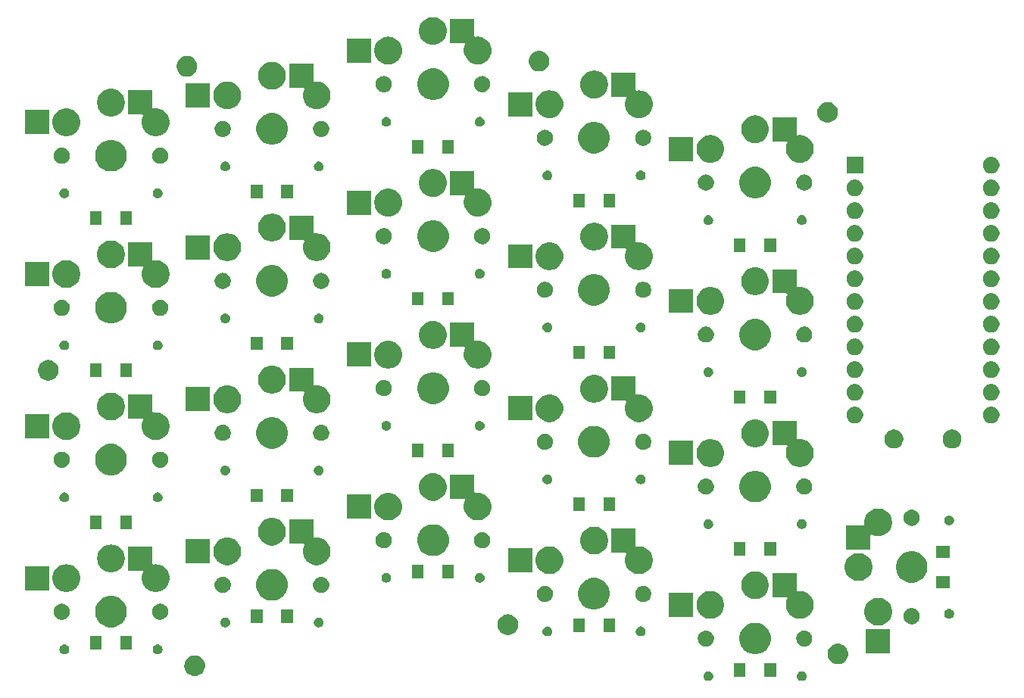
<source format=gbr>
G04 #@! TF.GenerationSoftware,KiCad,Pcbnew,(5.1.4)-1*
G04 #@! TF.CreationDate,2021-07-30T13:44:11-04:00*
G04 #@! TF.ProjectId,splitreus,73706c69-7472-4657-9573-2e6b69636164,1*
G04 #@! TF.SameCoordinates,Original*
G04 #@! TF.FileFunction,Soldermask,Top*
G04 #@! TF.FilePolarity,Negative*
%FSLAX46Y46*%
G04 Gerber Fmt 4.6, Leading zero omitted, Abs format (unit mm)*
G04 Created by KiCad (PCBNEW (5.1.4)-1) date 2021-07-30 13:44:11*
%MOMM*%
%LPD*%
G04 APERTURE LIST*
%ADD10C,0.100000*%
G04 APERTURE END LIST*
D10*
G36*
X95326578Y-74664197D02*
G01*
X95379350Y-74674694D01*
X95478770Y-74715875D01*
X95568246Y-74775661D01*
X95644339Y-74851754D01*
X95704125Y-74941230D01*
X95745306Y-75040650D01*
X95745306Y-75040651D01*
X95766017Y-75144768D01*
X95766300Y-75146194D01*
X95766300Y-75253806D01*
X95745306Y-75359350D01*
X95704125Y-75458770D01*
X95644339Y-75548246D01*
X95568246Y-75624339D01*
X95478770Y-75684125D01*
X95379350Y-75725306D01*
X95326578Y-75735803D01*
X95273807Y-75746300D01*
X95166193Y-75746300D01*
X95113422Y-75735803D01*
X95060650Y-75725306D01*
X94961230Y-75684125D01*
X94871754Y-75624339D01*
X94795661Y-75548246D01*
X94735875Y-75458770D01*
X94694694Y-75359350D01*
X94673700Y-75253806D01*
X94673700Y-75146194D01*
X94673984Y-75144768D01*
X94694694Y-75040651D01*
X94694694Y-75040650D01*
X94735875Y-74941230D01*
X94795661Y-74851754D01*
X94871754Y-74775661D01*
X94961230Y-74715875D01*
X95060650Y-74674694D01*
X95113422Y-74664197D01*
X95166193Y-74653700D01*
X95273807Y-74653700D01*
X95326578Y-74664197D01*
X95326578Y-74664197D01*
G37*
G36*
X84886578Y-74664197D02*
G01*
X84939350Y-74674694D01*
X85038770Y-74715875D01*
X85128246Y-74775661D01*
X85204339Y-74851754D01*
X85264125Y-74941230D01*
X85305306Y-75040650D01*
X85305306Y-75040651D01*
X85326017Y-75144768D01*
X85326300Y-75146194D01*
X85326300Y-75253806D01*
X85305306Y-75359350D01*
X85264125Y-75458770D01*
X85204339Y-75548246D01*
X85128246Y-75624339D01*
X85038770Y-75684125D01*
X84939350Y-75725306D01*
X84886578Y-75735803D01*
X84833807Y-75746300D01*
X84726193Y-75746300D01*
X84673422Y-75735803D01*
X84620650Y-75725306D01*
X84521230Y-75684125D01*
X84431754Y-75624339D01*
X84355661Y-75548246D01*
X84295875Y-75458770D01*
X84254694Y-75359350D01*
X84233700Y-75253806D01*
X84233700Y-75146194D01*
X84233984Y-75144768D01*
X84254694Y-75040651D01*
X84254694Y-75040650D01*
X84295875Y-74941230D01*
X84355661Y-74851754D01*
X84431754Y-74775661D01*
X84521230Y-74715875D01*
X84620650Y-74674694D01*
X84673422Y-74664197D01*
X84726193Y-74653700D01*
X84833807Y-74653700D01*
X84886578Y-74664197D01*
X84886578Y-74664197D01*
G37*
G36*
X92351000Y-75251000D02*
G01*
X91049000Y-75251000D01*
X91049000Y-73749000D01*
X92351000Y-73749000D01*
X92351000Y-75251000D01*
X92351000Y-75251000D01*
G37*
G36*
X88951000Y-75251000D02*
G01*
X87649000Y-75251000D01*
X87649000Y-73749000D01*
X88951000Y-73749000D01*
X88951000Y-75251000D01*
X88951000Y-75251000D01*
G37*
G36*
X27582549Y-72909116D02*
G01*
X27693734Y-72931232D01*
X27903203Y-73017997D01*
X28091720Y-73143960D01*
X28252040Y-73304280D01*
X28357237Y-73461719D01*
X28378004Y-73492799D01*
X28464768Y-73702267D01*
X28499923Y-73879000D01*
X28509000Y-73924636D01*
X28509000Y-74151364D01*
X28464768Y-74373734D01*
X28378003Y-74583203D01*
X28252040Y-74771720D01*
X28091720Y-74932040D01*
X27903203Y-75058003D01*
X27693734Y-75144768D01*
X27582549Y-75166884D01*
X27471365Y-75189000D01*
X27244635Y-75189000D01*
X27133451Y-75166884D01*
X27022266Y-75144768D01*
X26812797Y-75058003D01*
X26624280Y-74932040D01*
X26463960Y-74771720D01*
X26337997Y-74583203D01*
X26251232Y-74373734D01*
X26207000Y-74151364D01*
X26207000Y-73924636D01*
X26216078Y-73879000D01*
X26251232Y-73702267D01*
X26337996Y-73492799D01*
X26358763Y-73461719D01*
X26463960Y-73304280D01*
X26624280Y-73143960D01*
X26812797Y-73017997D01*
X27022266Y-72931232D01*
X27133451Y-72909116D01*
X27244635Y-72887000D01*
X27471365Y-72887000D01*
X27582549Y-72909116D01*
X27582549Y-72909116D01*
G37*
G36*
X99492549Y-71599116D02*
G01*
X99603734Y-71621232D01*
X99813203Y-71707997D01*
X100001720Y-71833960D01*
X100162040Y-71994280D01*
X100288003Y-72182797D01*
X100366106Y-72371353D01*
X100374768Y-72392267D01*
X100419000Y-72614635D01*
X100419000Y-72841365D01*
X100401124Y-72931232D01*
X100374768Y-73063734D01*
X100288003Y-73273203D01*
X100162040Y-73461720D01*
X100001720Y-73622040D01*
X99813203Y-73748003D01*
X99603734Y-73834768D01*
X99492549Y-73856884D01*
X99381365Y-73879000D01*
X99154635Y-73879000D01*
X99043451Y-73856884D01*
X98932266Y-73834768D01*
X98722797Y-73748003D01*
X98534280Y-73622040D01*
X98373960Y-73461720D01*
X98247997Y-73273203D01*
X98161232Y-73063734D01*
X98134876Y-72931232D01*
X98117000Y-72841365D01*
X98117000Y-72614635D01*
X98161232Y-72392267D01*
X98169895Y-72371353D01*
X98247997Y-72182797D01*
X98373960Y-71994280D01*
X98534280Y-71833960D01*
X98722797Y-71707997D01*
X98932266Y-71621232D01*
X99043451Y-71599116D01*
X99154635Y-71577000D01*
X99381365Y-71577000D01*
X99492549Y-71599116D01*
X99492549Y-71599116D01*
G37*
G36*
X90514976Y-69302347D02*
G01*
X90836276Y-69435434D01*
X90836278Y-69435435D01*
X91125440Y-69628647D01*
X91371353Y-69874560D01*
X91520718Y-70098100D01*
X91564566Y-70163724D01*
X91697653Y-70485024D01*
X91765500Y-70826112D01*
X91765500Y-71173888D01*
X91697653Y-71514976D01*
X91579901Y-71799253D01*
X91564565Y-71836278D01*
X91371353Y-72125440D01*
X91125440Y-72371353D01*
X90836278Y-72564565D01*
X90836277Y-72564566D01*
X90836276Y-72564566D01*
X90514976Y-72697653D01*
X90173888Y-72765500D01*
X89826112Y-72765500D01*
X89485024Y-72697653D01*
X89163724Y-72564566D01*
X89163723Y-72564566D01*
X89163722Y-72564565D01*
X88874560Y-72371353D01*
X88628647Y-72125440D01*
X88435435Y-71836278D01*
X88420099Y-71799253D01*
X88302347Y-71514976D01*
X88234500Y-71173888D01*
X88234500Y-70826112D01*
X88302347Y-70485024D01*
X88435434Y-70163724D01*
X88479283Y-70098100D01*
X88628647Y-69874560D01*
X88874560Y-69628647D01*
X89163722Y-69435435D01*
X89163724Y-69435434D01*
X89485024Y-69302347D01*
X89826112Y-69234500D01*
X90173888Y-69234500D01*
X90514976Y-69302347D01*
X90514976Y-69302347D01*
G37*
G36*
X12886578Y-71664197D02*
G01*
X12939350Y-71674694D01*
X13038770Y-71715875D01*
X13128246Y-71775661D01*
X13204339Y-71851754D01*
X13264125Y-71941230D01*
X13305306Y-72040650D01*
X13326300Y-72146194D01*
X13326300Y-72253806D01*
X13305306Y-72359350D01*
X13264125Y-72458770D01*
X13204339Y-72548246D01*
X13128246Y-72624339D01*
X13038770Y-72684125D01*
X12939350Y-72725306D01*
X12886578Y-72735803D01*
X12833807Y-72746300D01*
X12726193Y-72746300D01*
X12673422Y-72735803D01*
X12620650Y-72725306D01*
X12521230Y-72684125D01*
X12431754Y-72624339D01*
X12355661Y-72548246D01*
X12295875Y-72458770D01*
X12254694Y-72359350D01*
X12233700Y-72253806D01*
X12233700Y-72146194D01*
X12254694Y-72040650D01*
X12295875Y-71941230D01*
X12355661Y-71851754D01*
X12431754Y-71775661D01*
X12521230Y-71715875D01*
X12620650Y-71674694D01*
X12673422Y-71664197D01*
X12726193Y-71653700D01*
X12833807Y-71653700D01*
X12886578Y-71664197D01*
X12886578Y-71664197D01*
G37*
G36*
X23326578Y-71664197D02*
G01*
X23379350Y-71674694D01*
X23478770Y-71715875D01*
X23568246Y-71775661D01*
X23644339Y-71851754D01*
X23704125Y-71941230D01*
X23745306Y-72040650D01*
X23766300Y-72146194D01*
X23766300Y-72253806D01*
X23745306Y-72359350D01*
X23704125Y-72458770D01*
X23644339Y-72548246D01*
X23568246Y-72624339D01*
X23478770Y-72684125D01*
X23379350Y-72725306D01*
X23326578Y-72735803D01*
X23273807Y-72746300D01*
X23166193Y-72746300D01*
X23113422Y-72735803D01*
X23060650Y-72725306D01*
X22961230Y-72684125D01*
X22871754Y-72624339D01*
X22795661Y-72548246D01*
X22735875Y-72458770D01*
X22694694Y-72359350D01*
X22673700Y-72253806D01*
X22673700Y-72146194D01*
X22694694Y-72040650D01*
X22735875Y-71941230D01*
X22795661Y-71851754D01*
X22871754Y-71775661D01*
X22961230Y-71715875D01*
X23060650Y-71674694D01*
X23113422Y-71664197D01*
X23166193Y-71653700D01*
X23273807Y-71653700D01*
X23326578Y-71664197D01*
X23326578Y-71664197D01*
G37*
G36*
X105101000Y-72626000D02*
G01*
X102399000Y-72626000D01*
X102399000Y-69924000D01*
X105101000Y-69924000D01*
X105101000Y-72626000D01*
X105101000Y-72626000D01*
G37*
G36*
X16951000Y-72251000D02*
G01*
X15649000Y-72251000D01*
X15649000Y-70749000D01*
X16951000Y-70749000D01*
X16951000Y-72251000D01*
X16951000Y-72251000D01*
G37*
G36*
X20351000Y-72251000D02*
G01*
X19049000Y-72251000D01*
X19049000Y-70749000D01*
X20351000Y-70749000D01*
X20351000Y-72251000D01*
X20351000Y-72251000D01*
G37*
G36*
X95675952Y-70115429D02*
G01*
X95763075Y-70132759D01*
X95872498Y-70178084D01*
X95927211Y-70200747D01*
X96006621Y-70253807D01*
X96074928Y-70299448D01*
X96200552Y-70425072D01*
X96200554Y-70425075D01*
X96299253Y-70572789D01*
X96299253Y-70572790D01*
X96367241Y-70736925D01*
X96401900Y-70911171D01*
X96401900Y-71088829D01*
X96367241Y-71263075D01*
X96321916Y-71372498D01*
X96299253Y-71427211D01*
X96240610Y-71514977D01*
X96200552Y-71574928D01*
X96074928Y-71700552D01*
X96074925Y-71700554D01*
X95927211Y-71799253D01*
X95872498Y-71821916D01*
X95763075Y-71867241D01*
X95675952Y-71884571D01*
X95588831Y-71901900D01*
X95411169Y-71901900D01*
X95324048Y-71884571D01*
X95236925Y-71867241D01*
X95127502Y-71821916D01*
X95072789Y-71799253D01*
X94925075Y-71700554D01*
X94925072Y-71700552D01*
X94799448Y-71574928D01*
X94759390Y-71514977D01*
X94700747Y-71427211D01*
X94678084Y-71372498D01*
X94632759Y-71263075D01*
X94598100Y-71088829D01*
X94598100Y-70911171D01*
X94632759Y-70736925D01*
X94700747Y-70572790D01*
X94700747Y-70572789D01*
X94799446Y-70425075D01*
X94799448Y-70425072D01*
X94925072Y-70299448D01*
X94993379Y-70253807D01*
X95072789Y-70200747D01*
X95127502Y-70178084D01*
X95236925Y-70132759D01*
X95324048Y-70115429D01*
X95411169Y-70098100D01*
X95588831Y-70098100D01*
X95675952Y-70115429D01*
X95675952Y-70115429D01*
G37*
G36*
X84675952Y-70115429D02*
G01*
X84763075Y-70132759D01*
X84872498Y-70178084D01*
X84927211Y-70200747D01*
X85006621Y-70253807D01*
X85074928Y-70299448D01*
X85200552Y-70425072D01*
X85200554Y-70425075D01*
X85299253Y-70572789D01*
X85299253Y-70572790D01*
X85367241Y-70736925D01*
X85401900Y-70911171D01*
X85401900Y-71088829D01*
X85367241Y-71263075D01*
X85321916Y-71372498D01*
X85299253Y-71427211D01*
X85240610Y-71514977D01*
X85200552Y-71574928D01*
X85074928Y-71700552D01*
X85074925Y-71700554D01*
X84927211Y-71799253D01*
X84872498Y-71821916D01*
X84763075Y-71867241D01*
X84675952Y-71884571D01*
X84588831Y-71901900D01*
X84411169Y-71901900D01*
X84324048Y-71884571D01*
X84236925Y-71867241D01*
X84127502Y-71821916D01*
X84072789Y-71799253D01*
X83925075Y-71700554D01*
X83925072Y-71700552D01*
X83799448Y-71574928D01*
X83759390Y-71514977D01*
X83700747Y-71427211D01*
X83678084Y-71372498D01*
X83632759Y-71263075D01*
X83598100Y-71088829D01*
X83598100Y-70911171D01*
X83632759Y-70736925D01*
X83700747Y-70572790D01*
X83700747Y-70572789D01*
X83799446Y-70425075D01*
X83799448Y-70425072D01*
X83925072Y-70299448D01*
X83993379Y-70253807D01*
X84072789Y-70200747D01*
X84127502Y-70178084D01*
X84236925Y-70132759D01*
X84324048Y-70115429D01*
X84411169Y-70098100D01*
X84588831Y-70098100D01*
X84675952Y-70115429D01*
X84675952Y-70115429D01*
G37*
G36*
X66886578Y-69664197D02*
G01*
X66939350Y-69674694D01*
X67038770Y-69715875D01*
X67128246Y-69775661D01*
X67204339Y-69851754D01*
X67264125Y-69941230D01*
X67305306Y-70040650D01*
X67326300Y-70146194D01*
X67326300Y-70253806D01*
X67305306Y-70359350D01*
X67264125Y-70458770D01*
X67204339Y-70548246D01*
X67128246Y-70624339D01*
X67038770Y-70684125D01*
X66939350Y-70725306D01*
X66886578Y-70735803D01*
X66833807Y-70746300D01*
X66726193Y-70746300D01*
X66673422Y-70735803D01*
X66620650Y-70725306D01*
X66521230Y-70684125D01*
X66431754Y-70624339D01*
X66355661Y-70548246D01*
X66295875Y-70458770D01*
X66254694Y-70359350D01*
X66233700Y-70253806D01*
X66233700Y-70146194D01*
X66254694Y-70040650D01*
X66295875Y-69941230D01*
X66355661Y-69851754D01*
X66431754Y-69775661D01*
X66521230Y-69715875D01*
X66620650Y-69674694D01*
X66673422Y-69664197D01*
X66726193Y-69653700D01*
X66833807Y-69653700D01*
X66886578Y-69664197D01*
X66886578Y-69664197D01*
G37*
G36*
X77326578Y-69664197D02*
G01*
X77379350Y-69674694D01*
X77478770Y-69715875D01*
X77568246Y-69775661D01*
X77644339Y-69851754D01*
X77704125Y-69941230D01*
X77745306Y-70040650D01*
X77766300Y-70146194D01*
X77766300Y-70253806D01*
X77745306Y-70359350D01*
X77704125Y-70458770D01*
X77644339Y-70548246D01*
X77568246Y-70624339D01*
X77478770Y-70684125D01*
X77379350Y-70725306D01*
X77326578Y-70735803D01*
X77273807Y-70746300D01*
X77166193Y-70746300D01*
X77113422Y-70735803D01*
X77060650Y-70725306D01*
X76961230Y-70684125D01*
X76871754Y-70624339D01*
X76795661Y-70548246D01*
X76735875Y-70458770D01*
X76694694Y-70359350D01*
X76673700Y-70253806D01*
X76673700Y-70146194D01*
X76694694Y-70040650D01*
X76735875Y-69941230D01*
X76795661Y-69851754D01*
X76871754Y-69775661D01*
X76961230Y-69715875D01*
X77060650Y-69674694D01*
X77113422Y-69664197D01*
X77166193Y-69653700D01*
X77273807Y-69653700D01*
X77326578Y-69664197D01*
X77326578Y-69664197D01*
G37*
G36*
X62592549Y-68319116D02*
G01*
X62703734Y-68341232D01*
X62795756Y-68379349D01*
X62911306Y-68427211D01*
X62913203Y-68427997D01*
X63101720Y-68553960D01*
X63262040Y-68714280D01*
X63388003Y-68902797D01*
X63388004Y-68902799D01*
X63413416Y-68964150D01*
X63474768Y-69112266D01*
X63519000Y-69334636D01*
X63519000Y-69561364D01*
X63474768Y-69783734D01*
X63388003Y-69993203D01*
X63262040Y-70181720D01*
X63101720Y-70342040D01*
X62913203Y-70468003D01*
X62703734Y-70554768D01*
X62613136Y-70572789D01*
X62481365Y-70599000D01*
X62254635Y-70599000D01*
X62122864Y-70572789D01*
X62032266Y-70554768D01*
X61822797Y-70468003D01*
X61634280Y-70342040D01*
X61473960Y-70181720D01*
X61347997Y-69993203D01*
X61261232Y-69783734D01*
X61217000Y-69561364D01*
X61217000Y-69334636D01*
X61261232Y-69112266D01*
X61322584Y-68964150D01*
X61347996Y-68902799D01*
X61347997Y-68902797D01*
X61473960Y-68714280D01*
X61634280Y-68553960D01*
X61822797Y-68427997D01*
X61824695Y-68427211D01*
X61940244Y-68379349D01*
X62032266Y-68341232D01*
X62143451Y-68319116D01*
X62254635Y-68297000D01*
X62481365Y-68297000D01*
X62592549Y-68319116D01*
X62592549Y-68319116D01*
G37*
G36*
X74351000Y-70251000D02*
G01*
X73049000Y-70251000D01*
X73049000Y-68749000D01*
X74351000Y-68749000D01*
X74351000Y-70251000D01*
X74351000Y-70251000D01*
G37*
G36*
X70951000Y-70251000D02*
G01*
X69649000Y-70251000D01*
X69649000Y-68749000D01*
X70951000Y-68749000D01*
X70951000Y-70251000D01*
X70951000Y-70251000D01*
G37*
G36*
X18514976Y-66302347D02*
G01*
X18836276Y-66435434D01*
X18836278Y-66435435D01*
X19125440Y-66628647D01*
X19371353Y-66874560D01*
X19538986Y-67125440D01*
X19564566Y-67163724D01*
X19697653Y-67485024D01*
X19765500Y-67826112D01*
X19765500Y-68173888D01*
X19697653Y-68514976D01*
X19579901Y-68799253D01*
X19564565Y-68836278D01*
X19371353Y-69125440D01*
X19125440Y-69371353D01*
X18836278Y-69564565D01*
X18836277Y-69564566D01*
X18836276Y-69564566D01*
X18514976Y-69697653D01*
X18173888Y-69765500D01*
X17826112Y-69765500D01*
X17485024Y-69697653D01*
X17163724Y-69564566D01*
X17163723Y-69564566D01*
X17163722Y-69564565D01*
X16874560Y-69371353D01*
X16628647Y-69125440D01*
X16435435Y-68836278D01*
X16420099Y-68799253D01*
X16302347Y-68514976D01*
X16234500Y-68173888D01*
X16234500Y-67826112D01*
X16302347Y-67485024D01*
X16435434Y-67163724D01*
X16461015Y-67125440D01*
X16628647Y-66874560D01*
X16874560Y-66628647D01*
X17163722Y-66435435D01*
X17163724Y-66435434D01*
X17485024Y-66302347D01*
X17826112Y-66234500D01*
X18173888Y-66234500D01*
X18514976Y-66302347D01*
X18514976Y-66302347D01*
G37*
G36*
X30886578Y-68664197D02*
G01*
X30939350Y-68674694D01*
X31038770Y-68715875D01*
X31128246Y-68775661D01*
X31204339Y-68851754D01*
X31264125Y-68941230D01*
X31305306Y-69040650D01*
X31326300Y-69146194D01*
X31326300Y-69253806D01*
X31305306Y-69359350D01*
X31264125Y-69458770D01*
X31204339Y-69548246D01*
X31128246Y-69624339D01*
X31038770Y-69684125D01*
X30939350Y-69725306D01*
X30886578Y-69735803D01*
X30833807Y-69746300D01*
X30726193Y-69746300D01*
X30673422Y-69735803D01*
X30620650Y-69725306D01*
X30521230Y-69684125D01*
X30431754Y-69624339D01*
X30355661Y-69548246D01*
X30295875Y-69458770D01*
X30254694Y-69359350D01*
X30233700Y-69253806D01*
X30233700Y-69146194D01*
X30254694Y-69040650D01*
X30295875Y-68941230D01*
X30355661Y-68851754D01*
X30431754Y-68775661D01*
X30521230Y-68715875D01*
X30620650Y-68674694D01*
X30673422Y-68664197D01*
X30726193Y-68653700D01*
X30833807Y-68653700D01*
X30886578Y-68664197D01*
X30886578Y-68664197D01*
G37*
G36*
X41326578Y-68664197D02*
G01*
X41379350Y-68674694D01*
X41478770Y-68715875D01*
X41568246Y-68775661D01*
X41644339Y-68851754D01*
X41704125Y-68941230D01*
X41745306Y-69040650D01*
X41766300Y-69146194D01*
X41766300Y-69253806D01*
X41745306Y-69359350D01*
X41704125Y-69458770D01*
X41644339Y-69548246D01*
X41568246Y-69624339D01*
X41478770Y-69684125D01*
X41379350Y-69725306D01*
X41326578Y-69735803D01*
X41273807Y-69746300D01*
X41166193Y-69746300D01*
X41113422Y-69735803D01*
X41060650Y-69725306D01*
X40961230Y-69684125D01*
X40871754Y-69624339D01*
X40795661Y-69548246D01*
X40735875Y-69458770D01*
X40694694Y-69359350D01*
X40673700Y-69253806D01*
X40673700Y-69146194D01*
X40694694Y-69040650D01*
X40735875Y-68941230D01*
X40795661Y-68851754D01*
X40871754Y-68775661D01*
X40961230Y-68715875D01*
X41060650Y-68674694D01*
X41113422Y-68664197D01*
X41166193Y-68653700D01*
X41273807Y-68653700D01*
X41326578Y-68664197D01*
X41326578Y-68664197D01*
G37*
G36*
X103940732Y-66456553D02*
G01*
X104202410Y-66508604D01*
X104484674Y-66625521D01*
X104738705Y-66795259D01*
X104954741Y-67011295D01*
X105124479Y-67265326D01*
X105241396Y-67547590D01*
X105251443Y-67598100D01*
X105301000Y-67847239D01*
X105301000Y-68152761D01*
X105276922Y-68273807D01*
X105241396Y-68452410D01*
X105124479Y-68734674D01*
X104954741Y-68988705D01*
X104738705Y-69204741D01*
X104484674Y-69374479D01*
X104202410Y-69491396D01*
X104052585Y-69521198D01*
X103902761Y-69551000D01*
X103597239Y-69551000D01*
X103447415Y-69521198D01*
X103297590Y-69491396D01*
X103015326Y-69374479D01*
X102761295Y-69204741D01*
X102545259Y-68988705D01*
X102375521Y-68734674D01*
X102258604Y-68452410D01*
X102223078Y-68273807D01*
X102199000Y-68152761D01*
X102199000Y-67847239D01*
X102248557Y-67598100D01*
X102258604Y-67547590D01*
X102375521Y-67265326D01*
X102545259Y-67011295D01*
X102761295Y-66795259D01*
X103015326Y-66625521D01*
X103297590Y-66508604D01*
X103559268Y-66456553D01*
X103597239Y-66449000D01*
X103902761Y-66449000D01*
X103940732Y-66456553D01*
X103940732Y-66456553D01*
G37*
G36*
X107675952Y-67615430D02*
G01*
X107763075Y-67632759D01*
X107861914Y-67673700D01*
X107927211Y-67700747D01*
X108024121Y-67765500D01*
X108074928Y-67799448D01*
X108200552Y-67925072D01*
X108200554Y-67925075D01*
X108299253Y-68072789D01*
X108299253Y-68072790D01*
X108367241Y-68236925D01*
X108367595Y-68238705D01*
X108395571Y-68379349D01*
X108401900Y-68411171D01*
X108401900Y-68588829D01*
X108367241Y-68763075D01*
X108336919Y-68836278D01*
X108299253Y-68927211D01*
X108258164Y-68988705D01*
X108200552Y-69074928D01*
X108074928Y-69200552D01*
X108074925Y-69200554D01*
X107927211Y-69299253D01*
X107872498Y-69321916D01*
X107763075Y-69367241D01*
X107675952Y-69384570D01*
X107588831Y-69401900D01*
X107411169Y-69401900D01*
X107324048Y-69384570D01*
X107236925Y-69367241D01*
X107127502Y-69321916D01*
X107072789Y-69299253D01*
X106925075Y-69200554D01*
X106925072Y-69200552D01*
X106799448Y-69074928D01*
X106741836Y-68988705D01*
X106700747Y-68927211D01*
X106663081Y-68836278D01*
X106632759Y-68763075D01*
X106598100Y-68588829D01*
X106598100Y-68411171D01*
X106604430Y-68379349D01*
X106632405Y-68238705D01*
X106632759Y-68236925D01*
X106700747Y-68072790D01*
X106700747Y-68072789D01*
X106799446Y-67925075D01*
X106799448Y-67925072D01*
X106925072Y-67799448D01*
X106975879Y-67765500D01*
X107072789Y-67700747D01*
X107138086Y-67673700D01*
X107236925Y-67632759D01*
X107324048Y-67615430D01*
X107411169Y-67598100D01*
X107588831Y-67598100D01*
X107675952Y-67615430D01*
X107675952Y-67615430D01*
G37*
G36*
X38351000Y-69251000D02*
G01*
X37049000Y-69251000D01*
X37049000Y-67749000D01*
X38351000Y-67749000D01*
X38351000Y-69251000D01*
X38351000Y-69251000D01*
G37*
G36*
X34951000Y-69251000D02*
G01*
X33649000Y-69251000D01*
X33649000Y-67749000D01*
X34951000Y-67749000D01*
X34951000Y-69251000D01*
X34951000Y-69251000D01*
G37*
G36*
X12675952Y-67115429D02*
G01*
X12763075Y-67132759D01*
X12872498Y-67178084D01*
X12927211Y-67200747D01*
X13073933Y-67298783D01*
X13074928Y-67299448D01*
X13200552Y-67425072D01*
X13200554Y-67425075D01*
X13299253Y-67572789D01*
X13299253Y-67572790D01*
X13367241Y-67736925D01*
X13401900Y-67911171D01*
X13401900Y-68088829D01*
X13367241Y-68263075D01*
X13334867Y-68341232D01*
X13299253Y-68427211D01*
X13240610Y-68514977D01*
X13200552Y-68574928D01*
X13074928Y-68700552D01*
X13074925Y-68700554D01*
X12927211Y-68799253D01*
X12872498Y-68821916D01*
X12763075Y-68867241D01*
X12675952Y-68884570D01*
X12588831Y-68901900D01*
X12411169Y-68901900D01*
X12324048Y-68884570D01*
X12236925Y-68867241D01*
X12127502Y-68821916D01*
X12072789Y-68799253D01*
X11925075Y-68700554D01*
X11925072Y-68700552D01*
X11799448Y-68574928D01*
X11759390Y-68514977D01*
X11700747Y-68427211D01*
X11665133Y-68341232D01*
X11632759Y-68263075D01*
X11598100Y-68088829D01*
X11598100Y-67911171D01*
X11632759Y-67736925D01*
X11700747Y-67572790D01*
X11700747Y-67572789D01*
X11799446Y-67425075D01*
X11799448Y-67425072D01*
X11925072Y-67299448D01*
X11926067Y-67298783D01*
X12072789Y-67200747D01*
X12127502Y-67178084D01*
X12236925Y-67132759D01*
X12324048Y-67115429D01*
X12411169Y-67098100D01*
X12588831Y-67098100D01*
X12675952Y-67115429D01*
X12675952Y-67115429D01*
G37*
G36*
X23675952Y-67115429D02*
G01*
X23763075Y-67132759D01*
X23872498Y-67178084D01*
X23927211Y-67200747D01*
X24073933Y-67298783D01*
X24074928Y-67299448D01*
X24200552Y-67425072D01*
X24200554Y-67425075D01*
X24299253Y-67572789D01*
X24299253Y-67572790D01*
X24367241Y-67736925D01*
X24401900Y-67911171D01*
X24401900Y-68088829D01*
X24367241Y-68263075D01*
X24334867Y-68341232D01*
X24299253Y-68427211D01*
X24240610Y-68514977D01*
X24200552Y-68574928D01*
X24074928Y-68700552D01*
X24074925Y-68700554D01*
X23927211Y-68799253D01*
X23872498Y-68821916D01*
X23763075Y-68867241D01*
X23675952Y-68884570D01*
X23588831Y-68901900D01*
X23411169Y-68901900D01*
X23324048Y-68884570D01*
X23236925Y-68867241D01*
X23127502Y-68821916D01*
X23072789Y-68799253D01*
X22925075Y-68700554D01*
X22925072Y-68700552D01*
X22799448Y-68574928D01*
X22759390Y-68514977D01*
X22700747Y-68427211D01*
X22665133Y-68341232D01*
X22632759Y-68263075D01*
X22598100Y-68088829D01*
X22598100Y-67911171D01*
X22632759Y-67736925D01*
X22700747Y-67572790D01*
X22700747Y-67572789D01*
X22799446Y-67425075D01*
X22799448Y-67425072D01*
X22925072Y-67299448D01*
X22926067Y-67298783D01*
X23072789Y-67200747D01*
X23127502Y-67178084D01*
X23236925Y-67132759D01*
X23324048Y-67115429D01*
X23411169Y-67098100D01*
X23588831Y-67098100D01*
X23675952Y-67115429D01*
X23675952Y-67115429D01*
G37*
G36*
X94626000Y-65590696D02*
G01*
X94628402Y-65615082D01*
X94635515Y-65638531D01*
X94647066Y-65660142D01*
X94662611Y-65679084D01*
X94681553Y-65694629D01*
X94703164Y-65706180D01*
X94726613Y-65713293D01*
X94750999Y-65715695D01*
X94775383Y-65713293D01*
X94847240Y-65699000D01*
X95152761Y-65699000D01*
X95224616Y-65713293D01*
X95452410Y-65758604D01*
X95734674Y-65875521D01*
X95988705Y-66045259D01*
X96204741Y-66261295D01*
X96374479Y-66515326D01*
X96491396Y-66797590D01*
X96551000Y-67097240D01*
X96551000Y-67402760D01*
X96491396Y-67702410D01*
X96374479Y-67984674D01*
X96204741Y-68238705D01*
X95988705Y-68454741D01*
X95734674Y-68624479D01*
X95452410Y-68741396D01*
X95343432Y-68763073D01*
X95152761Y-68801000D01*
X94847239Y-68801000D01*
X94656568Y-68763073D01*
X94547590Y-68741396D01*
X94265326Y-68624479D01*
X94011295Y-68454741D01*
X93795259Y-68238705D01*
X93625521Y-67984674D01*
X93508604Y-67702410D01*
X93449000Y-67402760D01*
X93449000Y-67097240D01*
X93508604Y-66797590D01*
X93601289Y-66573828D01*
X93608400Y-66550385D01*
X93610802Y-66525999D01*
X93608400Y-66501613D01*
X93601287Y-66478164D01*
X93589736Y-66456553D01*
X93574191Y-66437611D01*
X93555249Y-66422066D01*
X93533638Y-66410515D01*
X93510189Y-66403402D01*
X93485803Y-66401000D01*
X91924000Y-66401000D01*
X91924000Y-63699000D01*
X94626000Y-63699000D01*
X94626000Y-65590696D01*
X94626000Y-65590696D01*
G37*
G36*
X85224616Y-65713293D02*
G01*
X85452410Y-65758604D01*
X85734674Y-65875521D01*
X85988705Y-66045259D01*
X86204741Y-66261295D01*
X86374479Y-66515326D01*
X86491396Y-66797590D01*
X86551000Y-67097240D01*
X86551000Y-67402760D01*
X86491396Y-67702410D01*
X86374479Y-67984674D01*
X86204741Y-68238705D01*
X85988705Y-68454741D01*
X85734674Y-68624479D01*
X85452410Y-68741396D01*
X85343432Y-68763073D01*
X85152761Y-68801000D01*
X84847239Y-68801000D01*
X84656568Y-68763073D01*
X84547590Y-68741396D01*
X84265326Y-68624479D01*
X84011295Y-68454741D01*
X83795259Y-68238705D01*
X83625521Y-67984674D01*
X83508604Y-67702410D01*
X83449000Y-67402760D01*
X83449000Y-67097240D01*
X83508604Y-66797590D01*
X83625521Y-66515326D01*
X83795259Y-66261295D01*
X84011295Y-66045259D01*
X84265326Y-65875521D01*
X84547590Y-65758604D01*
X84775384Y-65713293D01*
X84847239Y-65699000D01*
X85152761Y-65699000D01*
X85224616Y-65713293D01*
X85224616Y-65713293D01*
G37*
G36*
X111806578Y-67684197D02*
G01*
X111859350Y-67694694D01*
X111958770Y-67735875D01*
X112048246Y-67795661D01*
X112124339Y-67871754D01*
X112184125Y-67961230D01*
X112225306Y-68060650D01*
X112235803Y-68113422D01*
X112246300Y-68166193D01*
X112246300Y-68273807D01*
X112235803Y-68326578D01*
X112225306Y-68379350D01*
X112184125Y-68478770D01*
X112124339Y-68568246D01*
X112048246Y-68644339D01*
X111958770Y-68704125D01*
X111859350Y-68745306D01*
X111806578Y-68755803D01*
X111753807Y-68766300D01*
X111646193Y-68766300D01*
X111593422Y-68755803D01*
X111540650Y-68745306D01*
X111441230Y-68704125D01*
X111351754Y-68644339D01*
X111275661Y-68568246D01*
X111215875Y-68478770D01*
X111174694Y-68379350D01*
X111164197Y-68326578D01*
X111153700Y-68273807D01*
X111153700Y-68166193D01*
X111164197Y-68113422D01*
X111174694Y-68060650D01*
X111215875Y-67961230D01*
X111275661Y-67871754D01*
X111351754Y-67795661D01*
X111441230Y-67735875D01*
X111540650Y-67694694D01*
X111593422Y-67684197D01*
X111646193Y-67673700D01*
X111753807Y-67673700D01*
X111806578Y-67684197D01*
X111806578Y-67684197D01*
G37*
G36*
X83076000Y-68601000D02*
G01*
X80374000Y-68601000D01*
X80374000Y-65899000D01*
X83076000Y-65899000D01*
X83076000Y-68601000D01*
X83076000Y-68601000D01*
G37*
G36*
X72514976Y-64302347D02*
G01*
X72811267Y-64425075D01*
X72836278Y-64435435D01*
X73125440Y-64628647D01*
X73371353Y-64874560D01*
X73520718Y-65098100D01*
X73564566Y-65163724D01*
X73697653Y-65485024D01*
X73765500Y-65826112D01*
X73765500Y-66173888D01*
X73697653Y-66514976D01*
X73620784Y-66700554D01*
X73564565Y-66836278D01*
X73371353Y-67125440D01*
X73125440Y-67371353D01*
X72836278Y-67564565D01*
X72836277Y-67564566D01*
X72836276Y-67564566D01*
X72514976Y-67697653D01*
X72173888Y-67765500D01*
X71826112Y-67765500D01*
X71485024Y-67697653D01*
X71163724Y-67564566D01*
X71163723Y-67564566D01*
X71163722Y-67564565D01*
X70874560Y-67371353D01*
X70628647Y-67125440D01*
X70435435Y-66836278D01*
X70379216Y-66700554D01*
X70302347Y-66514976D01*
X70234500Y-66173888D01*
X70234500Y-65826112D01*
X70302347Y-65485024D01*
X70435434Y-65163724D01*
X70479283Y-65098100D01*
X70628647Y-64874560D01*
X70874560Y-64628647D01*
X71163722Y-64435435D01*
X71188733Y-64425075D01*
X71485024Y-64302347D01*
X71826112Y-64234500D01*
X72173888Y-64234500D01*
X72514976Y-64302347D01*
X72514976Y-64302347D01*
G37*
G36*
X77675952Y-65115430D02*
G01*
X77763075Y-65132759D01*
X77872498Y-65178084D01*
X77927211Y-65200747D01*
X78073933Y-65298783D01*
X78074928Y-65299448D01*
X78200552Y-65425072D01*
X78200554Y-65425075D01*
X78299253Y-65572789D01*
X78300139Y-65574928D01*
X78367241Y-65736925D01*
X78401900Y-65911171D01*
X78401900Y-66088829D01*
X78367241Y-66263075D01*
X78350973Y-66302348D01*
X78299253Y-66427211D01*
X78240375Y-66515328D01*
X78200552Y-66574928D01*
X78074928Y-66700552D01*
X78074925Y-66700554D01*
X77927211Y-66799253D01*
X77872498Y-66821916D01*
X77763075Y-66867241D01*
X77675952Y-66884570D01*
X77588831Y-66901900D01*
X77411169Y-66901900D01*
X77324048Y-66884570D01*
X77236925Y-66867241D01*
X77127502Y-66821916D01*
X77072789Y-66799253D01*
X76925075Y-66700554D01*
X76925072Y-66700552D01*
X76799448Y-66574928D01*
X76759625Y-66515328D01*
X76700747Y-66427211D01*
X76649027Y-66302348D01*
X76632759Y-66263075D01*
X76598100Y-66088829D01*
X76598100Y-65911171D01*
X76632759Y-65736925D01*
X76699861Y-65574928D01*
X76700747Y-65572789D01*
X76799446Y-65425075D01*
X76799448Y-65425072D01*
X76925072Y-65299448D01*
X76926067Y-65298783D01*
X77072789Y-65200747D01*
X77127502Y-65178084D01*
X77236925Y-65132759D01*
X77324048Y-65115430D01*
X77411169Y-65098100D01*
X77588831Y-65098100D01*
X77675952Y-65115430D01*
X77675952Y-65115430D01*
G37*
G36*
X66675952Y-65115430D02*
G01*
X66763075Y-65132759D01*
X66872498Y-65178084D01*
X66927211Y-65200747D01*
X67073933Y-65298783D01*
X67074928Y-65299448D01*
X67200552Y-65425072D01*
X67200554Y-65425075D01*
X67299253Y-65572789D01*
X67300139Y-65574928D01*
X67367241Y-65736925D01*
X67401900Y-65911171D01*
X67401900Y-66088829D01*
X67367241Y-66263075D01*
X67350973Y-66302348D01*
X67299253Y-66427211D01*
X67240375Y-66515328D01*
X67200552Y-66574928D01*
X67074928Y-66700552D01*
X67074925Y-66700554D01*
X66927211Y-66799253D01*
X66872498Y-66821916D01*
X66763075Y-66867241D01*
X66675952Y-66884570D01*
X66588831Y-66901900D01*
X66411169Y-66901900D01*
X66324048Y-66884570D01*
X66236925Y-66867241D01*
X66127502Y-66821916D01*
X66072789Y-66799253D01*
X65925075Y-66700554D01*
X65925072Y-66700552D01*
X65799448Y-66574928D01*
X65759625Y-66515328D01*
X65700747Y-66427211D01*
X65649027Y-66302348D01*
X65632759Y-66263075D01*
X65598100Y-66088829D01*
X65598100Y-65911171D01*
X65632759Y-65736925D01*
X65699861Y-65574928D01*
X65700747Y-65572789D01*
X65799446Y-65425075D01*
X65799448Y-65425072D01*
X65925072Y-65299448D01*
X65926067Y-65298783D01*
X66072789Y-65200747D01*
X66127502Y-65178084D01*
X66236925Y-65132759D01*
X66324048Y-65115430D01*
X66411169Y-65098100D01*
X66588831Y-65098100D01*
X66675952Y-65115430D01*
X66675952Y-65115430D01*
G37*
G36*
X36514976Y-63302347D02*
G01*
X36809828Y-63424479D01*
X36836278Y-63435435D01*
X37125440Y-63628647D01*
X37371353Y-63874560D01*
X37538986Y-64125440D01*
X37564566Y-64163724D01*
X37697653Y-64485024D01*
X37765500Y-64826112D01*
X37765500Y-65173888D01*
X37697653Y-65514976D01*
X37564566Y-65836276D01*
X37564565Y-65836278D01*
X37371353Y-66125440D01*
X37125440Y-66371353D01*
X36836278Y-66564565D01*
X36836277Y-66564566D01*
X36836276Y-66564566D01*
X36514976Y-66697653D01*
X36173888Y-66765500D01*
X35826112Y-66765500D01*
X35485024Y-66697653D01*
X35163724Y-66564566D01*
X35163723Y-66564566D01*
X35163722Y-66564565D01*
X34874560Y-66371353D01*
X34628647Y-66125440D01*
X34435435Y-65836278D01*
X34435434Y-65836276D01*
X34302347Y-65514976D01*
X34234500Y-65173888D01*
X34234500Y-64826112D01*
X34302347Y-64485024D01*
X34435434Y-64163724D01*
X34461015Y-64125440D01*
X34628647Y-63874560D01*
X34874560Y-63628647D01*
X35163722Y-63435435D01*
X35190172Y-63424479D01*
X35485024Y-63302347D01*
X35826112Y-63234500D01*
X36173888Y-63234500D01*
X36514976Y-63302347D01*
X36514976Y-63302347D01*
G37*
G36*
X90234847Y-63515328D02*
G01*
X90452410Y-63558604D01*
X90734674Y-63675521D01*
X90988705Y-63845259D01*
X91204741Y-64061295D01*
X91374479Y-64315326D01*
X91491396Y-64597590D01*
X91551000Y-64897240D01*
X91551000Y-65202760D01*
X91491396Y-65502410D01*
X91374479Y-65784674D01*
X91204741Y-66038705D01*
X90988705Y-66254741D01*
X90734674Y-66424479D01*
X90452410Y-66541396D01*
X90335931Y-66564565D01*
X90152761Y-66601000D01*
X89847239Y-66601000D01*
X89664069Y-66564565D01*
X89547590Y-66541396D01*
X89265326Y-66424479D01*
X89011295Y-66254741D01*
X88795259Y-66038705D01*
X88625521Y-65784674D01*
X88508604Y-65502410D01*
X88449000Y-65202760D01*
X88449000Y-64897240D01*
X88508604Y-64597590D01*
X88625521Y-64315326D01*
X88795259Y-64061295D01*
X89011295Y-63845259D01*
X89265326Y-63675521D01*
X89547590Y-63558604D01*
X89765153Y-63515328D01*
X89847239Y-63499000D01*
X90152761Y-63499000D01*
X90234847Y-63515328D01*
X90234847Y-63515328D01*
G37*
G36*
X30675952Y-64115430D02*
G01*
X30763075Y-64132759D01*
X30872498Y-64178084D01*
X30927211Y-64200747D01*
X31006621Y-64253807D01*
X31074928Y-64299448D01*
X31200552Y-64425072D01*
X31200554Y-64425075D01*
X31299253Y-64572789D01*
X31299253Y-64572790D01*
X31367241Y-64736925D01*
X31401900Y-64911171D01*
X31401900Y-65088829D01*
X31367241Y-65263075D01*
X31330821Y-65351000D01*
X31299253Y-65427211D01*
X31240610Y-65514977D01*
X31200552Y-65574928D01*
X31074928Y-65700552D01*
X31074925Y-65700554D01*
X30927211Y-65799253D01*
X30872498Y-65821916D01*
X30763075Y-65867241D01*
X30675952Y-65884571D01*
X30588831Y-65901900D01*
X30411169Y-65901900D01*
X30324048Y-65884571D01*
X30236925Y-65867241D01*
X30127502Y-65821916D01*
X30072789Y-65799253D01*
X29925075Y-65700554D01*
X29925072Y-65700552D01*
X29799448Y-65574928D01*
X29759390Y-65514977D01*
X29700747Y-65427211D01*
X29669179Y-65351000D01*
X29632759Y-65263075D01*
X29598100Y-65088829D01*
X29598100Y-64911171D01*
X29632759Y-64736925D01*
X29700747Y-64572790D01*
X29700747Y-64572789D01*
X29799446Y-64425075D01*
X29799448Y-64425072D01*
X29925072Y-64299448D01*
X29993379Y-64253807D01*
X30072789Y-64200747D01*
X30127502Y-64178084D01*
X30236925Y-64132759D01*
X30324048Y-64115430D01*
X30411169Y-64098100D01*
X30588831Y-64098100D01*
X30675952Y-64115430D01*
X30675952Y-64115430D01*
G37*
G36*
X41675952Y-64115430D02*
G01*
X41763075Y-64132759D01*
X41872498Y-64178084D01*
X41927211Y-64200747D01*
X42006621Y-64253807D01*
X42074928Y-64299448D01*
X42200552Y-64425072D01*
X42200554Y-64425075D01*
X42299253Y-64572789D01*
X42299253Y-64572790D01*
X42367241Y-64736925D01*
X42401900Y-64911171D01*
X42401900Y-65088829D01*
X42367241Y-65263075D01*
X42330821Y-65351000D01*
X42299253Y-65427211D01*
X42240610Y-65514977D01*
X42200552Y-65574928D01*
X42074928Y-65700552D01*
X42074925Y-65700554D01*
X41927211Y-65799253D01*
X41872498Y-65821916D01*
X41763075Y-65867241D01*
X41675952Y-65884571D01*
X41588831Y-65901900D01*
X41411169Y-65901900D01*
X41324048Y-65884571D01*
X41236925Y-65867241D01*
X41127502Y-65821916D01*
X41072789Y-65799253D01*
X40925075Y-65700554D01*
X40925072Y-65700552D01*
X40799448Y-65574928D01*
X40759390Y-65514977D01*
X40700747Y-65427211D01*
X40669179Y-65351000D01*
X40632759Y-65263075D01*
X40598100Y-65088829D01*
X40598100Y-64911171D01*
X40632759Y-64736925D01*
X40700747Y-64572790D01*
X40700747Y-64572789D01*
X40799446Y-64425075D01*
X40799448Y-64425072D01*
X40925072Y-64299448D01*
X40993379Y-64253807D01*
X41072789Y-64200747D01*
X41127502Y-64178084D01*
X41236925Y-64132759D01*
X41324048Y-64115430D01*
X41411169Y-64098100D01*
X41588831Y-64098100D01*
X41675952Y-64115430D01*
X41675952Y-64115430D01*
G37*
G36*
X13224616Y-62713293D02*
G01*
X13452410Y-62758604D01*
X13734674Y-62875521D01*
X13988705Y-63045259D01*
X14204741Y-63261295D01*
X14374479Y-63515326D01*
X14491396Y-63797590D01*
X14500878Y-63845259D01*
X14541405Y-64049000D01*
X14551000Y-64097240D01*
X14551000Y-64402760D01*
X14491396Y-64702410D01*
X14374479Y-64984674D01*
X14204741Y-65238705D01*
X13988705Y-65454741D01*
X13734674Y-65624479D01*
X13452410Y-65741396D01*
X13365899Y-65758604D01*
X13152761Y-65801000D01*
X12847239Y-65801000D01*
X12634101Y-65758604D01*
X12547590Y-65741396D01*
X12265326Y-65624479D01*
X12011295Y-65454741D01*
X11795259Y-65238705D01*
X11625521Y-64984674D01*
X11508604Y-64702410D01*
X11449000Y-64402760D01*
X11449000Y-64097240D01*
X11458596Y-64049000D01*
X11499122Y-63845259D01*
X11508604Y-63797590D01*
X11625521Y-63515326D01*
X11795259Y-63261295D01*
X12011295Y-63045259D01*
X12265326Y-62875521D01*
X12547590Y-62758604D01*
X12775384Y-62713293D01*
X12847239Y-62699000D01*
X13152761Y-62699000D01*
X13224616Y-62713293D01*
X13224616Y-62713293D01*
G37*
G36*
X22626000Y-62590696D02*
G01*
X22628402Y-62615082D01*
X22635515Y-62638531D01*
X22647066Y-62660142D01*
X22662611Y-62679084D01*
X22681553Y-62694629D01*
X22703164Y-62706180D01*
X22726613Y-62713293D01*
X22750999Y-62715695D01*
X22775383Y-62713293D01*
X22847240Y-62699000D01*
X23152761Y-62699000D01*
X23224616Y-62713293D01*
X23452410Y-62758604D01*
X23734674Y-62875521D01*
X23988705Y-63045259D01*
X24204741Y-63261295D01*
X24374479Y-63515326D01*
X24491396Y-63797590D01*
X24500878Y-63845259D01*
X24541405Y-64049000D01*
X24551000Y-64097240D01*
X24551000Y-64402760D01*
X24491396Y-64702410D01*
X24374479Y-64984674D01*
X24204741Y-65238705D01*
X23988705Y-65454741D01*
X23734674Y-65624479D01*
X23452410Y-65741396D01*
X23365899Y-65758604D01*
X23152761Y-65801000D01*
X22847239Y-65801000D01*
X22634101Y-65758604D01*
X22547590Y-65741396D01*
X22265326Y-65624479D01*
X22011295Y-65454741D01*
X21795259Y-65238705D01*
X21625521Y-64984674D01*
X21508604Y-64702410D01*
X21449000Y-64402760D01*
X21449000Y-64097240D01*
X21458596Y-64049000D01*
X21499122Y-63845259D01*
X21508604Y-63797590D01*
X21601289Y-63573828D01*
X21608400Y-63550385D01*
X21610802Y-63525999D01*
X21608400Y-63501613D01*
X21601287Y-63478164D01*
X21589736Y-63456553D01*
X21574191Y-63437611D01*
X21555249Y-63422066D01*
X21533638Y-63410515D01*
X21510189Y-63403402D01*
X21485803Y-63401000D01*
X19924000Y-63401000D01*
X19924000Y-60699000D01*
X22626000Y-60699000D01*
X22626000Y-62590696D01*
X22626000Y-62590696D01*
G37*
G36*
X11076000Y-65601000D02*
G01*
X8374000Y-65601000D01*
X8374000Y-62899000D01*
X11076000Y-62899000D01*
X11076000Y-65601000D01*
X11076000Y-65601000D01*
G37*
G36*
X111751000Y-65351000D02*
G01*
X110249000Y-65351000D01*
X110249000Y-64049000D01*
X111751000Y-64049000D01*
X111751000Y-65351000D01*
X111751000Y-65351000D01*
G37*
G36*
X108014976Y-61302347D02*
G01*
X108309828Y-61424479D01*
X108336278Y-61435435D01*
X108625440Y-61628647D01*
X108871353Y-61874560D01*
X108944928Y-61984672D01*
X109064566Y-62163724D01*
X109197653Y-62485024D01*
X109265500Y-62826112D01*
X109265500Y-63173888D01*
X109197653Y-63514976D01*
X109080590Y-63797590D01*
X109064565Y-63836278D01*
X108871353Y-64125440D01*
X108625440Y-64371353D01*
X108336278Y-64564565D01*
X108336277Y-64564566D01*
X108336276Y-64564566D01*
X108014976Y-64697653D01*
X107673888Y-64765500D01*
X107326112Y-64765500D01*
X106985024Y-64697653D01*
X106663724Y-64564566D01*
X106663723Y-64564566D01*
X106663722Y-64564565D01*
X106374560Y-64371353D01*
X106128647Y-64125440D01*
X105935435Y-63836278D01*
X105919410Y-63797590D01*
X105802347Y-63514976D01*
X105734500Y-63173888D01*
X105734500Y-62826112D01*
X105802347Y-62485024D01*
X105935434Y-62163724D01*
X106055073Y-61984672D01*
X106128647Y-61874560D01*
X106374560Y-61628647D01*
X106663722Y-61435435D01*
X106690172Y-61424479D01*
X106985024Y-61302347D01*
X107326112Y-61234500D01*
X107673888Y-61234500D01*
X108014976Y-61302347D01*
X108014976Y-61302347D01*
G37*
G36*
X48886578Y-63664197D02*
G01*
X48939350Y-63674694D01*
X49038770Y-63715875D01*
X49128246Y-63775661D01*
X49204339Y-63851754D01*
X49264125Y-63941230D01*
X49305306Y-64040650D01*
X49326300Y-64146194D01*
X49326300Y-64253806D01*
X49305306Y-64359350D01*
X49264125Y-64458770D01*
X49204339Y-64548246D01*
X49128246Y-64624339D01*
X49038770Y-64684125D01*
X48939350Y-64725306D01*
X48886578Y-64735803D01*
X48833807Y-64746300D01*
X48726193Y-64746300D01*
X48673422Y-64735803D01*
X48620650Y-64725306D01*
X48521230Y-64684125D01*
X48431754Y-64624339D01*
X48355661Y-64548246D01*
X48295875Y-64458770D01*
X48254694Y-64359350D01*
X48233700Y-64253806D01*
X48233700Y-64146194D01*
X48254694Y-64040650D01*
X48295875Y-63941230D01*
X48355661Y-63851754D01*
X48431754Y-63775661D01*
X48521230Y-63715875D01*
X48620650Y-63674694D01*
X48673422Y-63664197D01*
X48726193Y-63653700D01*
X48833807Y-63653700D01*
X48886578Y-63664197D01*
X48886578Y-63664197D01*
G37*
G36*
X59326578Y-63664197D02*
G01*
X59379350Y-63674694D01*
X59478770Y-63715875D01*
X59568246Y-63775661D01*
X59644339Y-63851754D01*
X59704125Y-63941230D01*
X59745306Y-64040650D01*
X59766300Y-64146194D01*
X59766300Y-64253806D01*
X59745306Y-64359350D01*
X59704125Y-64458770D01*
X59644339Y-64548246D01*
X59568246Y-64624339D01*
X59478770Y-64684125D01*
X59379350Y-64725306D01*
X59326578Y-64735803D01*
X59273807Y-64746300D01*
X59166193Y-64746300D01*
X59113422Y-64735803D01*
X59060650Y-64725306D01*
X58961230Y-64684125D01*
X58871754Y-64624339D01*
X58795661Y-64548246D01*
X58735875Y-64458770D01*
X58694694Y-64359350D01*
X58673700Y-64253806D01*
X58673700Y-64146194D01*
X58694694Y-64040650D01*
X58735875Y-63941230D01*
X58795661Y-63851754D01*
X58871754Y-63775661D01*
X58961230Y-63715875D01*
X59060650Y-63674694D01*
X59113422Y-63664197D01*
X59166193Y-63653700D01*
X59273807Y-63653700D01*
X59326578Y-63664197D01*
X59326578Y-63664197D01*
G37*
G36*
X101740732Y-61456553D02*
G01*
X102002410Y-61508604D01*
X102284674Y-61625521D01*
X102538705Y-61795259D01*
X102754741Y-62011295D01*
X102924479Y-62265326D01*
X103041396Y-62547590D01*
X103041396Y-62547591D01*
X103101000Y-62847239D01*
X103101000Y-63152761D01*
X103084741Y-63234500D01*
X103041396Y-63452410D01*
X102924479Y-63734674D01*
X102754741Y-63988705D01*
X102538705Y-64204741D01*
X102284674Y-64374479D01*
X102002410Y-64491396D01*
X101852585Y-64521198D01*
X101702761Y-64551000D01*
X101397239Y-64551000D01*
X101247415Y-64521198D01*
X101097590Y-64491396D01*
X100815326Y-64374479D01*
X100561295Y-64204741D01*
X100345259Y-63988705D01*
X100175521Y-63734674D01*
X100058604Y-63452410D01*
X100015259Y-63234500D01*
X99999000Y-63152761D01*
X99999000Y-62847239D01*
X100058604Y-62547591D01*
X100058604Y-62547590D01*
X100175521Y-62265326D01*
X100345259Y-62011295D01*
X100561295Y-61795259D01*
X100815326Y-61625521D01*
X101097590Y-61508604D01*
X101359268Y-61456553D01*
X101397239Y-61449000D01*
X101702761Y-61449000D01*
X101740732Y-61456553D01*
X101740732Y-61456553D01*
G37*
G36*
X52951000Y-64251000D02*
G01*
X51649000Y-64251000D01*
X51649000Y-62749000D01*
X52951000Y-62749000D01*
X52951000Y-64251000D01*
X52951000Y-64251000D01*
G37*
G36*
X56351000Y-64251000D02*
G01*
X55049000Y-64251000D01*
X55049000Y-62749000D01*
X56351000Y-62749000D01*
X56351000Y-64251000D01*
X56351000Y-64251000D01*
G37*
G36*
X67224616Y-60713293D02*
G01*
X67452410Y-60758604D01*
X67734674Y-60875521D01*
X67988705Y-61045259D01*
X68204741Y-61261295D01*
X68374479Y-61515326D01*
X68491396Y-61797590D01*
X68551000Y-62097240D01*
X68551000Y-62402760D01*
X68491396Y-62702410D01*
X68374479Y-62984674D01*
X68204741Y-63238705D01*
X67988705Y-63454741D01*
X67734674Y-63624479D01*
X67452410Y-63741396D01*
X67302585Y-63771198D01*
X67152761Y-63801000D01*
X66847239Y-63801000D01*
X66697415Y-63771198D01*
X66547590Y-63741396D01*
X66265326Y-63624479D01*
X66011295Y-63454741D01*
X65795259Y-63238705D01*
X65625521Y-62984674D01*
X65508604Y-62702410D01*
X65449000Y-62402760D01*
X65449000Y-62097240D01*
X65508604Y-61797590D01*
X65625521Y-61515326D01*
X65795259Y-61261295D01*
X66011295Y-61045259D01*
X66265326Y-60875521D01*
X66547590Y-60758604D01*
X66775384Y-60713293D01*
X66847239Y-60699000D01*
X67152761Y-60699000D01*
X67224616Y-60713293D01*
X67224616Y-60713293D01*
G37*
G36*
X76626000Y-60590696D02*
G01*
X76628402Y-60615082D01*
X76635515Y-60638531D01*
X76647066Y-60660142D01*
X76662611Y-60679084D01*
X76681553Y-60694629D01*
X76703164Y-60706180D01*
X76726613Y-60713293D01*
X76750999Y-60715695D01*
X76775383Y-60713293D01*
X76847240Y-60699000D01*
X77152761Y-60699000D01*
X77224616Y-60713293D01*
X77452410Y-60758604D01*
X77734674Y-60875521D01*
X77988705Y-61045259D01*
X78204741Y-61261295D01*
X78374479Y-61515326D01*
X78491396Y-61797590D01*
X78551000Y-62097240D01*
X78551000Y-62402760D01*
X78491396Y-62702410D01*
X78374479Y-62984674D01*
X78204741Y-63238705D01*
X77988705Y-63454741D01*
X77734674Y-63624479D01*
X77452410Y-63741396D01*
X77302585Y-63771198D01*
X77152761Y-63801000D01*
X76847239Y-63801000D01*
X76697415Y-63771198D01*
X76547590Y-63741396D01*
X76265326Y-63624479D01*
X76011295Y-63454741D01*
X75795259Y-63238705D01*
X75625521Y-62984674D01*
X75508604Y-62702410D01*
X75449000Y-62402760D01*
X75449000Y-62097240D01*
X75508604Y-61797590D01*
X75601289Y-61573828D01*
X75608400Y-61550385D01*
X75610802Y-61525999D01*
X75608400Y-61501613D01*
X75601287Y-61478164D01*
X75589736Y-61456553D01*
X75574191Y-61437611D01*
X75555249Y-61422066D01*
X75533638Y-61410515D01*
X75510189Y-61403402D01*
X75485803Y-61401000D01*
X73924000Y-61401000D01*
X73924000Y-58699000D01*
X76626000Y-58699000D01*
X76626000Y-60590696D01*
X76626000Y-60590696D01*
G37*
G36*
X18234847Y-60515328D02*
G01*
X18452410Y-60558604D01*
X18734674Y-60675521D01*
X18988705Y-60845259D01*
X19204741Y-61061295D01*
X19374479Y-61315326D01*
X19491396Y-61597590D01*
X19511300Y-61697653D01*
X19551000Y-61897239D01*
X19551000Y-62202761D01*
X19521198Y-62352585D01*
X19491396Y-62502410D01*
X19374479Y-62784674D01*
X19204741Y-63038705D01*
X18988705Y-63254741D01*
X18734674Y-63424479D01*
X18452410Y-63541396D01*
X18365899Y-63558604D01*
X18152761Y-63601000D01*
X17847239Y-63601000D01*
X17634101Y-63558604D01*
X17547590Y-63541396D01*
X17265326Y-63424479D01*
X17011295Y-63254741D01*
X16795259Y-63038705D01*
X16625521Y-62784674D01*
X16508604Y-62502410D01*
X16478802Y-62352585D01*
X16449000Y-62202761D01*
X16449000Y-61897239D01*
X16488700Y-61697653D01*
X16508604Y-61597590D01*
X16625521Y-61315326D01*
X16795259Y-61061295D01*
X17011295Y-60845259D01*
X17265326Y-60675521D01*
X17547590Y-60558604D01*
X17765153Y-60515328D01*
X17847239Y-60499000D01*
X18152761Y-60499000D01*
X18234847Y-60515328D01*
X18234847Y-60515328D01*
G37*
G36*
X65076000Y-63601000D02*
G01*
X62374000Y-63601000D01*
X62374000Y-60899000D01*
X65076000Y-60899000D01*
X65076000Y-63601000D01*
X65076000Y-63601000D01*
G37*
G36*
X40626000Y-59590696D02*
G01*
X40628402Y-59615082D01*
X40635515Y-59638531D01*
X40647066Y-59660142D01*
X40662611Y-59679084D01*
X40681553Y-59694629D01*
X40703164Y-59706180D01*
X40726613Y-59713293D01*
X40750999Y-59715695D01*
X40775383Y-59713293D01*
X40847240Y-59699000D01*
X41152761Y-59699000D01*
X41224616Y-59713293D01*
X41452410Y-59758604D01*
X41734674Y-59875521D01*
X41988705Y-60045259D01*
X42204741Y-60261295D01*
X42374479Y-60515326D01*
X42491396Y-60797590D01*
X42521198Y-60947415D01*
X42551000Y-61097239D01*
X42551000Y-61402761D01*
X42547160Y-61422066D01*
X42491396Y-61702410D01*
X42374479Y-61984674D01*
X42204741Y-62238705D01*
X41988705Y-62454741D01*
X41734674Y-62624479D01*
X41452410Y-62741396D01*
X41365899Y-62758604D01*
X41152761Y-62801000D01*
X40847239Y-62801000D01*
X40634101Y-62758604D01*
X40547590Y-62741396D01*
X40265326Y-62624479D01*
X40011295Y-62454741D01*
X39795259Y-62238705D01*
X39625521Y-61984674D01*
X39508604Y-61702410D01*
X39452840Y-61422066D01*
X39449000Y-61402761D01*
X39449000Y-61097239D01*
X39478802Y-60947415D01*
X39508604Y-60797590D01*
X39601289Y-60573828D01*
X39608400Y-60550385D01*
X39610802Y-60525999D01*
X39608400Y-60501613D01*
X39601287Y-60478164D01*
X39589736Y-60456553D01*
X39574191Y-60437611D01*
X39555249Y-60422066D01*
X39533638Y-60410515D01*
X39510189Y-60403402D01*
X39485803Y-60401000D01*
X37924000Y-60401000D01*
X37924000Y-57699000D01*
X40626000Y-57699000D01*
X40626000Y-59590696D01*
X40626000Y-59590696D01*
G37*
G36*
X31224616Y-59713293D02*
G01*
X31452410Y-59758604D01*
X31734674Y-59875521D01*
X31988705Y-60045259D01*
X32204741Y-60261295D01*
X32374479Y-60515326D01*
X32491396Y-60797590D01*
X32521198Y-60947415D01*
X32551000Y-61097239D01*
X32551000Y-61402761D01*
X32547160Y-61422066D01*
X32491396Y-61702410D01*
X32374479Y-61984674D01*
X32204741Y-62238705D01*
X31988705Y-62454741D01*
X31734674Y-62624479D01*
X31452410Y-62741396D01*
X31365899Y-62758604D01*
X31152761Y-62801000D01*
X30847239Y-62801000D01*
X30634101Y-62758604D01*
X30547590Y-62741396D01*
X30265326Y-62624479D01*
X30011295Y-62454741D01*
X29795259Y-62238705D01*
X29625521Y-61984674D01*
X29508604Y-61702410D01*
X29452840Y-61422066D01*
X29449000Y-61402761D01*
X29449000Y-61097239D01*
X29478802Y-60947415D01*
X29508604Y-60797590D01*
X29625521Y-60515326D01*
X29795259Y-60261295D01*
X30011295Y-60045259D01*
X30265326Y-59875521D01*
X30547590Y-59758604D01*
X30775384Y-59713293D01*
X30847239Y-59699000D01*
X31152761Y-59699000D01*
X31224616Y-59713293D01*
X31224616Y-59713293D01*
G37*
G36*
X29076000Y-62601000D02*
G01*
X26374000Y-62601000D01*
X26374000Y-59899000D01*
X29076000Y-59899000D01*
X29076000Y-62601000D01*
X29076000Y-62601000D01*
G37*
G36*
X111751000Y-61951000D02*
G01*
X110249000Y-61951000D01*
X110249000Y-60649000D01*
X111751000Y-60649000D01*
X111751000Y-61951000D01*
X111751000Y-61951000D01*
G37*
G36*
X54514976Y-58302347D02*
G01*
X54836276Y-58435434D01*
X54836278Y-58435435D01*
X55125440Y-58628647D01*
X55371353Y-58874560D01*
X55520718Y-59098100D01*
X55564566Y-59163724D01*
X55697653Y-59485024D01*
X55765500Y-59826112D01*
X55765500Y-60173888D01*
X55697653Y-60514976D01*
X55615507Y-60713293D01*
X55564565Y-60836278D01*
X55371353Y-61125440D01*
X55125440Y-61371353D01*
X54836278Y-61564565D01*
X54836277Y-61564566D01*
X54836276Y-61564566D01*
X54514976Y-61697653D01*
X54173888Y-61765500D01*
X53826112Y-61765500D01*
X53485024Y-61697653D01*
X53163724Y-61564566D01*
X53163723Y-61564566D01*
X53163722Y-61564565D01*
X52874560Y-61371353D01*
X52628647Y-61125440D01*
X52435435Y-60836278D01*
X52384493Y-60713293D01*
X52302347Y-60514976D01*
X52234500Y-60173888D01*
X52234500Y-59826112D01*
X52302347Y-59485024D01*
X52435434Y-59163724D01*
X52479283Y-59098100D01*
X52628647Y-58874560D01*
X52874560Y-58628647D01*
X53163722Y-58435435D01*
X53163724Y-58435434D01*
X53485024Y-58302347D01*
X53826112Y-58234500D01*
X54173888Y-58234500D01*
X54514976Y-58302347D01*
X54514976Y-58302347D01*
G37*
G36*
X88951000Y-61751000D02*
G01*
X87649000Y-61751000D01*
X87649000Y-60249000D01*
X88951000Y-60249000D01*
X88951000Y-61751000D01*
X88951000Y-61751000D01*
G37*
G36*
X92351000Y-61751000D02*
G01*
X91049000Y-61751000D01*
X91049000Y-60249000D01*
X92351000Y-60249000D01*
X92351000Y-61751000D01*
X92351000Y-61751000D01*
G37*
G36*
X72302585Y-58528802D02*
G01*
X72452410Y-58558604D01*
X72734674Y-58675521D01*
X72988705Y-58845259D01*
X73204741Y-59061295D01*
X73374479Y-59315326D01*
X73491396Y-59597590D01*
X73519111Y-59736925D01*
X73551000Y-59897239D01*
X73551000Y-60202761D01*
X73539003Y-60263073D01*
X73491396Y-60502410D01*
X73374479Y-60784674D01*
X73204741Y-61038705D01*
X72988705Y-61254741D01*
X72734674Y-61424479D01*
X72452410Y-61541396D01*
X72335931Y-61564565D01*
X72152761Y-61601000D01*
X71847239Y-61601000D01*
X71664069Y-61564565D01*
X71547590Y-61541396D01*
X71265326Y-61424479D01*
X71011295Y-61254741D01*
X70795259Y-61038705D01*
X70625521Y-60784674D01*
X70508604Y-60502410D01*
X70460997Y-60263073D01*
X70449000Y-60202761D01*
X70449000Y-59897239D01*
X70480889Y-59736925D01*
X70508604Y-59597590D01*
X70625521Y-59315326D01*
X70795259Y-59061295D01*
X71011295Y-58845259D01*
X71265326Y-58675521D01*
X71547590Y-58558604D01*
X71697415Y-58528802D01*
X71847239Y-58499000D01*
X72152761Y-58499000D01*
X72302585Y-58528802D01*
X72302585Y-58528802D01*
G37*
G36*
X104052585Y-56478802D02*
G01*
X104202410Y-56508604D01*
X104484674Y-56625521D01*
X104738705Y-56795259D01*
X104954741Y-57011295D01*
X105124479Y-57265326D01*
X105241396Y-57547590D01*
X105266843Y-57675521D01*
X105276923Y-57726194D01*
X105301000Y-57847240D01*
X105301000Y-58152760D01*
X105241396Y-58452410D01*
X105124479Y-58734674D01*
X104954741Y-58988705D01*
X104738705Y-59204741D01*
X104484674Y-59374479D01*
X104202410Y-59491396D01*
X104087781Y-59514197D01*
X103902761Y-59551000D01*
X103597239Y-59551000D01*
X103412219Y-59514197D01*
X103297590Y-59491396D01*
X103073828Y-59398711D01*
X103050385Y-59391600D01*
X103025999Y-59389198D01*
X103001613Y-59391600D01*
X102978164Y-59398713D01*
X102956553Y-59410264D01*
X102937611Y-59425809D01*
X102922066Y-59444751D01*
X102910515Y-59466362D01*
X102903402Y-59489811D01*
X102901000Y-59514197D01*
X102901000Y-61076000D01*
X100199000Y-61076000D01*
X100199000Y-58374000D01*
X102090696Y-58374000D01*
X102115082Y-58371598D01*
X102138531Y-58364485D01*
X102160142Y-58352934D01*
X102179084Y-58337389D01*
X102194629Y-58318447D01*
X102206180Y-58296836D01*
X102213293Y-58273387D01*
X102215695Y-58249001D01*
X102213293Y-58224615D01*
X102208507Y-58200552D01*
X102199000Y-58152760D01*
X102199000Y-57847240D01*
X102223078Y-57726194D01*
X102233157Y-57675521D01*
X102258604Y-57547590D01*
X102375521Y-57265326D01*
X102545259Y-57011295D01*
X102761295Y-56795259D01*
X103015326Y-56625521D01*
X103297590Y-56508604D01*
X103447415Y-56478802D01*
X103597239Y-56449000D01*
X103902761Y-56449000D01*
X104052585Y-56478802D01*
X104052585Y-56478802D01*
G37*
G36*
X59675952Y-59115429D02*
G01*
X59763075Y-59132759D01*
X59872498Y-59178084D01*
X59927211Y-59200747D01*
X59933188Y-59204741D01*
X60074928Y-59299448D01*
X60200552Y-59425072D01*
X60200554Y-59425075D01*
X60299253Y-59572789D01*
X60299253Y-59572790D01*
X60367241Y-59736925D01*
X60401900Y-59911171D01*
X60401900Y-60088829D01*
X60367241Y-60263075D01*
X60321916Y-60372498D01*
X60299253Y-60427211D01*
X60240375Y-60515328D01*
X60200552Y-60574928D01*
X60074928Y-60700552D01*
X60074925Y-60700554D01*
X59927211Y-60799253D01*
X59872498Y-60821916D01*
X59763075Y-60867241D01*
X59675952Y-60884571D01*
X59588831Y-60901900D01*
X59411169Y-60901900D01*
X59324048Y-60884571D01*
X59236925Y-60867241D01*
X59127502Y-60821916D01*
X59072789Y-60799253D01*
X58925075Y-60700554D01*
X58925072Y-60700552D01*
X58799448Y-60574928D01*
X58759625Y-60515328D01*
X58700747Y-60427211D01*
X58678084Y-60372498D01*
X58632759Y-60263075D01*
X58598100Y-60088829D01*
X58598100Y-59911171D01*
X58632759Y-59736925D01*
X58700747Y-59572790D01*
X58700747Y-59572789D01*
X58799446Y-59425075D01*
X58799448Y-59425072D01*
X58925072Y-59299448D01*
X59066812Y-59204741D01*
X59072789Y-59200747D01*
X59127502Y-59178084D01*
X59236925Y-59132759D01*
X59324048Y-59115429D01*
X59411169Y-59098100D01*
X59588831Y-59098100D01*
X59675952Y-59115429D01*
X59675952Y-59115429D01*
G37*
G36*
X48675952Y-59115429D02*
G01*
X48763075Y-59132759D01*
X48872498Y-59178084D01*
X48927211Y-59200747D01*
X48933188Y-59204741D01*
X49074928Y-59299448D01*
X49200552Y-59425072D01*
X49200554Y-59425075D01*
X49299253Y-59572789D01*
X49299253Y-59572790D01*
X49367241Y-59736925D01*
X49401900Y-59911171D01*
X49401900Y-60088829D01*
X49367241Y-60263075D01*
X49321916Y-60372498D01*
X49299253Y-60427211D01*
X49240375Y-60515328D01*
X49200552Y-60574928D01*
X49074928Y-60700552D01*
X49074925Y-60700554D01*
X48927211Y-60799253D01*
X48872498Y-60821916D01*
X48763075Y-60867241D01*
X48675952Y-60884571D01*
X48588831Y-60901900D01*
X48411169Y-60901900D01*
X48324048Y-60884571D01*
X48236925Y-60867241D01*
X48127502Y-60821916D01*
X48072789Y-60799253D01*
X47925075Y-60700554D01*
X47925072Y-60700552D01*
X47799448Y-60574928D01*
X47759625Y-60515328D01*
X47700747Y-60427211D01*
X47678084Y-60372498D01*
X47632759Y-60263075D01*
X47598100Y-60088829D01*
X47598100Y-59911171D01*
X47632759Y-59736925D01*
X47700747Y-59572790D01*
X47700747Y-59572789D01*
X47799446Y-59425075D01*
X47799448Y-59425072D01*
X47925072Y-59299448D01*
X48066812Y-59204741D01*
X48072789Y-59200747D01*
X48127502Y-59178084D01*
X48236925Y-59132759D01*
X48324048Y-59115429D01*
X48411169Y-59098100D01*
X48588831Y-59098100D01*
X48675952Y-59115429D01*
X48675952Y-59115429D01*
G37*
G36*
X36264513Y-57521229D02*
G01*
X36452410Y-57558604D01*
X36734674Y-57675521D01*
X36988705Y-57845259D01*
X37204741Y-58061295D01*
X37374479Y-58315326D01*
X37491396Y-58597590D01*
X37551000Y-58897240D01*
X37551000Y-59202760D01*
X37491396Y-59502410D01*
X37374479Y-59784674D01*
X37204741Y-60038705D01*
X36988705Y-60254741D01*
X36734674Y-60424479D01*
X36452410Y-60541396D01*
X36365899Y-60558604D01*
X36152761Y-60601000D01*
X35847239Y-60601000D01*
X35634101Y-60558604D01*
X35547590Y-60541396D01*
X35265326Y-60424479D01*
X35011295Y-60254741D01*
X34795259Y-60038705D01*
X34625521Y-59784674D01*
X34508604Y-59502410D01*
X34449000Y-59202760D01*
X34449000Y-58897240D01*
X34508604Y-58597590D01*
X34625521Y-58315326D01*
X34795259Y-58061295D01*
X35011295Y-57845259D01*
X35265326Y-57675521D01*
X35547590Y-57558604D01*
X35735487Y-57521229D01*
X35847239Y-57499000D01*
X36152761Y-57499000D01*
X36264513Y-57521229D01*
X36264513Y-57521229D01*
G37*
G36*
X20351000Y-58751000D02*
G01*
X19049000Y-58751000D01*
X19049000Y-57249000D01*
X20351000Y-57249000D01*
X20351000Y-58751000D01*
X20351000Y-58751000D01*
G37*
G36*
X16951000Y-58751000D02*
G01*
X15649000Y-58751000D01*
X15649000Y-57249000D01*
X16951000Y-57249000D01*
X16951000Y-58751000D01*
X16951000Y-58751000D01*
G37*
G36*
X95326578Y-57664197D02*
G01*
X95379350Y-57674694D01*
X95478770Y-57715875D01*
X95568246Y-57775661D01*
X95644339Y-57851754D01*
X95704125Y-57941230D01*
X95745306Y-58040650D01*
X95749413Y-58061296D01*
X95766300Y-58146193D01*
X95766300Y-58253807D01*
X95762405Y-58273387D01*
X95745306Y-58359350D01*
X95704125Y-58458770D01*
X95644339Y-58548246D01*
X95568246Y-58624339D01*
X95478770Y-58684125D01*
X95379350Y-58725306D01*
X95332264Y-58734672D01*
X95273807Y-58746300D01*
X95166193Y-58746300D01*
X95107736Y-58734672D01*
X95060650Y-58725306D01*
X94961230Y-58684125D01*
X94871754Y-58624339D01*
X94795661Y-58548246D01*
X94735875Y-58458770D01*
X94694694Y-58359350D01*
X94677595Y-58273387D01*
X94673700Y-58253807D01*
X94673700Y-58146193D01*
X94690587Y-58061296D01*
X94694694Y-58040650D01*
X94735875Y-57941230D01*
X94795661Y-57851754D01*
X94871754Y-57775661D01*
X94961230Y-57715875D01*
X95060650Y-57674694D01*
X95113422Y-57664197D01*
X95166193Y-57653700D01*
X95273807Y-57653700D01*
X95326578Y-57664197D01*
X95326578Y-57664197D01*
G37*
G36*
X84886578Y-57664197D02*
G01*
X84939350Y-57674694D01*
X85038770Y-57715875D01*
X85128246Y-57775661D01*
X85204339Y-57851754D01*
X85264125Y-57941230D01*
X85305306Y-58040650D01*
X85309413Y-58061296D01*
X85326300Y-58146193D01*
X85326300Y-58253807D01*
X85322405Y-58273387D01*
X85305306Y-58359350D01*
X85264125Y-58458770D01*
X85204339Y-58548246D01*
X85128246Y-58624339D01*
X85038770Y-58684125D01*
X84939350Y-58725306D01*
X84892264Y-58734672D01*
X84833807Y-58746300D01*
X84726193Y-58746300D01*
X84667736Y-58734672D01*
X84620650Y-58725306D01*
X84521230Y-58684125D01*
X84431754Y-58624339D01*
X84355661Y-58548246D01*
X84295875Y-58458770D01*
X84254694Y-58359350D01*
X84237595Y-58273387D01*
X84233700Y-58253807D01*
X84233700Y-58146193D01*
X84250587Y-58061296D01*
X84254694Y-58040650D01*
X84295875Y-57941230D01*
X84355661Y-57851754D01*
X84431754Y-57775661D01*
X84521230Y-57715875D01*
X84620650Y-57674694D01*
X84673422Y-57664197D01*
X84726193Y-57653700D01*
X84833807Y-57653700D01*
X84886578Y-57664197D01*
X84886578Y-57664197D01*
G37*
G36*
X107675952Y-56615430D02*
G01*
X107763075Y-56632759D01*
X107872498Y-56678084D01*
X107927211Y-56700747D01*
X108002420Y-56751000D01*
X108074928Y-56799448D01*
X108200552Y-56925072D01*
X108200554Y-56925075D01*
X108299253Y-57072789D01*
X108299253Y-57072790D01*
X108367241Y-57236925D01*
X108378967Y-57295875D01*
X108401900Y-57411169D01*
X108401900Y-57588831D01*
X108394809Y-57624479D01*
X108367241Y-57763075D01*
X108332378Y-57847240D01*
X108299253Y-57927211D01*
X108224712Y-58038770D01*
X108200552Y-58074928D01*
X108074928Y-58200552D01*
X108074925Y-58200554D01*
X107927211Y-58299253D01*
X107888407Y-58315326D01*
X107763075Y-58367241D01*
X107675952Y-58384570D01*
X107588831Y-58401900D01*
X107411169Y-58401900D01*
X107324048Y-58384570D01*
X107236925Y-58367241D01*
X107111593Y-58315326D01*
X107072789Y-58299253D01*
X106925075Y-58200554D01*
X106925072Y-58200552D01*
X106799448Y-58074928D01*
X106775288Y-58038770D01*
X106700747Y-57927211D01*
X106667622Y-57847240D01*
X106632759Y-57763075D01*
X106605191Y-57624479D01*
X106598100Y-57588831D01*
X106598100Y-57411169D01*
X106621033Y-57295875D01*
X106632759Y-57236925D01*
X106700747Y-57072790D01*
X106700747Y-57072789D01*
X106799446Y-56925075D01*
X106799448Y-56925072D01*
X106925072Y-56799448D01*
X106997580Y-56751000D01*
X107072789Y-56700747D01*
X107127502Y-56678084D01*
X107236925Y-56632759D01*
X107324048Y-56615430D01*
X107411169Y-56598100D01*
X107588831Y-56598100D01*
X107675952Y-56615430D01*
X107675952Y-56615430D01*
G37*
G36*
X111778963Y-57238704D02*
G01*
X111859350Y-57254694D01*
X111958770Y-57295875D01*
X112048246Y-57355661D01*
X112124339Y-57431754D01*
X112184125Y-57521230D01*
X112225306Y-57620650D01*
X112231880Y-57653700D01*
X112244248Y-57715875D01*
X112246300Y-57726194D01*
X112246300Y-57833806D01*
X112225306Y-57939350D01*
X112184125Y-58038770D01*
X112124339Y-58128246D01*
X112048246Y-58204339D01*
X111958770Y-58264125D01*
X111859350Y-58305306D01*
X111808976Y-58315326D01*
X111753807Y-58326300D01*
X111646193Y-58326300D01*
X111591024Y-58315326D01*
X111540650Y-58305306D01*
X111441230Y-58264125D01*
X111351754Y-58204339D01*
X111275661Y-58128246D01*
X111215875Y-58038770D01*
X111174694Y-57939350D01*
X111153700Y-57833806D01*
X111153700Y-57726194D01*
X111155753Y-57715875D01*
X111168120Y-57653700D01*
X111174694Y-57620650D01*
X111215875Y-57521230D01*
X111275661Y-57431754D01*
X111351754Y-57355661D01*
X111441230Y-57295875D01*
X111540650Y-57254694D01*
X111621037Y-57238704D01*
X111646193Y-57233700D01*
X111753807Y-57233700D01*
X111778963Y-57238704D01*
X111778963Y-57238704D01*
G37*
G36*
X58626000Y-54590696D02*
G01*
X58628402Y-54615082D01*
X58635515Y-54638531D01*
X58647066Y-54660142D01*
X58662611Y-54679084D01*
X58681553Y-54694629D01*
X58703164Y-54706180D01*
X58726613Y-54713293D01*
X58750999Y-54715695D01*
X58775383Y-54713293D01*
X58847240Y-54699000D01*
X59152761Y-54699000D01*
X59237602Y-54715876D01*
X59452410Y-54758604D01*
X59734674Y-54875521D01*
X59988705Y-55045259D01*
X60204741Y-55261295D01*
X60374479Y-55515326D01*
X60491396Y-55797590D01*
X60551000Y-56097240D01*
X60551000Y-56402760D01*
X60491396Y-56702410D01*
X60374479Y-56984674D01*
X60204741Y-57238705D01*
X59988705Y-57454741D01*
X59734674Y-57624479D01*
X59452410Y-57741396D01*
X59343432Y-57763073D01*
X59152761Y-57801000D01*
X58847239Y-57801000D01*
X58656568Y-57763073D01*
X58547590Y-57741396D01*
X58265326Y-57624479D01*
X58011295Y-57454741D01*
X57795259Y-57238705D01*
X57625521Y-56984674D01*
X57508604Y-56702410D01*
X57449000Y-56402760D01*
X57449000Y-56097240D01*
X57508604Y-55797590D01*
X57601289Y-55573828D01*
X57608400Y-55550385D01*
X57610802Y-55525999D01*
X57608400Y-55501613D01*
X57601287Y-55478164D01*
X57589736Y-55456553D01*
X57574191Y-55437611D01*
X57555249Y-55422066D01*
X57533638Y-55410515D01*
X57510189Y-55403402D01*
X57485803Y-55401000D01*
X55924000Y-55401000D01*
X55924000Y-52699000D01*
X58626000Y-52699000D01*
X58626000Y-54590696D01*
X58626000Y-54590696D01*
G37*
G36*
X49237602Y-54715876D02*
G01*
X49452410Y-54758604D01*
X49734674Y-54875521D01*
X49988705Y-55045259D01*
X50204741Y-55261295D01*
X50374479Y-55515326D01*
X50491396Y-55797590D01*
X50551000Y-56097240D01*
X50551000Y-56402760D01*
X50491396Y-56702410D01*
X50374479Y-56984674D01*
X50204741Y-57238705D01*
X49988705Y-57454741D01*
X49734674Y-57624479D01*
X49452410Y-57741396D01*
X49343432Y-57763073D01*
X49152761Y-57801000D01*
X48847239Y-57801000D01*
X48656568Y-57763073D01*
X48547590Y-57741396D01*
X48265326Y-57624479D01*
X48011295Y-57454741D01*
X47795259Y-57238705D01*
X47625521Y-56984674D01*
X47508604Y-56702410D01*
X47449000Y-56402760D01*
X47449000Y-56097240D01*
X47508604Y-55797590D01*
X47625521Y-55515326D01*
X47795259Y-55261295D01*
X48011295Y-55045259D01*
X48265326Y-54875521D01*
X48547590Y-54758604D01*
X48762398Y-54715876D01*
X48847239Y-54699000D01*
X49152761Y-54699000D01*
X49237602Y-54715876D01*
X49237602Y-54715876D01*
G37*
G36*
X47076000Y-57601000D02*
G01*
X44374000Y-57601000D01*
X44374000Y-54899000D01*
X47076000Y-54899000D01*
X47076000Y-57601000D01*
X47076000Y-57601000D01*
G37*
G36*
X70951000Y-56751000D02*
G01*
X69649000Y-56751000D01*
X69649000Y-55249000D01*
X70951000Y-55249000D01*
X70951000Y-56751000D01*
X70951000Y-56751000D01*
G37*
G36*
X74351000Y-56751000D02*
G01*
X73049000Y-56751000D01*
X73049000Y-55249000D01*
X74351000Y-55249000D01*
X74351000Y-56751000D01*
X74351000Y-56751000D01*
G37*
G36*
X90514976Y-52302347D02*
G01*
X90836276Y-52435434D01*
X90836278Y-52435435D01*
X91125440Y-52628647D01*
X91371353Y-52874560D01*
X91520718Y-53098100D01*
X91564566Y-53163724D01*
X91697653Y-53485024D01*
X91765500Y-53826112D01*
X91765500Y-54173888D01*
X91697653Y-54514976D01*
X91585941Y-54784672D01*
X91564565Y-54836278D01*
X91371353Y-55125440D01*
X91125440Y-55371353D01*
X90836278Y-55564565D01*
X90836277Y-55564566D01*
X90836276Y-55564566D01*
X90514976Y-55697653D01*
X90173888Y-55765500D01*
X89826112Y-55765500D01*
X89485024Y-55697653D01*
X89163724Y-55564566D01*
X89163723Y-55564566D01*
X89163722Y-55564565D01*
X88874560Y-55371353D01*
X88628647Y-55125440D01*
X88435435Y-54836278D01*
X88414059Y-54784672D01*
X88302347Y-54514976D01*
X88234500Y-54173888D01*
X88234500Y-53826112D01*
X88302347Y-53485024D01*
X88435434Y-53163724D01*
X88479283Y-53098100D01*
X88628647Y-52874560D01*
X88874560Y-52628647D01*
X89163722Y-52435435D01*
X89163724Y-52435434D01*
X89485024Y-52302347D01*
X89826112Y-52234500D01*
X90173888Y-52234500D01*
X90514976Y-52302347D01*
X90514976Y-52302347D01*
G37*
G36*
X38351000Y-55751000D02*
G01*
X37049000Y-55751000D01*
X37049000Y-54249000D01*
X38351000Y-54249000D01*
X38351000Y-55751000D01*
X38351000Y-55751000D01*
G37*
G36*
X34951000Y-55751000D02*
G01*
X33649000Y-55751000D01*
X33649000Y-54249000D01*
X34951000Y-54249000D01*
X34951000Y-55751000D01*
X34951000Y-55751000D01*
G37*
G36*
X23326578Y-54664197D02*
G01*
X23379350Y-54674694D01*
X23478770Y-54715875D01*
X23568246Y-54775661D01*
X23644339Y-54851754D01*
X23704125Y-54941230D01*
X23744500Y-55038704D01*
X23745306Y-55040651D01*
X23766300Y-55146193D01*
X23766300Y-55253807D01*
X23764810Y-55261296D01*
X23745306Y-55359350D01*
X23704125Y-55458770D01*
X23644339Y-55548246D01*
X23568246Y-55624339D01*
X23478770Y-55684125D01*
X23379350Y-55725306D01*
X23326578Y-55735803D01*
X23273807Y-55746300D01*
X23166193Y-55746300D01*
X23113422Y-55735803D01*
X23060650Y-55725306D01*
X22961230Y-55684125D01*
X22871754Y-55624339D01*
X22795661Y-55548246D01*
X22735875Y-55458770D01*
X22694694Y-55359350D01*
X22675190Y-55261296D01*
X22673700Y-55253807D01*
X22673700Y-55146193D01*
X22694694Y-55040651D01*
X22695500Y-55038704D01*
X22735875Y-54941230D01*
X22795661Y-54851754D01*
X22871754Y-54775661D01*
X22961230Y-54715875D01*
X23060650Y-54674694D01*
X23113422Y-54664197D01*
X23166193Y-54653700D01*
X23273807Y-54653700D01*
X23326578Y-54664197D01*
X23326578Y-54664197D01*
G37*
G36*
X12886578Y-54664197D02*
G01*
X12939350Y-54674694D01*
X13038770Y-54715875D01*
X13128246Y-54775661D01*
X13204339Y-54851754D01*
X13264125Y-54941230D01*
X13304500Y-55038704D01*
X13305306Y-55040651D01*
X13326300Y-55146193D01*
X13326300Y-55253807D01*
X13324810Y-55261296D01*
X13305306Y-55359350D01*
X13264125Y-55458770D01*
X13204339Y-55548246D01*
X13128246Y-55624339D01*
X13038770Y-55684125D01*
X12939350Y-55725306D01*
X12886578Y-55735803D01*
X12833807Y-55746300D01*
X12726193Y-55746300D01*
X12673422Y-55735803D01*
X12620650Y-55725306D01*
X12521230Y-55684125D01*
X12431754Y-55624339D01*
X12355661Y-55548246D01*
X12295875Y-55458770D01*
X12254694Y-55359350D01*
X12235190Y-55261296D01*
X12233700Y-55253807D01*
X12233700Y-55146193D01*
X12254694Y-55040651D01*
X12255500Y-55038704D01*
X12295875Y-54941230D01*
X12355661Y-54851754D01*
X12431754Y-54775661D01*
X12521230Y-54715875D01*
X12620650Y-54674694D01*
X12673422Y-54664197D01*
X12726193Y-54653700D01*
X12833807Y-54653700D01*
X12886578Y-54664197D01*
X12886578Y-54664197D01*
G37*
G36*
X54302585Y-52528802D02*
G01*
X54452410Y-52558604D01*
X54734674Y-52675521D01*
X54988705Y-52845259D01*
X55204741Y-53061295D01*
X55374479Y-53315326D01*
X55491396Y-53597590D01*
X55551000Y-53897240D01*
X55551000Y-54202760D01*
X55491396Y-54502410D01*
X55374479Y-54784674D01*
X55204741Y-55038705D01*
X54988705Y-55254741D01*
X54734674Y-55424479D01*
X54452410Y-55541396D01*
X54335931Y-55564565D01*
X54152761Y-55601000D01*
X53847239Y-55601000D01*
X53664069Y-55564565D01*
X53547590Y-55541396D01*
X53265326Y-55424479D01*
X53011295Y-55254741D01*
X52795259Y-55038705D01*
X52625521Y-54784674D01*
X52508604Y-54502410D01*
X52449000Y-54202760D01*
X52449000Y-53897240D01*
X52508604Y-53597590D01*
X52625521Y-53315326D01*
X52795259Y-53061295D01*
X53011295Y-52845259D01*
X53265326Y-52675521D01*
X53547590Y-52558604D01*
X53697415Y-52528802D01*
X53847239Y-52499000D01*
X54152761Y-52499000D01*
X54302585Y-52528802D01*
X54302585Y-52528802D01*
G37*
G36*
X84675952Y-53115429D02*
G01*
X84763075Y-53132759D01*
X84872498Y-53178084D01*
X84927211Y-53200747D01*
X85006621Y-53253807D01*
X85074928Y-53299448D01*
X85200552Y-53425072D01*
X85200554Y-53425075D01*
X85299253Y-53572789D01*
X85299253Y-53572790D01*
X85367241Y-53736925D01*
X85401900Y-53911171D01*
X85401900Y-54088829D01*
X85367241Y-54263075D01*
X85321916Y-54372498D01*
X85299253Y-54427211D01*
X85240610Y-54514977D01*
X85200552Y-54574928D01*
X85074928Y-54700552D01*
X85074925Y-54700554D01*
X84927211Y-54799253D01*
X84872498Y-54821916D01*
X84763075Y-54867241D01*
X84675952Y-54884570D01*
X84588831Y-54901900D01*
X84411169Y-54901900D01*
X84324048Y-54884570D01*
X84236925Y-54867241D01*
X84127502Y-54821916D01*
X84072789Y-54799253D01*
X83925075Y-54700554D01*
X83925072Y-54700552D01*
X83799448Y-54574928D01*
X83759390Y-54514977D01*
X83700747Y-54427211D01*
X83678084Y-54372498D01*
X83632759Y-54263075D01*
X83598100Y-54088829D01*
X83598100Y-53911171D01*
X83632759Y-53736925D01*
X83700747Y-53572790D01*
X83700747Y-53572789D01*
X83799446Y-53425075D01*
X83799448Y-53425072D01*
X83925072Y-53299448D01*
X83993379Y-53253807D01*
X84072789Y-53200747D01*
X84127502Y-53178084D01*
X84236925Y-53132759D01*
X84324048Y-53115430D01*
X84411169Y-53098100D01*
X84588831Y-53098100D01*
X84675952Y-53115429D01*
X84675952Y-53115429D01*
G37*
G36*
X95675952Y-53115429D02*
G01*
X95763075Y-53132759D01*
X95872498Y-53178084D01*
X95927211Y-53200747D01*
X96006621Y-53253807D01*
X96074928Y-53299448D01*
X96200552Y-53425072D01*
X96200554Y-53425075D01*
X96299253Y-53572789D01*
X96299253Y-53572790D01*
X96367241Y-53736925D01*
X96401900Y-53911171D01*
X96401900Y-54088829D01*
X96367241Y-54263075D01*
X96321916Y-54372498D01*
X96299253Y-54427211D01*
X96240610Y-54514977D01*
X96200552Y-54574928D01*
X96074928Y-54700552D01*
X96074925Y-54700554D01*
X95927211Y-54799253D01*
X95872498Y-54821916D01*
X95763075Y-54867241D01*
X95675952Y-54884570D01*
X95588831Y-54901900D01*
X95411169Y-54901900D01*
X95324048Y-54884570D01*
X95236925Y-54867241D01*
X95127502Y-54821916D01*
X95072789Y-54799253D01*
X94925075Y-54700554D01*
X94925072Y-54700552D01*
X94799448Y-54574928D01*
X94759390Y-54514977D01*
X94700747Y-54427211D01*
X94678084Y-54372498D01*
X94632759Y-54263075D01*
X94598100Y-54088829D01*
X94598100Y-53911171D01*
X94632759Y-53736925D01*
X94700747Y-53572790D01*
X94700747Y-53572789D01*
X94799446Y-53425075D01*
X94799448Y-53425072D01*
X94925072Y-53299448D01*
X94993379Y-53253807D01*
X95072789Y-53200747D01*
X95127502Y-53178084D01*
X95236925Y-53132759D01*
X95324048Y-53115430D01*
X95411169Y-53098100D01*
X95588831Y-53098100D01*
X95675952Y-53115429D01*
X95675952Y-53115429D01*
G37*
G36*
X66886578Y-52664197D02*
G01*
X66939350Y-52674694D01*
X67038770Y-52715875D01*
X67128246Y-52775661D01*
X67204339Y-52851754D01*
X67264125Y-52941230D01*
X67305306Y-53040650D01*
X67326300Y-53146194D01*
X67326300Y-53253806D01*
X67305306Y-53359350D01*
X67264125Y-53458770D01*
X67204339Y-53548246D01*
X67128246Y-53624339D01*
X67038770Y-53684125D01*
X66939350Y-53725306D01*
X66886578Y-53735803D01*
X66833807Y-53746300D01*
X66726193Y-53746300D01*
X66673422Y-53735803D01*
X66620650Y-53725306D01*
X66521230Y-53684125D01*
X66431754Y-53624339D01*
X66355661Y-53548246D01*
X66295875Y-53458770D01*
X66254694Y-53359350D01*
X66233700Y-53253806D01*
X66233700Y-53146194D01*
X66254694Y-53040650D01*
X66295875Y-52941230D01*
X66355661Y-52851754D01*
X66431754Y-52775661D01*
X66521230Y-52715875D01*
X66620650Y-52674694D01*
X66673422Y-52664197D01*
X66726193Y-52653700D01*
X66833807Y-52653700D01*
X66886578Y-52664197D01*
X66886578Y-52664197D01*
G37*
G36*
X77326578Y-52664197D02*
G01*
X77379350Y-52674694D01*
X77478770Y-52715875D01*
X77568246Y-52775661D01*
X77644339Y-52851754D01*
X77704125Y-52941230D01*
X77745306Y-53040650D01*
X77766300Y-53146194D01*
X77766300Y-53253806D01*
X77745306Y-53359350D01*
X77704125Y-53458770D01*
X77644339Y-53548246D01*
X77568246Y-53624339D01*
X77478770Y-53684125D01*
X77379350Y-53725306D01*
X77326578Y-53735803D01*
X77273807Y-53746300D01*
X77166193Y-53746300D01*
X77113422Y-53735803D01*
X77060650Y-53725306D01*
X76961230Y-53684125D01*
X76871754Y-53624339D01*
X76795661Y-53548246D01*
X76735875Y-53458770D01*
X76694694Y-53359350D01*
X76673700Y-53253806D01*
X76673700Y-53146194D01*
X76694694Y-53040650D01*
X76735875Y-52941230D01*
X76795661Y-52851754D01*
X76871754Y-52775661D01*
X76961230Y-52715875D01*
X77060650Y-52674694D01*
X77113422Y-52664197D01*
X77166193Y-52653700D01*
X77273807Y-52653700D01*
X77326578Y-52664197D01*
X77326578Y-52664197D01*
G37*
G36*
X18514976Y-49302347D02*
G01*
X18836276Y-49435434D01*
X18836278Y-49435435D01*
X19125440Y-49628647D01*
X19371353Y-49874560D01*
X19538986Y-50125440D01*
X19564566Y-50163724D01*
X19697653Y-50485024D01*
X19765500Y-50826112D01*
X19765500Y-51173888D01*
X19697653Y-51514976D01*
X19579901Y-51799253D01*
X19564565Y-51836278D01*
X19371353Y-52125440D01*
X19125440Y-52371353D01*
X18836278Y-52564565D01*
X18836277Y-52564566D01*
X18836276Y-52564566D01*
X18514976Y-52697653D01*
X18173888Y-52765500D01*
X17826112Y-52765500D01*
X17485024Y-52697653D01*
X17163724Y-52564566D01*
X17163723Y-52564566D01*
X17163722Y-52564565D01*
X16874560Y-52371353D01*
X16628647Y-52125440D01*
X16435435Y-51836278D01*
X16420099Y-51799253D01*
X16302347Y-51514976D01*
X16234500Y-51173888D01*
X16234500Y-50826112D01*
X16302347Y-50485024D01*
X16435434Y-50163724D01*
X16461015Y-50125440D01*
X16628647Y-49874560D01*
X16874560Y-49628647D01*
X17163722Y-49435435D01*
X17163724Y-49435434D01*
X17485024Y-49302347D01*
X17826112Y-49234500D01*
X18173888Y-49234500D01*
X18514976Y-49302347D01*
X18514976Y-49302347D01*
G37*
G36*
X41326578Y-51664197D02*
G01*
X41379350Y-51674694D01*
X41478770Y-51715875D01*
X41568246Y-51775661D01*
X41644339Y-51851754D01*
X41704125Y-51941230D01*
X41745306Y-52040650D01*
X41766300Y-52146194D01*
X41766300Y-52253806D01*
X41745306Y-52359350D01*
X41704125Y-52458770D01*
X41644339Y-52548246D01*
X41568246Y-52624339D01*
X41478770Y-52684125D01*
X41379350Y-52725306D01*
X41326578Y-52735803D01*
X41273807Y-52746300D01*
X41166193Y-52746300D01*
X41113422Y-52735803D01*
X41060650Y-52725306D01*
X40961230Y-52684125D01*
X40871754Y-52624339D01*
X40795661Y-52548246D01*
X40735875Y-52458770D01*
X40694694Y-52359350D01*
X40673700Y-52253806D01*
X40673700Y-52146194D01*
X40694694Y-52040650D01*
X40735875Y-51941230D01*
X40795661Y-51851754D01*
X40871754Y-51775661D01*
X40961230Y-51715875D01*
X41060650Y-51674694D01*
X41113422Y-51664197D01*
X41166193Y-51653700D01*
X41273807Y-51653700D01*
X41326578Y-51664197D01*
X41326578Y-51664197D01*
G37*
G36*
X30886578Y-51664197D02*
G01*
X30939350Y-51674694D01*
X31038770Y-51715875D01*
X31128246Y-51775661D01*
X31204339Y-51851754D01*
X31264125Y-51941230D01*
X31305306Y-52040650D01*
X31326300Y-52146194D01*
X31326300Y-52253806D01*
X31305306Y-52359350D01*
X31264125Y-52458770D01*
X31204339Y-52548246D01*
X31128246Y-52624339D01*
X31038770Y-52684125D01*
X30939350Y-52725306D01*
X30886578Y-52735803D01*
X30833807Y-52746300D01*
X30726193Y-52746300D01*
X30673422Y-52735803D01*
X30620650Y-52725306D01*
X30521230Y-52684125D01*
X30431754Y-52624339D01*
X30355661Y-52548246D01*
X30295875Y-52458770D01*
X30254694Y-52359350D01*
X30233700Y-52253806D01*
X30233700Y-52146194D01*
X30254694Y-52040650D01*
X30295875Y-51941230D01*
X30355661Y-51851754D01*
X30431754Y-51775661D01*
X30521230Y-51715875D01*
X30620650Y-51674694D01*
X30673422Y-51664197D01*
X30726193Y-51653700D01*
X30833807Y-51653700D01*
X30886578Y-51664197D01*
X30886578Y-51664197D01*
G37*
G36*
X23675952Y-50115430D02*
G01*
X23763075Y-50132759D01*
X23872498Y-50178084D01*
X23927211Y-50200747D01*
X24073933Y-50298783D01*
X24074928Y-50299448D01*
X24200552Y-50425072D01*
X24200554Y-50425075D01*
X24299253Y-50572789D01*
X24299253Y-50572790D01*
X24367241Y-50736925D01*
X24401900Y-50911171D01*
X24401900Y-51088829D01*
X24367241Y-51263075D01*
X24321916Y-51372498D01*
X24299253Y-51427211D01*
X24240610Y-51514977D01*
X24200552Y-51574928D01*
X24074928Y-51700552D01*
X24074925Y-51700554D01*
X23927211Y-51799253D01*
X23872498Y-51821916D01*
X23763075Y-51867241D01*
X23675952Y-51884571D01*
X23588831Y-51901900D01*
X23411169Y-51901900D01*
X23324048Y-51884571D01*
X23236925Y-51867241D01*
X23127502Y-51821916D01*
X23072789Y-51799253D01*
X22925075Y-51700554D01*
X22925072Y-51700552D01*
X22799448Y-51574928D01*
X22759390Y-51514977D01*
X22700747Y-51427211D01*
X22678084Y-51372498D01*
X22632759Y-51263075D01*
X22598100Y-51088829D01*
X22598100Y-50911171D01*
X22632759Y-50736925D01*
X22700747Y-50572790D01*
X22700747Y-50572789D01*
X22799446Y-50425075D01*
X22799448Y-50425072D01*
X22925072Y-50299448D01*
X22926067Y-50298783D01*
X23072789Y-50200747D01*
X23127502Y-50178084D01*
X23236925Y-50132759D01*
X23324048Y-50115430D01*
X23411169Y-50098100D01*
X23588831Y-50098100D01*
X23675952Y-50115430D01*
X23675952Y-50115430D01*
G37*
G36*
X12675952Y-50115430D02*
G01*
X12763075Y-50132759D01*
X12872498Y-50178084D01*
X12927211Y-50200747D01*
X13073933Y-50298783D01*
X13074928Y-50299448D01*
X13200552Y-50425072D01*
X13200554Y-50425075D01*
X13299253Y-50572789D01*
X13299253Y-50572790D01*
X13367241Y-50736925D01*
X13401900Y-50911171D01*
X13401900Y-51088829D01*
X13367241Y-51263075D01*
X13321916Y-51372498D01*
X13299253Y-51427211D01*
X13240610Y-51514977D01*
X13200552Y-51574928D01*
X13074928Y-51700552D01*
X13074925Y-51700554D01*
X12927211Y-51799253D01*
X12872498Y-51821916D01*
X12763075Y-51867241D01*
X12675952Y-51884571D01*
X12588831Y-51901900D01*
X12411169Y-51901900D01*
X12324048Y-51884571D01*
X12236925Y-51867241D01*
X12127502Y-51821916D01*
X12072789Y-51799253D01*
X11925075Y-51700554D01*
X11925072Y-51700552D01*
X11799448Y-51574928D01*
X11759390Y-51514977D01*
X11700747Y-51427211D01*
X11678084Y-51372498D01*
X11632759Y-51263075D01*
X11598100Y-51088829D01*
X11598100Y-50911171D01*
X11632759Y-50736925D01*
X11700747Y-50572790D01*
X11700747Y-50572789D01*
X11799446Y-50425075D01*
X11799448Y-50425072D01*
X11925072Y-50299448D01*
X11926067Y-50298783D01*
X12072789Y-50200747D01*
X12127502Y-50178084D01*
X12236925Y-50132759D01*
X12324048Y-50115430D01*
X12411169Y-50098100D01*
X12588831Y-50098100D01*
X12675952Y-50115430D01*
X12675952Y-50115430D01*
G37*
G36*
X85224616Y-48713293D02*
G01*
X85452410Y-48758604D01*
X85734674Y-48875521D01*
X85988705Y-49045259D01*
X86204741Y-49261295D01*
X86374479Y-49515326D01*
X86491396Y-49797590D01*
X86551000Y-50097240D01*
X86551000Y-50402760D01*
X86491396Y-50702410D01*
X86374479Y-50984674D01*
X86204741Y-51238705D01*
X85988705Y-51454741D01*
X85734674Y-51624479D01*
X85452410Y-51741396D01*
X85302585Y-51771198D01*
X85152761Y-51801000D01*
X84847239Y-51801000D01*
X84697415Y-51771198D01*
X84547590Y-51741396D01*
X84265326Y-51624479D01*
X84011295Y-51454741D01*
X83795259Y-51238705D01*
X83625521Y-50984674D01*
X83508604Y-50702410D01*
X83449000Y-50402760D01*
X83449000Y-50097240D01*
X83508604Y-49797590D01*
X83625521Y-49515326D01*
X83795259Y-49261295D01*
X84011295Y-49045259D01*
X84265326Y-48875521D01*
X84547590Y-48758604D01*
X84775384Y-48713293D01*
X84847239Y-48699000D01*
X85152761Y-48699000D01*
X85224616Y-48713293D01*
X85224616Y-48713293D01*
G37*
G36*
X94626000Y-48590696D02*
G01*
X94628402Y-48615082D01*
X94635515Y-48638531D01*
X94647066Y-48660142D01*
X94662611Y-48679084D01*
X94681553Y-48694629D01*
X94703164Y-48706180D01*
X94726613Y-48713293D01*
X94750999Y-48715695D01*
X94775383Y-48713293D01*
X94847240Y-48699000D01*
X95152761Y-48699000D01*
X95224616Y-48713293D01*
X95452410Y-48758604D01*
X95734674Y-48875521D01*
X95988705Y-49045259D01*
X96204741Y-49261295D01*
X96374479Y-49515326D01*
X96491396Y-49797590D01*
X96551000Y-50097240D01*
X96551000Y-50402760D01*
X96491396Y-50702410D01*
X96374479Y-50984674D01*
X96204741Y-51238705D01*
X95988705Y-51454741D01*
X95734674Y-51624479D01*
X95452410Y-51741396D01*
X95302585Y-51771198D01*
X95152761Y-51801000D01*
X94847239Y-51801000D01*
X94697415Y-51771198D01*
X94547590Y-51741396D01*
X94265326Y-51624479D01*
X94011295Y-51454741D01*
X93795259Y-51238705D01*
X93625521Y-50984674D01*
X93508604Y-50702410D01*
X93449000Y-50402760D01*
X93449000Y-50097240D01*
X93508604Y-49797590D01*
X93601289Y-49573828D01*
X93608400Y-49550385D01*
X93610802Y-49525999D01*
X93608400Y-49501613D01*
X93601287Y-49478164D01*
X93589736Y-49456553D01*
X93574191Y-49437611D01*
X93555249Y-49422066D01*
X93533638Y-49410515D01*
X93510189Y-49403402D01*
X93485803Y-49401000D01*
X91924000Y-49401000D01*
X91924000Y-46699000D01*
X94626000Y-46699000D01*
X94626000Y-48590696D01*
X94626000Y-48590696D01*
G37*
G36*
X83076000Y-51601000D02*
G01*
X80374000Y-51601000D01*
X80374000Y-48899000D01*
X83076000Y-48899000D01*
X83076000Y-51601000D01*
X83076000Y-51601000D01*
G37*
G36*
X72514976Y-47302347D02*
G01*
X72811267Y-47425075D01*
X72836278Y-47435435D01*
X73125440Y-47628647D01*
X73371353Y-47874560D01*
X73520718Y-48098100D01*
X73564566Y-48163724D01*
X73697653Y-48485024D01*
X73765500Y-48826112D01*
X73765500Y-49173888D01*
X73697653Y-49514976D01*
X73620784Y-49700554D01*
X73564565Y-49836278D01*
X73371353Y-50125440D01*
X73125440Y-50371353D01*
X72836278Y-50564565D01*
X72836277Y-50564566D01*
X72836276Y-50564566D01*
X72514976Y-50697653D01*
X72173888Y-50765500D01*
X71826112Y-50765500D01*
X71485024Y-50697653D01*
X71163724Y-50564566D01*
X71163723Y-50564566D01*
X71163722Y-50564565D01*
X70874560Y-50371353D01*
X70628647Y-50125440D01*
X70435435Y-49836278D01*
X70379216Y-49700554D01*
X70302347Y-49514976D01*
X70234500Y-49173888D01*
X70234500Y-48826112D01*
X70302347Y-48485024D01*
X70435434Y-48163724D01*
X70479283Y-48098100D01*
X70628647Y-47874560D01*
X70874560Y-47628647D01*
X71163722Y-47435435D01*
X71188733Y-47425075D01*
X71485024Y-47302347D01*
X71826112Y-47234500D01*
X72173888Y-47234500D01*
X72514976Y-47302347D01*
X72514976Y-47302347D01*
G37*
G36*
X52951000Y-50751000D02*
G01*
X51649000Y-50751000D01*
X51649000Y-49249000D01*
X52951000Y-49249000D01*
X52951000Y-50751000D01*
X52951000Y-50751000D01*
G37*
G36*
X56351000Y-50751000D02*
G01*
X55049000Y-50751000D01*
X55049000Y-49249000D01*
X56351000Y-49249000D01*
X56351000Y-50751000D01*
X56351000Y-50751000D01*
G37*
G36*
X66675952Y-48115429D02*
G01*
X66763075Y-48132759D01*
X66872498Y-48178084D01*
X66927211Y-48200747D01*
X67073933Y-48298783D01*
X67074928Y-48299448D01*
X67200552Y-48425072D01*
X67200554Y-48425075D01*
X67299253Y-48572789D01*
X67300139Y-48574928D01*
X67367241Y-48736925D01*
X67401900Y-48911171D01*
X67401900Y-49088829D01*
X67367241Y-49263075D01*
X67350973Y-49302348D01*
X67299253Y-49427211D01*
X67240375Y-49515328D01*
X67200552Y-49574928D01*
X67074928Y-49700552D01*
X67074925Y-49700554D01*
X66927211Y-49799253D01*
X66872498Y-49821916D01*
X66763075Y-49867241D01*
X66675952Y-49884570D01*
X66588831Y-49901900D01*
X66411169Y-49901900D01*
X66324048Y-49884570D01*
X66236925Y-49867241D01*
X66127502Y-49821916D01*
X66072789Y-49799253D01*
X65925075Y-49700554D01*
X65925072Y-49700552D01*
X65799448Y-49574928D01*
X65759625Y-49515328D01*
X65700747Y-49427211D01*
X65649027Y-49302348D01*
X65632759Y-49263075D01*
X65598100Y-49088829D01*
X65598100Y-48911171D01*
X65632759Y-48736925D01*
X65699861Y-48574928D01*
X65700747Y-48572789D01*
X65799446Y-48425075D01*
X65799448Y-48425072D01*
X65925072Y-48299448D01*
X65926067Y-48298783D01*
X66072789Y-48200747D01*
X66127502Y-48178084D01*
X66236925Y-48132759D01*
X66324048Y-48115429D01*
X66411169Y-48098100D01*
X66588831Y-48098100D01*
X66675952Y-48115429D01*
X66675952Y-48115429D01*
G37*
G36*
X77675952Y-48115429D02*
G01*
X77763075Y-48132759D01*
X77872498Y-48178084D01*
X77927211Y-48200747D01*
X78073933Y-48298783D01*
X78074928Y-48299448D01*
X78200552Y-48425072D01*
X78200554Y-48425075D01*
X78299253Y-48572789D01*
X78300139Y-48574928D01*
X78367241Y-48736925D01*
X78401900Y-48911171D01*
X78401900Y-49088829D01*
X78367241Y-49263075D01*
X78350973Y-49302348D01*
X78299253Y-49427211D01*
X78240375Y-49515328D01*
X78200552Y-49574928D01*
X78074928Y-49700552D01*
X78074925Y-49700554D01*
X77927211Y-49799253D01*
X77872498Y-49821916D01*
X77763075Y-49867241D01*
X77675952Y-49884570D01*
X77588831Y-49901900D01*
X77411169Y-49901900D01*
X77324048Y-49884570D01*
X77236925Y-49867241D01*
X77127502Y-49821916D01*
X77072789Y-49799253D01*
X76925075Y-49700554D01*
X76925072Y-49700552D01*
X76799448Y-49574928D01*
X76759625Y-49515328D01*
X76700747Y-49427211D01*
X76649027Y-49302348D01*
X76632759Y-49263075D01*
X76598100Y-49088829D01*
X76598100Y-48911171D01*
X76632759Y-48736925D01*
X76699861Y-48574928D01*
X76700747Y-48572789D01*
X76799446Y-48425075D01*
X76799448Y-48425072D01*
X76925072Y-48299448D01*
X76926067Y-48298783D01*
X77072789Y-48200747D01*
X77127502Y-48178084D01*
X77236925Y-48132759D01*
X77324048Y-48115429D01*
X77411169Y-48098100D01*
X77588831Y-48098100D01*
X77675952Y-48115429D01*
X77675952Y-48115429D01*
G37*
G36*
X36514976Y-46302347D02*
G01*
X36809828Y-46424479D01*
X36836278Y-46435435D01*
X37125440Y-46628647D01*
X37371353Y-46874560D01*
X37520718Y-47098100D01*
X37564566Y-47163724D01*
X37697653Y-47485024D01*
X37765500Y-47826112D01*
X37765500Y-48173888D01*
X37697653Y-48514976D01*
X37564566Y-48836276D01*
X37564565Y-48836278D01*
X37371353Y-49125440D01*
X37125440Y-49371353D01*
X36836278Y-49564565D01*
X36836277Y-49564566D01*
X36836276Y-49564566D01*
X36514976Y-49697653D01*
X36173888Y-49765500D01*
X35826112Y-49765500D01*
X35485024Y-49697653D01*
X35163724Y-49564566D01*
X35163723Y-49564566D01*
X35163722Y-49564565D01*
X34874560Y-49371353D01*
X34628647Y-49125440D01*
X34435435Y-48836278D01*
X34435434Y-48836276D01*
X34302347Y-48514976D01*
X34234500Y-48173888D01*
X34234500Y-47826112D01*
X34302347Y-47485024D01*
X34435434Y-47163724D01*
X34479283Y-47098100D01*
X34628647Y-46874560D01*
X34874560Y-46628647D01*
X35163722Y-46435435D01*
X35190172Y-46424479D01*
X35485024Y-46302347D01*
X35826112Y-46234500D01*
X36173888Y-46234500D01*
X36514976Y-46302347D01*
X36514976Y-46302347D01*
G37*
G36*
X112324564Y-47677389D02*
G01*
X112490930Y-47746300D01*
X112515835Y-47756616D01*
X112687973Y-47871635D01*
X112834365Y-48018027D01*
X112931717Y-48163724D01*
X112949385Y-48190167D01*
X113028611Y-48381436D01*
X113069000Y-48584484D01*
X113069000Y-48791516D01*
X113028611Y-48994564D01*
X112954333Y-49173887D01*
X112949384Y-49185835D01*
X112834365Y-49357973D01*
X112687973Y-49504365D01*
X112515835Y-49619384D01*
X112515834Y-49619385D01*
X112515833Y-49619385D01*
X112324564Y-49698611D01*
X112121516Y-49739000D01*
X111914484Y-49739000D01*
X111711436Y-49698611D01*
X111520167Y-49619385D01*
X111520166Y-49619385D01*
X111520165Y-49619384D01*
X111348027Y-49504365D01*
X111201635Y-49357973D01*
X111086616Y-49185835D01*
X111081667Y-49173887D01*
X111007389Y-48994564D01*
X110967000Y-48791516D01*
X110967000Y-48584484D01*
X111007389Y-48381436D01*
X111086615Y-48190167D01*
X111104284Y-48163724D01*
X111201635Y-48018027D01*
X111348027Y-47871635D01*
X111520165Y-47756616D01*
X111545070Y-47746300D01*
X111711436Y-47677389D01*
X111914484Y-47637000D01*
X112121516Y-47637000D01*
X112324564Y-47677389D01*
X112324564Y-47677389D01*
G37*
G36*
X105824564Y-47677389D02*
G01*
X105990930Y-47746300D01*
X106015835Y-47756616D01*
X106187973Y-47871635D01*
X106334365Y-48018027D01*
X106431717Y-48163724D01*
X106449385Y-48190167D01*
X106528611Y-48381436D01*
X106569000Y-48584484D01*
X106569000Y-48791516D01*
X106528611Y-48994564D01*
X106454333Y-49173887D01*
X106449384Y-49185835D01*
X106334365Y-49357973D01*
X106187973Y-49504365D01*
X106015835Y-49619384D01*
X106015834Y-49619385D01*
X106015833Y-49619385D01*
X105824564Y-49698611D01*
X105621516Y-49739000D01*
X105414484Y-49739000D01*
X105211436Y-49698611D01*
X105020167Y-49619385D01*
X105020166Y-49619385D01*
X105020165Y-49619384D01*
X104848027Y-49504365D01*
X104701635Y-49357973D01*
X104586616Y-49185835D01*
X104581667Y-49173887D01*
X104507389Y-48994564D01*
X104467000Y-48791516D01*
X104467000Y-48584484D01*
X104507389Y-48381436D01*
X104586615Y-48190167D01*
X104604284Y-48163724D01*
X104701635Y-48018027D01*
X104848027Y-47871635D01*
X105020165Y-47756616D01*
X105045070Y-47746300D01*
X105211436Y-47677389D01*
X105414484Y-47637000D01*
X105621516Y-47637000D01*
X105824564Y-47677389D01*
X105824564Y-47677389D01*
G37*
G36*
X90234847Y-46515328D02*
G01*
X90452410Y-46558604D01*
X90734674Y-46675521D01*
X90988705Y-46845259D01*
X91204741Y-47061295D01*
X91374479Y-47315326D01*
X91491396Y-47597590D01*
X91551000Y-47897240D01*
X91551000Y-48202760D01*
X91491396Y-48502410D01*
X91374479Y-48784674D01*
X91204741Y-49038705D01*
X90988705Y-49254741D01*
X90734674Y-49424479D01*
X90452410Y-49541396D01*
X90335931Y-49564565D01*
X90152761Y-49601000D01*
X89847239Y-49601000D01*
X89664069Y-49564565D01*
X89547590Y-49541396D01*
X89265326Y-49424479D01*
X89011295Y-49254741D01*
X88795259Y-49038705D01*
X88625521Y-48784674D01*
X88508604Y-48502410D01*
X88449000Y-48202760D01*
X88449000Y-47897240D01*
X88508604Y-47597590D01*
X88625521Y-47315326D01*
X88795259Y-47061295D01*
X89011295Y-46845259D01*
X89265326Y-46675521D01*
X89547590Y-46558604D01*
X89765153Y-46515328D01*
X89847239Y-46499000D01*
X90152761Y-46499000D01*
X90234847Y-46515328D01*
X90234847Y-46515328D01*
G37*
G36*
X30675952Y-47115429D02*
G01*
X30763075Y-47132759D01*
X30872498Y-47178084D01*
X30927211Y-47200747D01*
X31006621Y-47253807D01*
X31074928Y-47299448D01*
X31200552Y-47425072D01*
X31200554Y-47425075D01*
X31299253Y-47572789D01*
X31299253Y-47572790D01*
X31367241Y-47736925D01*
X31401900Y-47911171D01*
X31401900Y-48088829D01*
X31367241Y-48263075D01*
X31321916Y-48372498D01*
X31299253Y-48427211D01*
X31240610Y-48514977D01*
X31200552Y-48574928D01*
X31074928Y-48700552D01*
X31074925Y-48700554D01*
X30927211Y-48799253D01*
X30872498Y-48821916D01*
X30763075Y-48867241D01*
X30675952Y-48884571D01*
X30588831Y-48901900D01*
X30411169Y-48901900D01*
X30324048Y-48884570D01*
X30236925Y-48867241D01*
X30127502Y-48821916D01*
X30072789Y-48799253D01*
X29925075Y-48700554D01*
X29925072Y-48700552D01*
X29799448Y-48574928D01*
X29759390Y-48514977D01*
X29700747Y-48427211D01*
X29678084Y-48372498D01*
X29632759Y-48263075D01*
X29598100Y-48088829D01*
X29598100Y-47911171D01*
X29632759Y-47736925D01*
X29700747Y-47572790D01*
X29700747Y-47572789D01*
X29799446Y-47425075D01*
X29799448Y-47425072D01*
X29925072Y-47299448D01*
X29993379Y-47253807D01*
X30072789Y-47200747D01*
X30127502Y-47178084D01*
X30236925Y-47132759D01*
X30324048Y-47115429D01*
X30411169Y-47098100D01*
X30588831Y-47098100D01*
X30675952Y-47115429D01*
X30675952Y-47115429D01*
G37*
G36*
X41675952Y-47115429D02*
G01*
X41763075Y-47132759D01*
X41872498Y-47178084D01*
X41927211Y-47200747D01*
X42006621Y-47253807D01*
X42074928Y-47299448D01*
X42200552Y-47425072D01*
X42200554Y-47425075D01*
X42299253Y-47572789D01*
X42299253Y-47572790D01*
X42367241Y-47736925D01*
X42401900Y-47911171D01*
X42401900Y-48088829D01*
X42367241Y-48263075D01*
X42321916Y-48372498D01*
X42299253Y-48427211D01*
X42240610Y-48514977D01*
X42200552Y-48574928D01*
X42074928Y-48700552D01*
X42074925Y-48700554D01*
X41927211Y-48799253D01*
X41872498Y-48821916D01*
X41763075Y-48867241D01*
X41675952Y-48884571D01*
X41588831Y-48901900D01*
X41411169Y-48901900D01*
X41324048Y-48884570D01*
X41236925Y-48867241D01*
X41127502Y-48821916D01*
X41072789Y-48799253D01*
X40925075Y-48700554D01*
X40925072Y-48700552D01*
X40799448Y-48574928D01*
X40759390Y-48514977D01*
X40700747Y-48427211D01*
X40678084Y-48372498D01*
X40632759Y-48263075D01*
X40598100Y-48088829D01*
X40598100Y-47911171D01*
X40632759Y-47736925D01*
X40700747Y-47572790D01*
X40700747Y-47572789D01*
X40799446Y-47425075D01*
X40799448Y-47425072D01*
X40925072Y-47299448D01*
X40993379Y-47253807D01*
X41072789Y-47200747D01*
X41127502Y-47178084D01*
X41236925Y-47132759D01*
X41324048Y-47115429D01*
X41411169Y-47098100D01*
X41588831Y-47098100D01*
X41675952Y-47115429D01*
X41675952Y-47115429D01*
G37*
G36*
X13224616Y-45713293D02*
G01*
X13452410Y-45758604D01*
X13734674Y-45875521D01*
X13988705Y-46045259D01*
X14204741Y-46261295D01*
X14374479Y-46515326D01*
X14491396Y-46797590D01*
X14551000Y-47097240D01*
X14551000Y-47402760D01*
X14491396Y-47702410D01*
X14374479Y-47984674D01*
X14204741Y-48238705D01*
X13988705Y-48454741D01*
X13734674Y-48624479D01*
X13452410Y-48741396D01*
X13365899Y-48758604D01*
X13152761Y-48801000D01*
X12847239Y-48801000D01*
X12634101Y-48758604D01*
X12547590Y-48741396D01*
X12265326Y-48624479D01*
X12011295Y-48454741D01*
X11795259Y-48238705D01*
X11625521Y-47984674D01*
X11508604Y-47702410D01*
X11449000Y-47402760D01*
X11449000Y-47097240D01*
X11508604Y-46797590D01*
X11625521Y-46515326D01*
X11795259Y-46261295D01*
X12011295Y-46045259D01*
X12265326Y-45875521D01*
X12547590Y-45758604D01*
X12775384Y-45713293D01*
X12847239Y-45699000D01*
X13152761Y-45699000D01*
X13224616Y-45713293D01*
X13224616Y-45713293D01*
G37*
G36*
X22626000Y-45590696D02*
G01*
X22628402Y-45615082D01*
X22635515Y-45638531D01*
X22647066Y-45660142D01*
X22662611Y-45679084D01*
X22681553Y-45694629D01*
X22703164Y-45706180D01*
X22726613Y-45713293D01*
X22750999Y-45715695D01*
X22775383Y-45713293D01*
X22847240Y-45699000D01*
X23152761Y-45699000D01*
X23224616Y-45713293D01*
X23452410Y-45758604D01*
X23734674Y-45875521D01*
X23988705Y-46045259D01*
X24204741Y-46261295D01*
X24374479Y-46515326D01*
X24491396Y-46797590D01*
X24551000Y-47097240D01*
X24551000Y-47402760D01*
X24491396Y-47702410D01*
X24374479Y-47984674D01*
X24204741Y-48238705D01*
X23988705Y-48454741D01*
X23734674Y-48624479D01*
X23452410Y-48741396D01*
X23365899Y-48758604D01*
X23152761Y-48801000D01*
X22847239Y-48801000D01*
X22634101Y-48758604D01*
X22547590Y-48741396D01*
X22265326Y-48624479D01*
X22011295Y-48454741D01*
X21795259Y-48238705D01*
X21625521Y-47984674D01*
X21508604Y-47702410D01*
X21449000Y-47402760D01*
X21449000Y-47097240D01*
X21508604Y-46797590D01*
X21601289Y-46573828D01*
X21608400Y-46550385D01*
X21610802Y-46525999D01*
X21608400Y-46501613D01*
X21601287Y-46478164D01*
X21589736Y-46456553D01*
X21574191Y-46437611D01*
X21555249Y-46422066D01*
X21533638Y-46410515D01*
X21510189Y-46403402D01*
X21485803Y-46401000D01*
X19924000Y-46401000D01*
X19924000Y-43699000D01*
X22626000Y-43699000D01*
X22626000Y-45590696D01*
X22626000Y-45590696D01*
G37*
G36*
X11076000Y-48601000D02*
G01*
X8374000Y-48601000D01*
X8374000Y-45899000D01*
X11076000Y-45899000D01*
X11076000Y-48601000D01*
X11076000Y-48601000D01*
G37*
G36*
X59326578Y-46664197D02*
G01*
X59379350Y-46674694D01*
X59478770Y-46715875D01*
X59568246Y-46775661D01*
X59644339Y-46851754D01*
X59704125Y-46941230D01*
X59745306Y-47040650D01*
X59766300Y-47146194D01*
X59766300Y-47253806D01*
X59745306Y-47359350D01*
X59704125Y-47458770D01*
X59644339Y-47548246D01*
X59568246Y-47624339D01*
X59478770Y-47684125D01*
X59379350Y-47725306D01*
X59326578Y-47735803D01*
X59273807Y-47746300D01*
X59166193Y-47746300D01*
X59113422Y-47735803D01*
X59060650Y-47725306D01*
X58961230Y-47684125D01*
X58871754Y-47624339D01*
X58795661Y-47548246D01*
X58735875Y-47458770D01*
X58694694Y-47359350D01*
X58673700Y-47253806D01*
X58673700Y-47146194D01*
X58694694Y-47040650D01*
X58735875Y-46941230D01*
X58795661Y-46851754D01*
X58871754Y-46775661D01*
X58961230Y-46715875D01*
X59060650Y-46674694D01*
X59113422Y-46664197D01*
X59166193Y-46653700D01*
X59273807Y-46653700D01*
X59326578Y-46664197D01*
X59326578Y-46664197D01*
G37*
G36*
X48886578Y-46664197D02*
G01*
X48939350Y-46674694D01*
X49038770Y-46715875D01*
X49128246Y-46775661D01*
X49204339Y-46851754D01*
X49264125Y-46941230D01*
X49305306Y-47040650D01*
X49326300Y-47146194D01*
X49326300Y-47253806D01*
X49305306Y-47359350D01*
X49264125Y-47458770D01*
X49204339Y-47548246D01*
X49128246Y-47624339D01*
X49038770Y-47684125D01*
X48939350Y-47725306D01*
X48886578Y-47735803D01*
X48833807Y-47746300D01*
X48726193Y-47746300D01*
X48673422Y-47735803D01*
X48620650Y-47725306D01*
X48521230Y-47684125D01*
X48431754Y-47624339D01*
X48355661Y-47548246D01*
X48295875Y-47458770D01*
X48254694Y-47359350D01*
X48233700Y-47253806D01*
X48233700Y-47146194D01*
X48254694Y-47040650D01*
X48295875Y-46941230D01*
X48355661Y-46851754D01*
X48431754Y-46775661D01*
X48521230Y-46715875D01*
X48620650Y-46674694D01*
X48673422Y-46664197D01*
X48726193Y-46653700D01*
X48833807Y-46653700D01*
X48886578Y-46664197D01*
X48886578Y-46664197D01*
G37*
G36*
X101418483Y-45106335D02*
G01*
X101587240Y-45176236D01*
X101739118Y-45277718D01*
X101868282Y-45406882D01*
X101969764Y-45558760D01*
X102039665Y-45727517D01*
X102075300Y-45906668D01*
X102075300Y-46089332D01*
X102039665Y-46268483D01*
X101969764Y-46437240D01*
X101868282Y-46589118D01*
X101739118Y-46718282D01*
X101587240Y-46819764D01*
X101418483Y-46889665D01*
X101239332Y-46925300D01*
X101056668Y-46925300D01*
X100877517Y-46889665D01*
X100708760Y-46819764D01*
X100556882Y-46718282D01*
X100427718Y-46589118D01*
X100326236Y-46437240D01*
X100256335Y-46268483D01*
X100220700Y-46089332D01*
X100220700Y-45906668D01*
X100256335Y-45727517D01*
X100326236Y-45558760D01*
X100427718Y-45406882D01*
X100556882Y-45277718D01*
X100708760Y-45176236D01*
X100877517Y-45106335D01*
X101056668Y-45070700D01*
X101239332Y-45070700D01*
X101418483Y-45106335D01*
X101418483Y-45106335D01*
G37*
G36*
X116658483Y-45106335D02*
G01*
X116827240Y-45176236D01*
X116979118Y-45277718D01*
X117108282Y-45406882D01*
X117209764Y-45558760D01*
X117279665Y-45727517D01*
X117315300Y-45906668D01*
X117315300Y-46089332D01*
X117279665Y-46268483D01*
X117209764Y-46437240D01*
X117108282Y-46589118D01*
X116979118Y-46718282D01*
X116827240Y-46819764D01*
X116658483Y-46889665D01*
X116479332Y-46925300D01*
X116296668Y-46925300D01*
X116117517Y-46889665D01*
X115948760Y-46819764D01*
X115796882Y-46718282D01*
X115667718Y-46589118D01*
X115566236Y-46437240D01*
X115496335Y-46268483D01*
X115460700Y-46089332D01*
X115460700Y-45906668D01*
X115496335Y-45727517D01*
X115566236Y-45558760D01*
X115667718Y-45406882D01*
X115796882Y-45277718D01*
X115948760Y-45176236D01*
X116117517Y-45106335D01*
X116296668Y-45070700D01*
X116479332Y-45070700D01*
X116658483Y-45106335D01*
X116658483Y-45106335D01*
G37*
G36*
X67224616Y-43713293D02*
G01*
X67452410Y-43758604D01*
X67734674Y-43875521D01*
X67988705Y-44045259D01*
X68204741Y-44261295D01*
X68374479Y-44515326D01*
X68491396Y-44797590D01*
X68551000Y-45097240D01*
X68551000Y-45402760D01*
X68491396Y-45702410D01*
X68374479Y-45984674D01*
X68204741Y-46238705D01*
X67988705Y-46454741D01*
X67734674Y-46624479D01*
X67452410Y-46741396D01*
X67302585Y-46771198D01*
X67152761Y-46801000D01*
X66847239Y-46801000D01*
X66697415Y-46771198D01*
X66547590Y-46741396D01*
X66265326Y-46624479D01*
X66011295Y-46454741D01*
X65795259Y-46238705D01*
X65625521Y-45984674D01*
X65508604Y-45702410D01*
X65449000Y-45402760D01*
X65449000Y-45097240D01*
X65508604Y-44797590D01*
X65625521Y-44515326D01*
X65795259Y-44261295D01*
X66011295Y-44045259D01*
X66265326Y-43875521D01*
X66547590Y-43758604D01*
X66775384Y-43713293D01*
X66847239Y-43699000D01*
X67152761Y-43699000D01*
X67224616Y-43713293D01*
X67224616Y-43713293D01*
G37*
G36*
X76626000Y-43590696D02*
G01*
X76628402Y-43615082D01*
X76635515Y-43638531D01*
X76647066Y-43660142D01*
X76662611Y-43679084D01*
X76681553Y-43694629D01*
X76703164Y-43706180D01*
X76726613Y-43713293D01*
X76750999Y-43715695D01*
X76775383Y-43713293D01*
X76847240Y-43699000D01*
X77152761Y-43699000D01*
X77224616Y-43713293D01*
X77452410Y-43758604D01*
X77734674Y-43875521D01*
X77988705Y-44045259D01*
X78204741Y-44261295D01*
X78374479Y-44515326D01*
X78491396Y-44797590D01*
X78551000Y-45097240D01*
X78551000Y-45402760D01*
X78491396Y-45702410D01*
X78374479Y-45984674D01*
X78204741Y-46238705D01*
X77988705Y-46454741D01*
X77734674Y-46624479D01*
X77452410Y-46741396D01*
X77302585Y-46771198D01*
X77152761Y-46801000D01*
X76847239Y-46801000D01*
X76697415Y-46771198D01*
X76547590Y-46741396D01*
X76265326Y-46624479D01*
X76011295Y-46454741D01*
X75795259Y-46238705D01*
X75625521Y-45984674D01*
X75508604Y-45702410D01*
X75449000Y-45402760D01*
X75449000Y-45097240D01*
X75508604Y-44797590D01*
X75601289Y-44573828D01*
X75608400Y-44550385D01*
X75610802Y-44525999D01*
X75608400Y-44501613D01*
X75601287Y-44478164D01*
X75589736Y-44456553D01*
X75574191Y-44437611D01*
X75555249Y-44422066D01*
X75533638Y-44410515D01*
X75510189Y-44403402D01*
X75485803Y-44401000D01*
X73924000Y-44401000D01*
X73924000Y-41699000D01*
X76626000Y-41699000D01*
X76626000Y-43590696D01*
X76626000Y-43590696D01*
G37*
G36*
X18234847Y-43515328D02*
G01*
X18452410Y-43558604D01*
X18734674Y-43675521D01*
X18988705Y-43845259D01*
X19204741Y-44061295D01*
X19374479Y-44315326D01*
X19491396Y-44597590D01*
X19551000Y-44897240D01*
X19551000Y-45202760D01*
X19491396Y-45502410D01*
X19374479Y-45784674D01*
X19204741Y-46038705D01*
X18988705Y-46254741D01*
X18734674Y-46424479D01*
X18452410Y-46541396D01*
X18365899Y-46558604D01*
X18152761Y-46601000D01*
X17847239Y-46601000D01*
X17634101Y-46558604D01*
X17547590Y-46541396D01*
X17265326Y-46424479D01*
X17011295Y-46254741D01*
X16795259Y-46038705D01*
X16625521Y-45784674D01*
X16508604Y-45502410D01*
X16449000Y-45202760D01*
X16449000Y-44897240D01*
X16508604Y-44597590D01*
X16625521Y-44315326D01*
X16795259Y-44061295D01*
X17011295Y-43845259D01*
X17265326Y-43675521D01*
X17547590Y-43558604D01*
X17765153Y-43515328D01*
X17847239Y-43499000D01*
X18152761Y-43499000D01*
X18234847Y-43515328D01*
X18234847Y-43515328D01*
G37*
G36*
X65076000Y-46601000D02*
G01*
X62374000Y-46601000D01*
X62374000Y-43899000D01*
X65076000Y-43899000D01*
X65076000Y-46601000D01*
X65076000Y-46601000D01*
G37*
G36*
X40626000Y-42590696D02*
G01*
X40628402Y-42615082D01*
X40635515Y-42638531D01*
X40647066Y-42660142D01*
X40662611Y-42679084D01*
X40681553Y-42694629D01*
X40703164Y-42706180D01*
X40726613Y-42713293D01*
X40750999Y-42715695D01*
X40775383Y-42713293D01*
X40847240Y-42699000D01*
X41152761Y-42699000D01*
X41224616Y-42713293D01*
X41452410Y-42758604D01*
X41734674Y-42875521D01*
X41988705Y-43045259D01*
X42204741Y-43261295D01*
X42374479Y-43515326D01*
X42491396Y-43797590D01*
X42521198Y-43947415D01*
X42551000Y-44097239D01*
X42551000Y-44402761D01*
X42547160Y-44422066D01*
X42491396Y-44702410D01*
X42374479Y-44984674D01*
X42204741Y-45238705D01*
X41988705Y-45454741D01*
X41734674Y-45624479D01*
X41452410Y-45741396D01*
X41365899Y-45758604D01*
X41152761Y-45801000D01*
X40847239Y-45801000D01*
X40634101Y-45758604D01*
X40547590Y-45741396D01*
X40265326Y-45624479D01*
X40011295Y-45454741D01*
X39795259Y-45238705D01*
X39625521Y-44984674D01*
X39508604Y-44702410D01*
X39452840Y-44422066D01*
X39449000Y-44402761D01*
X39449000Y-44097239D01*
X39478802Y-43947415D01*
X39508604Y-43797590D01*
X39601289Y-43573828D01*
X39608400Y-43550385D01*
X39610802Y-43525999D01*
X39608400Y-43501613D01*
X39601287Y-43478164D01*
X39589736Y-43456553D01*
X39574191Y-43437611D01*
X39555249Y-43422066D01*
X39533638Y-43410515D01*
X39510189Y-43403402D01*
X39485803Y-43401000D01*
X37924000Y-43401000D01*
X37924000Y-40699000D01*
X40626000Y-40699000D01*
X40626000Y-42590696D01*
X40626000Y-42590696D01*
G37*
G36*
X31224616Y-42713293D02*
G01*
X31452410Y-42758604D01*
X31734674Y-42875521D01*
X31988705Y-43045259D01*
X32204741Y-43261295D01*
X32374479Y-43515326D01*
X32491396Y-43797590D01*
X32521198Y-43947415D01*
X32551000Y-44097239D01*
X32551000Y-44402761D01*
X32547160Y-44422066D01*
X32491396Y-44702410D01*
X32374479Y-44984674D01*
X32204741Y-45238705D01*
X31988705Y-45454741D01*
X31734674Y-45624479D01*
X31452410Y-45741396D01*
X31365899Y-45758604D01*
X31152761Y-45801000D01*
X30847239Y-45801000D01*
X30634101Y-45758604D01*
X30547590Y-45741396D01*
X30265326Y-45624479D01*
X30011295Y-45454741D01*
X29795259Y-45238705D01*
X29625521Y-44984674D01*
X29508604Y-44702410D01*
X29452840Y-44422066D01*
X29449000Y-44402761D01*
X29449000Y-44097239D01*
X29478802Y-43947415D01*
X29508604Y-43797590D01*
X29625521Y-43515326D01*
X29795259Y-43261295D01*
X30011295Y-43045259D01*
X30265326Y-42875521D01*
X30547590Y-42758604D01*
X30775384Y-42713293D01*
X30847239Y-42699000D01*
X31152761Y-42699000D01*
X31224616Y-42713293D01*
X31224616Y-42713293D01*
G37*
G36*
X29076000Y-45601000D02*
G01*
X26374000Y-45601000D01*
X26374000Y-42899000D01*
X29076000Y-42899000D01*
X29076000Y-45601000D01*
X29076000Y-45601000D01*
G37*
G36*
X54514976Y-41302347D02*
G01*
X54836276Y-41435434D01*
X54836278Y-41435435D01*
X55125440Y-41628647D01*
X55371353Y-41874560D01*
X55526510Y-42106768D01*
X55564566Y-42163724D01*
X55697653Y-42485024D01*
X55765500Y-42826112D01*
X55765500Y-43173888D01*
X55697653Y-43514976D01*
X55615507Y-43713293D01*
X55564565Y-43836278D01*
X55371353Y-44125440D01*
X55125440Y-44371353D01*
X54836278Y-44564565D01*
X54836277Y-44564566D01*
X54836276Y-44564566D01*
X54514976Y-44697653D01*
X54173888Y-44765500D01*
X53826112Y-44765500D01*
X53485024Y-44697653D01*
X53163724Y-44564566D01*
X53163723Y-44564566D01*
X53163722Y-44564565D01*
X52874560Y-44371353D01*
X52628647Y-44125440D01*
X52435435Y-43836278D01*
X52384493Y-43713293D01*
X52302347Y-43514976D01*
X52234500Y-43173888D01*
X52234500Y-42826112D01*
X52302347Y-42485024D01*
X52435434Y-42163724D01*
X52473491Y-42106768D01*
X52628647Y-41874560D01*
X52874560Y-41628647D01*
X53163722Y-41435435D01*
X53163724Y-41435434D01*
X53485024Y-41302347D01*
X53826112Y-41234500D01*
X54173888Y-41234500D01*
X54514976Y-41302347D01*
X54514976Y-41302347D01*
G37*
G36*
X88951000Y-44751000D02*
G01*
X87649000Y-44751000D01*
X87649000Y-43249000D01*
X88951000Y-43249000D01*
X88951000Y-44751000D01*
X88951000Y-44751000D01*
G37*
G36*
X92351000Y-44751000D02*
G01*
X91049000Y-44751000D01*
X91049000Y-43249000D01*
X92351000Y-43249000D01*
X92351000Y-44751000D01*
X92351000Y-44751000D01*
G37*
G36*
X72203627Y-41509118D02*
G01*
X72452410Y-41558604D01*
X72734674Y-41675521D01*
X72988705Y-41845259D01*
X73204741Y-42061295D01*
X73374479Y-42315326D01*
X73491396Y-42597590D01*
X73519111Y-42736925D01*
X73551000Y-42897239D01*
X73551000Y-43202761D01*
X73539003Y-43263073D01*
X73491396Y-43502410D01*
X73374479Y-43784674D01*
X73204741Y-44038705D01*
X72988705Y-44254741D01*
X72734674Y-44424479D01*
X72452410Y-44541396D01*
X72335931Y-44564565D01*
X72152761Y-44601000D01*
X71847239Y-44601000D01*
X71664069Y-44564565D01*
X71547590Y-44541396D01*
X71265326Y-44424479D01*
X71011295Y-44254741D01*
X70795259Y-44038705D01*
X70625521Y-43784674D01*
X70508604Y-43502410D01*
X70460997Y-43263073D01*
X70449000Y-43202761D01*
X70449000Y-42897239D01*
X70480889Y-42736925D01*
X70508604Y-42597590D01*
X70625521Y-42315326D01*
X70795259Y-42061295D01*
X71011295Y-41845259D01*
X71265326Y-41675521D01*
X71547590Y-41558604D01*
X71796373Y-41509118D01*
X71847239Y-41499000D01*
X72152761Y-41499000D01*
X72203627Y-41509118D01*
X72203627Y-41509118D01*
G37*
G36*
X116658483Y-42566335D02*
G01*
X116827240Y-42636236D01*
X116979118Y-42737718D01*
X117108282Y-42866882D01*
X117209764Y-43018760D01*
X117279665Y-43187517D01*
X117315300Y-43366668D01*
X117315300Y-43549332D01*
X117279665Y-43728483D01*
X117209764Y-43897240D01*
X117108282Y-44049118D01*
X116979118Y-44178282D01*
X116827240Y-44279764D01*
X116658483Y-44349665D01*
X116479332Y-44385300D01*
X116296668Y-44385300D01*
X116117517Y-44349665D01*
X115948760Y-44279764D01*
X115796882Y-44178282D01*
X115667718Y-44049118D01*
X115566236Y-43897240D01*
X115496335Y-43728483D01*
X115460700Y-43549332D01*
X115460700Y-43366668D01*
X115496335Y-43187517D01*
X115566236Y-43018760D01*
X115667718Y-42866882D01*
X115796882Y-42737718D01*
X115948760Y-42636236D01*
X116117517Y-42566335D01*
X116296668Y-42530700D01*
X116479332Y-42530700D01*
X116658483Y-42566335D01*
X116658483Y-42566335D01*
G37*
G36*
X101418483Y-42566335D02*
G01*
X101587240Y-42636236D01*
X101739118Y-42737718D01*
X101868282Y-42866882D01*
X101969764Y-43018760D01*
X102039665Y-43187517D01*
X102075300Y-43366668D01*
X102075300Y-43549332D01*
X102039665Y-43728483D01*
X101969764Y-43897240D01*
X101868282Y-44049118D01*
X101739118Y-44178282D01*
X101587240Y-44279764D01*
X101418483Y-44349665D01*
X101239332Y-44385300D01*
X101056668Y-44385300D01*
X100877517Y-44349665D01*
X100708760Y-44279764D01*
X100556882Y-44178282D01*
X100427718Y-44049118D01*
X100326236Y-43897240D01*
X100256335Y-43728483D01*
X100220700Y-43549332D01*
X100220700Y-43366668D01*
X100256335Y-43187517D01*
X100326236Y-43018760D01*
X100427718Y-42866882D01*
X100556882Y-42737718D01*
X100708760Y-42636236D01*
X100877517Y-42566335D01*
X101056668Y-42530700D01*
X101239332Y-42530700D01*
X101418483Y-42566335D01*
X101418483Y-42566335D01*
G37*
G36*
X59675952Y-42115429D02*
G01*
X59763075Y-42132759D01*
X59872498Y-42178084D01*
X59927211Y-42200747D01*
X60073933Y-42298783D01*
X60074928Y-42299448D01*
X60200552Y-42425072D01*
X60200554Y-42425075D01*
X60299253Y-42572789D01*
X60299253Y-42572790D01*
X60367241Y-42736925D01*
X60384570Y-42824048D01*
X60393091Y-42866881D01*
X60401900Y-42911171D01*
X60401900Y-43088829D01*
X60367241Y-43263075D01*
X60324331Y-43366668D01*
X60299253Y-43427211D01*
X60240375Y-43515328D01*
X60200552Y-43574928D01*
X60074928Y-43700552D01*
X60074925Y-43700554D01*
X59927211Y-43799253D01*
X59872498Y-43821916D01*
X59763075Y-43867241D01*
X59675952Y-43884571D01*
X59588831Y-43901900D01*
X59411169Y-43901900D01*
X59324048Y-43884571D01*
X59236925Y-43867241D01*
X59127502Y-43821916D01*
X59072789Y-43799253D01*
X58925075Y-43700554D01*
X58925072Y-43700552D01*
X58799448Y-43574928D01*
X58759625Y-43515328D01*
X58700747Y-43427211D01*
X58675669Y-43366668D01*
X58632759Y-43263075D01*
X58598100Y-43088829D01*
X58598100Y-42911171D01*
X58606910Y-42866881D01*
X58615429Y-42824048D01*
X58632759Y-42736925D01*
X58700747Y-42572790D01*
X58700747Y-42572789D01*
X58799446Y-42425075D01*
X58799448Y-42425072D01*
X58925072Y-42299448D01*
X58926067Y-42298783D01*
X59072789Y-42200747D01*
X59127502Y-42178084D01*
X59236925Y-42132759D01*
X59324048Y-42115430D01*
X59411169Y-42098100D01*
X59588831Y-42098100D01*
X59675952Y-42115429D01*
X59675952Y-42115429D01*
G37*
G36*
X48675952Y-42115429D02*
G01*
X48763075Y-42132759D01*
X48872498Y-42178084D01*
X48927211Y-42200747D01*
X49073933Y-42298783D01*
X49074928Y-42299448D01*
X49200552Y-42425072D01*
X49200554Y-42425075D01*
X49299253Y-42572789D01*
X49299253Y-42572790D01*
X49367241Y-42736925D01*
X49384570Y-42824048D01*
X49393091Y-42866881D01*
X49401900Y-42911171D01*
X49401900Y-43088829D01*
X49367241Y-43263075D01*
X49324331Y-43366668D01*
X49299253Y-43427211D01*
X49240375Y-43515328D01*
X49200552Y-43574928D01*
X49074928Y-43700552D01*
X49074925Y-43700554D01*
X48927211Y-43799253D01*
X48872498Y-43821916D01*
X48763075Y-43867241D01*
X48675952Y-43884571D01*
X48588831Y-43901900D01*
X48411169Y-43901900D01*
X48324048Y-43884571D01*
X48236925Y-43867241D01*
X48127502Y-43821916D01*
X48072789Y-43799253D01*
X47925075Y-43700554D01*
X47925072Y-43700552D01*
X47799448Y-43574928D01*
X47759625Y-43515328D01*
X47700747Y-43427211D01*
X47675669Y-43366668D01*
X47632759Y-43263075D01*
X47598100Y-43088829D01*
X47598100Y-42911171D01*
X47606910Y-42866881D01*
X47615430Y-42824048D01*
X47632759Y-42736925D01*
X47700747Y-42572790D01*
X47700747Y-42572789D01*
X47799446Y-42425075D01*
X47799448Y-42425072D01*
X47925072Y-42299448D01*
X47926067Y-42298783D01*
X48072789Y-42200747D01*
X48127502Y-42178084D01*
X48236925Y-42132759D01*
X48324048Y-42115429D01*
X48411169Y-42098100D01*
X48588831Y-42098100D01*
X48675952Y-42115429D01*
X48675952Y-42115429D01*
G37*
G36*
X36302585Y-40528802D02*
G01*
X36452410Y-40558604D01*
X36734674Y-40675521D01*
X36988705Y-40845259D01*
X37204741Y-41061295D01*
X37374479Y-41315326D01*
X37491396Y-41597590D01*
X37499490Y-41638281D01*
X37550364Y-41894040D01*
X37551000Y-41897240D01*
X37551000Y-42202760D01*
X37491396Y-42502410D01*
X37374479Y-42784674D01*
X37204741Y-43038705D01*
X36988705Y-43254741D01*
X36734674Y-43424479D01*
X36452410Y-43541396D01*
X36365899Y-43558604D01*
X36152761Y-43601000D01*
X35847239Y-43601000D01*
X35634101Y-43558604D01*
X35547590Y-43541396D01*
X35265326Y-43424479D01*
X35011295Y-43254741D01*
X34795259Y-43038705D01*
X34625521Y-42784674D01*
X34508604Y-42502410D01*
X34449000Y-42202760D01*
X34449000Y-41897240D01*
X34449637Y-41894040D01*
X34500510Y-41638281D01*
X34508604Y-41597590D01*
X34625521Y-41315326D01*
X34795259Y-41061295D01*
X35011295Y-40845259D01*
X35265326Y-40675521D01*
X35547590Y-40558604D01*
X35697415Y-40528802D01*
X35847239Y-40499000D01*
X36152761Y-40499000D01*
X36302585Y-40528802D01*
X36302585Y-40528802D01*
G37*
G36*
X11224549Y-39871116D02*
G01*
X11335734Y-39893232D01*
X11545203Y-39979997D01*
X11733720Y-40105960D01*
X11894040Y-40266280D01*
X12020003Y-40454797D01*
X12020004Y-40454799D01*
X12029929Y-40478760D01*
X12090288Y-40624479D01*
X12106768Y-40664267D01*
X12151000Y-40886635D01*
X12151000Y-41113365D01*
X12106768Y-41335733D01*
X12034950Y-41509119D01*
X12020003Y-41545203D01*
X11894040Y-41733720D01*
X11733720Y-41894040D01*
X11545203Y-42020003D01*
X11335734Y-42106768D01*
X11224549Y-42128884D01*
X11113365Y-42151000D01*
X10886635Y-42151000D01*
X10775451Y-42128884D01*
X10664266Y-42106768D01*
X10454797Y-42020003D01*
X10266280Y-41894040D01*
X10105960Y-41733720D01*
X9979997Y-41545203D01*
X9965051Y-41509119D01*
X9893232Y-41335733D01*
X9849000Y-41113365D01*
X9849000Y-40886635D01*
X9893232Y-40664267D01*
X9909713Y-40624479D01*
X9970071Y-40478760D01*
X9979996Y-40454799D01*
X9979997Y-40454797D01*
X10105960Y-40266280D01*
X10266280Y-40105960D01*
X10454797Y-39979997D01*
X10664266Y-39893232D01*
X10775451Y-39871116D01*
X10886635Y-39849000D01*
X11113365Y-39849000D01*
X11224549Y-39871116D01*
X11224549Y-39871116D01*
G37*
G36*
X116658483Y-40026335D02*
G01*
X116827240Y-40096236D01*
X116979118Y-40197718D01*
X117108282Y-40326882D01*
X117209764Y-40478760D01*
X117279665Y-40647517D01*
X117315300Y-40826668D01*
X117315300Y-41009332D01*
X117279665Y-41188483D01*
X117209764Y-41357240D01*
X117108282Y-41509118D01*
X116979118Y-41638282D01*
X116827240Y-41739764D01*
X116658483Y-41809665D01*
X116479332Y-41845300D01*
X116296668Y-41845300D01*
X116117517Y-41809665D01*
X115948760Y-41739764D01*
X115796882Y-41638282D01*
X115667718Y-41509118D01*
X115566236Y-41357240D01*
X115496335Y-41188483D01*
X115460700Y-41009332D01*
X115460700Y-40826668D01*
X115496335Y-40647517D01*
X115566236Y-40478760D01*
X115667718Y-40326882D01*
X115796882Y-40197718D01*
X115948760Y-40096236D01*
X116117517Y-40026335D01*
X116296668Y-39990700D01*
X116479332Y-39990700D01*
X116658483Y-40026335D01*
X116658483Y-40026335D01*
G37*
G36*
X101418483Y-40026335D02*
G01*
X101587240Y-40096236D01*
X101739118Y-40197718D01*
X101868282Y-40326882D01*
X101969764Y-40478760D01*
X102039665Y-40647517D01*
X102075300Y-40826668D01*
X102075300Y-41009332D01*
X102039665Y-41188483D01*
X101969764Y-41357240D01*
X101868282Y-41509118D01*
X101739118Y-41638282D01*
X101587240Y-41739764D01*
X101418483Y-41809665D01*
X101239332Y-41845300D01*
X101056668Y-41845300D01*
X100877517Y-41809665D01*
X100708760Y-41739764D01*
X100556882Y-41638282D01*
X100427718Y-41509118D01*
X100326236Y-41357240D01*
X100256335Y-41188483D01*
X100220700Y-41009332D01*
X100220700Y-40826668D01*
X100256335Y-40647517D01*
X100326236Y-40478760D01*
X100427718Y-40326882D01*
X100556882Y-40197718D01*
X100708760Y-40096236D01*
X100877517Y-40026335D01*
X101056668Y-39990700D01*
X101239332Y-39990700D01*
X101418483Y-40026335D01*
X101418483Y-40026335D01*
G37*
G36*
X20351000Y-41751000D02*
G01*
X19049000Y-41751000D01*
X19049000Y-40249000D01*
X20351000Y-40249000D01*
X20351000Y-41751000D01*
X20351000Y-41751000D01*
G37*
G36*
X16951000Y-41751000D02*
G01*
X15649000Y-41751000D01*
X15649000Y-40249000D01*
X16951000Y-40249000D01*
X16951000Y-41751000D01*
X16951000Y-41751000D01*
G37*
G36*
X84886578Y-40664197D02*
G01*
X84939350Y-40674694D01*
X85038770Y-40715875D01*
X85128246Y-40775661D01*
X85204339Y-40851754D01*
X85264125Y-40941230D01*
X85305306Y-41040650D01*
X85326300Y-41146194D01*
X85326300Y-41253806D01*
X85305306Y-41359350D01*
X85264125Y-41458770D01*
X85204339Y-41548246D01*
X85128246Y-41624339D01*
X85038770Y-41684125D01*
X84939350Y-41725306D01*
X84897055Y-41733719D01*
X84833807Y-41746300D01*
X84726193Y-41746300D01*
X84662945Y-41733719D01*
X84620650Y-41725306D01*
X84521230Y-41684125D01*
X84431754Y-41624339D01*
X84355661Y-41548246D01*
X84295875Y-41458770D01*
X84254694Y-41359350D01*
X84233700Y-41253806D01*
X84233700Y-41146194D01*
X84254694Y-41040650D01*
X84295875Y-40941230D01*
X84355661Y-40851754D01*
X84431754Y-40775661D01*
X84521230Y-40715875D01*
X84620650Y-40674694D01*
X84673422Y-40664197D01*
X84726193Y-40653700D01*
X84833807Y-40653700D01*
X84886578Y-40664197D01*
X84886578Y-40664197D01*
G37*
G36*
X95326578Y-40664197D02*
G01*
X95379350Y-40674694D01*
X95478770Y-40715875D01*
X95568246Y-40775661D01*
X95644339Y-40851754D01*
X95704125Y-40941230D01*
X95745306Y-41040650D01*
X95766300Y-41146194D01*
X95766300Y-41253806D01*
X95745306Y-41359350D01*
X95704125Y-41458770D01*
X95644339Y-41548246D01*
X95568246Y-41624339D01*
X95478770Y-41684125D01*
X95379350Y-41725306D01*
X95337055Y-41733719D01*
X95273807Y-41746300D01*
X95166193Y-41746300D01*
X95102945Y-41733719D01*
X95060650Y-41725306D01*
X94961230Y-41684125D01*
X94871754Y-41624339D01*
X94795661Y-41548246D01*
X94735875Y-41458770D01*
X94694694Y-41359350D01*
X94673700Y-41253806D01*
X94673700Y-41146194D01*
X94694694Y-41040650D01*
X94735875Y-40941230D01*
X94795661Y-40851754D01*
X94871754Y-40775661D01*
X94961230Y-40715875D01*
X95060650Y-40674694D01*
X95113422Y-40664197D01*
X95166193Y-40653700D01*
X95273807Y-40653700D01*
X95326578Y-40664197D01*
X95326578Y-40664197D01*
G37*
G36*
X58626000Y-37590696D02*
G01*
X58628402Y-37615082D01*
X58635515Y-37638531D01*
X58647066Y-37660142D01*
X58662611Y-37679084D01*
X58681553Y-37694629D01*
X58703164Y-37706180D01*
X58726613Y-37713293D01*
X58750999Y-37715695D01*
X58775383Y-37713293D01*
X58847240Y-37699000D01*
X59152761Y-37699000D01*
X59237602Y-37715876D01*
X59452410Y-37758604D01*
X59734674Y-37875521D01*
X59988705Y-38045259D01*
X60204741Y-38261295D01*
X60374479Y-38515326D01*
X60491396Y-38797590D01*
X60551000Y-39097240D01*
X60551000Y-39402760D01*
X60491396Y-39702410D01*
X60374479Y-39984674D01*
X60204741Y-40238705D01*
X59988705Y-40454741D01*
X59734674Y-40624479D01*
X59452410Y-40741396D01*
X59302585Y-40771198D01*
X59152761Y-40801000D01*
X58847239Y-40801000D01*
X58697415Y-40771198D01*
X58547590Y-40741396D01*
X58265326Y-40624479D01*
X58011295Y-40454741D01*
X57795259Y-40238705D01*
X57625521Y-39984674D01*
X57508604Y-39702410D01*
X57449000Y-39402760D01*
X57449000Y-39097240D01*
X57508604Y-38797590D01*
X57601289Y-38573828D01*
X57608400Y-38550385D01*
X57610802Y-38525999D01*
X57608400Y-38501613D01*
X57601287Y-38478164D01*
X57589736Y-38456553D01*
X57574191Y-38437611D01*
X57555249Y-38422066D01*
X57533638Y-38410515D01*
X57510189Y-38403402D01*
X57485803Y-38401000D01*
X55924000Y-38401000D01*
X55924000Y-35699000D01*
X58626000Y-35699000D01*
X58626000Y-37590696D01*
X58626000Y-37590696D01*
G37*
G36*
X49237602Y-37715876D02*
G01*
X49452410Y-37758604D01*
X49734674Y-37875521D01*
X49988705Y-38045259D01*
X50204741Y-38261295D01*
X50374479Y-38515326D01*
X50491396Y-38797590D01*
X50551000Y-39097240D01*
X50551000Y-39402760D01*
X50491396Y-39702410D01*
X50374479Y-39984674D01*
X50204741Y-40238705D01*
X49988705Y-40454741D01*
X49734674Y-40624479D01*
X49452410Y-40741396D01*
X49302585Y-40771198D01*
X49152761Y-40801000D01*
X48847239Y-40801000D01*
X48697415Y-40771198D01*
X48547590Y-40741396D01*
X48265326Y-40624479D01*
X48011295Y-40454741D01*
X47795259Y-40238705D01*
X47625521Y-39984674D01*
X47508604Y-39702410D01*
X47449000Y-39402760D01*
X47449000Y-39097240D01*
X47508604Y-38797590D01*
X47625521Y-38515326D01*
X47795259Y-38261295D01*
X48011295Y-38045259D01*
X48265326Y-37875521D01*
X48547590Y-37758604D01*
X48762398Y-37715876D01*
X48847239Y-37699000D01*
X49152761Y-37699000D01*
X49237602Y-37715876D01*
X49237602Y-37715876D01*
G37*
G36*
X47076000Y-40601000D02*
G01*
X44374000Y-40601000D01*
X44374000Y-37899000D01*
X47076000Y-37899000D01*
X47076000Y-40601000D01*
X47076000Y-40601000D01*
G37*
G36*
X70951000Y-39751000D02*
G01*
X69649000Y-39751000D01*
X69649000Y-38249000D01*
X70951000Y-38249000D01*
X70951000Y-39751000D01*
X70951000Y-39751000D01*
G37*
G36*
X74351000Y-39751000D02*
G01*
X73049000Y-39751000D01*
X73049000Y-38249000D01*
X74351000Y-38249000D01*
X74351000Y-39751000D01*
X74351000Y-39751000D01*
G37*
G36*
X116658483Y-37486335D02*
G01*
X116827240Y-37556236D01*
X116979118Y-37657718D01*
X117108282Y-37786882D01*
X117209764Y-37938760D01*
X117279665Y-38107517D01*
X117315300Y-38286668D01*
X117315300Y-38469332D01*
X117279665Y-38648483D01*
X117209764Y-38817240D01*
X117108282Y-38969118D01*
X116979118Y-39098282D01*
X116827240Y-39199764D01*
X116658483Y-39269665D01*
X116479332Y-39305300D01*
X116296668Y-39305300D01*
X116117517Y-39269665D01*
X115948760Y-39199764D01*
X115796882Y-39098282D01*
X115667718Y-38969118D01*
X115566236Y-38817240D01*
X115496335Y-38648483D01*
X115460700Y-38469332D01*
X115460700Y-38286668D01*
X115496335Y-38107517D01*
X115566236Y-37938760D01*
X115667718Y-37786882D01*
X115796882Y-37657718D01*
X115948760Y-37556236D01*
X116117517Y-37486335D01*
X116296668Y-37450700D01*
X116479332Y-37450700D01*
X116658483Y-37486335D01*
X116658483Y-37486335D01*
G37*
G36*
X101418483Y-37486335D02*
G01*
X101587240Y-37556236D01*
X101739118Y-37657718D01*
X101868282Y-37786882D01*
X101969764Y-37938760D01*
X102039665Y-38107517D01*
X102075300Y-38286668D01*
X102075300Y-38469332D01*
X102039665Y-38648483D01*
X101969764Y-38817240D01*
X101868282Y-38969118D01*
X101739118Y-39098282D01*
X101587240Y-39199764D01*
X101418483Y-39269665D01*
X101239332Y-39305300D01*
X101056668Y-39305300D01*
X100877517Y-39269665D01*
X100708760Y-39199764D01*
X100556882Y-39098282D01*
X100427718Y-38969118D01*
X100326236Y-38817240D01*
X100256335Y-38648483D01*
X100220700Y-38469332D01*
X100220700Y-38286668D01*
X100256335Y-38107517D01*
X100326236Y-37938760D01*
X100427718Y-37786882D01*
X100556882Y-37657718D01*
X100708760Y-37556236D01*
X100877517Y-37486335D01*
X101056668Y-37450700D01*
X101239332Y-37450700D01*
X101418483Y-37486335D01*
X101418483Y-37486335D01*
G37*
G36*
X90514976Y-35302347D02*
G01*
X90747737Y-35398760D01*
X90836278Y-35435435D01*
X91125440Y-35628647D01*
X91371353Y-35874560D01*
X91520718Y-36098100D01*
X91564566Y-36163724D01*
X91697653Y-36485024D01*
X91765500Y-36826112D01*
X91765500Y-37173888D01*
X91697653Y-37514976D01*
X91579901Y-37799253D01*
X91564565Y-37836278D01*
X91371353Y-38125440D01*
X91125440Y-38371353D01*
X90836278Y-38564565D01*
X90836277Y-38564566D01*
X90836276Y-38564566D01*
X90514976Y-38697653D01*
X90173888Y-38765500D01*
X89826112Y-38765500D01*
X89485024Y-38697653D01*
X89163724Y-38564566D01*
X89163723Y-38564566D01*
X89163722Y-38564565D01*
X88874560Y-38371353D01*
X88628647Y-38125440D01*
X88435435Y-37836278D01*
X88420099Y-37799253D01*
X88302347Y-37514976D01*
X88234500Y-37173888D01*
X88234500Y-36826112D01*
X88302347Y-36485024D01*
X88435434Y-36163724D01*
X88479283Y-36098100D01*
X88628647Y-35874560D01*
X88874560Y-35628647D01*
X89163722Y-35435435D01*
X89252263Y-35398760D01*
X89485024Y-35302347D01*
X89826112Y-35234500D01*
X90173888Y-35234500D01*
X90514976Y-35302347D01*
X90514976Y-35302347D01*
G37*
G36*
X38351000Y-38751000D02*
G01*
X37049000Y-38751000D01*
X37049000Y-37249000D01*
X38351000Y-37249000D01*
X38351000Y-38751000D01*
X38351000Y-38751000D01*
G37*
G36*
X34951000Y-38751000D02*
G01*
X33649000Y-38751000D01*
X33649000Y-37249000D01*
X34951000Y-37249000D01*
X34951000Y-38751000D01*
X34951000Y-38751000D01*
G37*
G36*
X23326578Y-37664197D02*
G01*
X23379350Y-37674694D01*
X23478770Y-37715875D01*
X23568246Y-37775661D01*
X23644339Y-37851754D01*
X23704125Y-37941230D01*
X23744500Y-38038704D01*
X23745306Y-38040651D01*
X23766300Y-38146193D01*
X23766300Y-38253807D01*
X23764810Y-38261296D01*
X23745306Y-38359350D01*
X23704125Y-38458770D01*
X23644339Y-38548246D01*
X23568246Y-38624339D01*
X23478770Y-38684125D01*
X23379350Y-38725306D01*
X23326578Y-38735803D01*
X23273807Y-38746300D01*
X23166193Y-38746300D01*
X23113422Y-38735803D01*
X23060650Y-38725306D01*
X22961230Y-38684125D01*
X22871754Y-38624339D01*
X22795661Y-38548246D01*
X22735875Y-38458770D01*
X22694694Y-38359350D01*
X22675190Y-38261296D01*
X22673700Y-38253807D01*
X22673700Y-38146193D01*
X22694694Y-38040651D01*
X22695500Y-38038704D01*
X22735875Y-37941230D01*
X22795661Y-37851754D01*
X22871754Y-37775661D01*
X22961230Y-37715875D01*
X23060650Y-37674694D01*
X23113422Y-37664197D01*
X23166193Y-37653700D01*
X23273807Y-37653700D01*
X23326578Y-37664197D01*
X23326578Y-37664197D01*
G37*
G36*
X12886578Y-37664197D02*
G01*
X12939350Y-37674694D01*
X13038770Y-37715875D01*
X13128246Y-37775661D01*
X13204339Y-37851754D01*
X13264125Y-37941230D01*
X13304500Y-38038704D01*
X13305306Y-38040651D01*
X13326300Y-38146193D01*
X13326300Y-38253807D01*
X13324810Y-38261296D01*
X13305306Y-38359350D01*
X13264125Y-38458770D01*
X13204339Y-38548246D01*
X13128246Y-38624339D01*
X13038770Y-38684125D01*
X12939350Y-38725306D01*
X12886578Y-38735803D01*
X12833807Y-38746300D01*
X12726193Y-38746300D01*
X12673422Y-38735803D01*
X12620650Y-38725306D01*
X12521230Y-38684125D01*
X12431754Y-38624339D01*
X12355661Y-38548246D01*
X12295875Y-38458770D01*
X12254694Y-38359350D01*
X12235190Y-38261296D01*
X12233700Y-38253807D01*
X12233700Y-38146193D01*
X12254694Y-38040651D01*
X12255500Y-38038704D01*
X12295875Y-37941230D01*
X12355661Y-37851754D01*
X12431754Y-37775661D01*
X12521230Y-37715875D01*
X12620650Y-37674694D01*
X12673422Y-37664197D01*
X12726193Y-37653700D01*
X12833807Y-37653700D01*
X12886578Y-37664197D01*
X12886578Y-37664197D01*
G37*
G36*
X54302585Y-35528802D02*
G01*
X54452410Y-35558604D01*
X54734674Y-35675521D01*
X54988705Y-35845259D01*
X55204741Y-36061295D01*
X55374479Y-36315326D01*
X55491396Y-36597590D01*
X55551000Y-36897240D01*
X55551000Y-37202760D01*
X55491396Y-37502410D01*
X55374479Y-37784674D01*
X55204741Y-38038705D01*
X54988705Y-38254741D01*
X54734674Y-38424479D01*
X54452410Y-38541396D01*
X54335931Y-38564565D01*
X54152761Y-38601000D01*
X53847239Y-38601000D01*
X53664069Y-38564565D01*
X53547590Y-38541396D01*
X53265326Y-38424479D01*
X53011295Y-38254741D01*
X52795259Y-38038705D01*
X52625521Y-37784674D01*
X52508604Y-37502410D01*
X52449000Y-37202760D01*
X52449000Y-36897240D01*
X52508604Y-36597590D01*
X52625521Y-36315326D01*
X52795259Y-36061295D01*
X53011295Y-35845259D01*
X53265326Y-35675521D01*
X53547590Y-35558604D01*
X53697415Y-35528802D01*
X53847239Y-35499000D01*
X54152761Y-35499000D01*
X54302585Y-35528802D01*
X54302585Y-35528802D01*
G37*
G36*
X84675952Y-36115430D02*
G01*
X84763075Y-36132759D01*
X84872498Y-36178084D01*
X84927211Y-36200747D01*
X85006621Y-36253807D01*
X85074928Y-36299448D01*
X85200552Y-36425072D01*
X85200554Y-36425075D01*
X85299253Y-36572789D01*
X85299253Y-36572790D01*
X85367241Y-36736925D01*
X85401900Y-36911171D01*
X85401900Y-37088829D01*
X85367241Y-37263075D01*
X85321916Y-37372498D01*
X85299253Y-37427211D01*
X85213041Y-37556237D01*
X85200552Y-37574928D01*
X85074928Y-37700552D01*
X85074925Y-37700554D01*
X84927211Y-37799253D01*
X84872498Y-37821916D01*
X84763075Y-37867241D01*
X84675952Y-37884571D01*
X84588831Y-37901900D01*
X84411169Y-37901900D01*
X84324048Y-37884570D01*
X84236925Y-37867241D01*
X84127502Y-37821916D01*
X84072789Y-37799253D01*
X83925075Y-37700554D01*
X83925072Y-37700552D01*
X83799448Y-37574928D01*
X83786959Y-37556237D01*
X83700747Y-37427211D01*
X83678084Y-37372498D01*
X83632759Y-37263075D01*
X83598100Y-37088829D01*
X83598100Y-36911171D01*
X83632759Y-36736925D01*
X83700747Y-36572790D01*
X83700747Y-36572789D01*
X83799446Y-36425075D01*
X83799448Y-36425072D01*
X83925072Y-36299448D01*
X83993379Y-36253807D01*
X84072789Y-36200747D01*
X84127502Y-36178084D01*
X84236925Y-36132759D01*
X84324048Y-36115430D01*
X84411169Y-36098100D01*
X84588831Y-36098100D01*
X84675952Y-36115430D01*
X84675952Y-36115430D01*
G37*
G36*
X95675952Y-36115430D02*
G01*
X95763075Y-36132759D01*
X95872498Y-36178084D01*
X95927211Y-36200747D01*
X96006621Y-36253807D01*
X96074928Y-36299448D01*
X96200552Y-36425072D01*
X96200554Y-36425075D01*
X96299253Y-36572789D01*
X96299253Y-36572790D01*
X96367241Y-36736925D01*
X96401900Y-36911171D01*
X96401900Y-37088829D01*
X96367241Y-37263075D01*
X96321916Y-37372498D01*
X96299253Y-37427211D01*
X96213041Y-37556237D01*
X96200552Y-37574928D01*
X96074928Y-37700552D01*
X96074925Y-37700554D01*
X95927211Y-37799253D01*
X95872498Y-37821916D01*
X95763075Y-37867241D01*
X95675952Y-37884571D01*
X95588831Y-37901900D01*
X95411169Y-37901900D01*
X95324048Y-37884570D01*
X95236925Y-37867241D01*
X95127502Y-37821916D01*
X95072789Y-37799253D01*
X94925075Y-37700554D01*
X94925072Y-37700552D01*
X94799448Y-37574928D01*
X94786959Y-37556237D01*
X94700747Y-37427211D01*
X94678084Y-37372498D01*
X94632759Y-37263075D01*
X94598100Y-37088829D01*
X94598100Y-36911171D01*
X94632759Y-36736925D01*
X94700747Y-36572790D01*
X94700747Y-36572789D01*
X94799446Y-36425075D01*
X94799448Y-36425072D01*
X94925072Y-36299448D01*
X94993379Y-36253807D01*
X95072789Y-36200747D01*
X95127502Y-36178084D01*
X95236925Y-36132759D01*
X95324048Y-36115429D01*
X95411169Y-36098100D01*
X95588831Y-36098100D01*
X95675952Y-36115430D01*
X95675952Y-36115430D01*
G37*
G36*
X116658483Y-34946335D02*
G01*
X116827240Y-35016236D01*
X116979118Y-35117718D01*
X117108282Y-35246882D01*
X117209764Y-35398760D01*
X117279665Y-35567517D01*
X117315300Y-35746668D01*
X117315300Y-35929332D01*
X117279665Y-36108483D01*
X117209764Y-36277240D01*
X117108282Y-36429118D01*
X116979118Y-36558282D01*
X116827240Y-36659764D01*
X116658483Y-36729665D01*
X116479332Y-36765300D01*
X116296668Y-36765300D01*
X116117517Y-36729665D01*
X115948760Y-36659764D01*
X115796882Y-36558282D01*
X115667718Y-36429118D01*
X115566236Y-36277240D01*
X115496335Y-36108483D01*
X115460700Y-35929332D01*
X115460700Y-35746668D01*
X115496335Y-35567517D01*
X115566236Y-35398760D01*
X115667718Y-35246882D01*
X115796882Y-35117718D01*
X115948760Y-35016236D01*
X116117517Y-34946335D01*
X116296668Y-34910700D01*
X116479332Y-34910700D01*
X116658483Y-34946335D01*
X116658483Y-34946335D01*
G37*
G36*
X101418483Y-34946335D02*
G01*
X101587240Y-35016236D01*
X101739118Y-35117718D01*
X101868282Y-35246882D01*
X101969764Y-35398760D01*
X102039665Y-35567517D01*
X102075300Y-35746668D01*
X102075300Y-35929332D01*
X102039665Y-36108483D01*
X101969764Y-36277240D01*
X101868282Y-36429118D01*
X101739118Y-36558282D01*
X101587240Y-36659764D01*
X101418483Y-36729665D01*
X101239332Y-36765300D01*
X101056668Y-36765300D01*
X100877517Y-36729665D01*
X100708760Y-36659764D01*
X100556882Y-36558282D01*
X100427718Y-36429118D01*
X100326236Y-36277240D01*
X100256335Y-36108483D01*
X100220700Y-35929332D01*
X100220700Y-35746668D01*
X100256335Y-35567517D01*
X100326236Y-35398760D01*
X100427718Y-35246882D01*
X100556882Y-35117718D01*
X100708760Y-35016236D01*
X100877517Y-34946335D01*
X101056668Y-34910700D01*
X101239332Y-34910700D01*
X101418483Y-34946335D01*
X101418483Y-34946335D01*
G37*
G36*
X77326578Y-35664197D02*
G01*
X77379350Y-35674694D01*
X77478770Y-35715875D01*
X77568246Y-35775661D01*
X77644339Y-35851754D01*
X77704125Y-35941230D01*
X77745306Y-36040650D01*
X77749413Y-36061296D01*
X77766300Y-36146193D01*
X77766300Y-36253807D01*
X77757222Y-36299446D01*
X77745306Y-36359350D01*
X77704125Y-36458770D01*
X77644339Y-36548246D01*
X77568246Y-36624339D01*
X77478770Y-36684125D01*
X77379350Y-36725306D01*
X77326578Y-36735803D01*
X77273807Y-36746300D01*
X77166193Y-36746300D01*
X77113422Y-36735803D01*
X77060650Y-36725306D01*
X76961230Y-36684125D01*
X76871754Y-36624339D01*
X76795661Y-36548246D01*
X76735875Y-36458770D01*
X76694694Y-36359350D01*
X76682778Y-36299446D01*
X76673700Y-36253807D01*
X76673700Y-36146193D01*
X76690587Y-36061296D01*
X76694694Y-36040650D01*
X76735875Y-35941230D01*
X76795661Y-35851754D01*
X76871754Y-35775661D01*
X76961230Y-35715875D01*
X77060650Y-35674694D01*
X77113422Y-35664197D01*
X77166193Y-35653700D01*
X77273807Y-35653700D01*
X77326578Y-35664197D01*
X77326578Y-35664197D01*
G37*
G36*
X66886578Y-35664197D02*
G01*
X66939350Y-35674694D01*
X67038770Y-35715875D01*
X67128246Y-35775661D01*
X67204339Y-35851754D01*
X67264125Y-35941230D01*
X67305306Y-36040650D01*
X67309413Y-36061296D01*
X67326300Y-36146193D01*
X67326300Y-36253807D01*
X67317222Y-36299446D01*
X67305306Y-36359350D01*
X67264125Y-36458770D01*
X67204339Y-36548246D01*
X67128246Y-36624339D01*
X67038770Y-36684125D01*
X66939350Y-36725306D01*
X66886578Y-36735803D01*
X66833807Y-36746300D01*
X66726193Y-36746300D01*
X66673422Y-36735803D01*
X66620650Y-36725306D01*
X66521230Y-36684125D01*
X66431754Y-36624339D01*
X66355661Y-36548246D01*
X66295875Y-36458770D01*
X66254694Y-36359350D01*
X66242778Y-36299446D01*
X66233700Y-36253807D01*
X66233700Y-36146193D01*
X66250587Y-36061296D01*
X66254694Y-36040650D01*
X66295875Y-35941230D01*
X66355661Y-35851754D01*
X66431754Y-35775661D01*
X66521230Y-35715875D01*
X66620650Y-35674694D01*
X66673422Y-35664197D01*
X66726193Y-35653700D01*
X66833807Y-35653700D01*
X66886578Y-35664197D01*
X66886578Y-35664197D01*
G37*
G36*
X18514976Y-32302347D02*
G01*
X18836276Y-32435434D01*
X18836278Y-32435435D01*
X19125440Y-32628647D01*
X19371353Y-32874560D01*
X19538986Y-33125440D01*
X19564566Y-33163724D01*
X19697653Y-33485024D01*
X19765500Y-33826112D01*
X19765500Y-34173888D01*
X19697653Y-34514976D01*
X19579901Y-34799253D01*
X19564565Y-34836278D01*
X19371353Y-35125440D01*
X19125440Y-35371353D01*
X18836278Y-35564565D01*
X18836277Y-35564566D01*
X18836276Y-35564566D01*
X18514976Y-35697653D01*
X18173888Y-35765500D01*
X17826112Y-35765500D01*
X17485024Y-35697653D01*
X17163724Y-35564566D01*
X17163723Y-35564566D01*
X17163722Y-35564565D01*
X16874560Y-35371353D01*
X16628647Y-35125440D01*
X16435435Y-34836278D01*
X16420099Y-34799253D01*
X16302347Y-34514976D01*
X16234500Y-34173888D01*
X16234500Y-33826112D01*
X16302347Y-33485024D01*
X16435434Y-33163724D01*
X16461015Y-33125440D01*
X16628647Y-32874560D01*
X16874560Y-32628647D01*
X17163722Y-32435435D01*
X17163724Y-32435434D01*
X17485024Y-32302347D01*
X17826112Y-32234500D01*
X18173888Y-32234500D01*
X18514976Y-32302347D01*
X18514976Y-32302347D01*
G37*
G36*
X41326578Y-34664197D02*
G01*
X41379350Y-34674694D01*
X41478770Y-34715875D01*
X41568246Y-34775661D01*
X41644339Y-34851754D01*
X41704125Y-34941230D01*
X41745306Y-35040650D01*
X41766300Y-35146194D01*
X41766300Y-35253806D01*
X41745306Y-35359350D01*
X41704125Y-35458770D01*
X41644339Y-35548246D01*
X41568246Y-35624339D01*
X41478770Y-35684125D01*
X41379350Y-35725306D01*
X41326578Y-35735803D01*
X41273807Y-35746300D01*
X41166193Y-35746300D01*
X41113422Y-35735803D01*
X41060650Y-35725306D01*
X40961230Y-35684125D01*
X40871754Y-35624339D01*
X40795661Y-35548246D01*
X40735875Y-35458770D01*
X40694694Y-35359350D01*
X40673700Y-35253806D01*
X40673700Y-35146194D01*
X40694694Y-35040650D01*
X40735875Y-34941230D01*
X40795661Y-34851754D01*
X40871754Y-34775661D01*
X40961230Y-34715875D01*
X41060650Y-34674694D01*
X41113422Y-34664197D01*
X41166193Y-34653700D01*
X41273807Y-34653700D01*
X41326578Y-34664197D01*
X41326578Y-34664197D01*
G37*
G36*
X30886578Y-34664197D02*
G01*
X30939350Y-34674694D01*
X31038770Y-34715875D01*
X31128246Y-34775661D01*
X31204339Y-34851754D01*
X31264125Y-34941230D01*
X31305306Y-35040650D01*
X31326300Y-35146194D01*
X31326300Y-35253806D01*
X31305306Y-35359350D01*
X31264125Y-35458770D01*
X31204339Y-35548246D01*
X31128246Y-35624339D01*
X31038770Y-35684125D01*
X30939350Y-35725306D01*
X30886578Y-35735803D01*
X30833807Y-35746300D01*
X30726193Y-35746300D01*
X30673422Y-35735803D01*
X30620650Y-35725306D01*
X30521230Y-35684125D01*
X30431754Y-35624339D01*
X30355661Y-35548246D01*
X30295875Y-35458770D01*
X30254694Y-35359350D01*
X30233700Y-35253806D01*
X30233700Y-35146194D01*
X30254694Y-35040650D01*
X30295875Y-34941230D01*
X30355661Y-34851754D01*
X30431754Y-34775661D01*
X30521230Y-34715875D01*
X30620650Y-34674694D01*
X30673422Y-34664197D01*
X30726193Y-34653700D01*
X30833807Y-34653700D01*
X30886578Y-34664197D01*
X30886578Y-34664197D01*
G37*
G36*
X23675952Y-33115429D02*
G01*
X23763075Y-33132759D01*
X23872498Y-33178084D01*
X23927211Y-33200747D01*
X24073933Y-33298783D01*
X24074928Y-33299448D01*
X24200552Y-33425072D01*
X24200554Y-33425075D01*
X24299253Y-33572789D01*
X24299253Y-33572790D01*
X24367241Y-33736925D01*
X24372925Y-33765500D01*
X24397514Y-33889118D01*
X24401900Y-33911171D01*
X24401900Y-34088829D01*
X24367241Y-34263075D01*
X24321916Y-34372498D01*
X24299253Y-34427211D01*
X24240610Y-34514977D01*
X24200552Y-34574928D01*
X24074928Y-34700552D01*
X24074925Y-34700554D01*
X23927211Y-34799253D01*
X23872498Y-34821916D01*
X23763075Y-34867241D01*
X23675952Y-34884571D01*
X23588831Y-34901900D01*
X23411169Y-34901900D01*
X23324048Y-34884571D01*
X23236925Y-34867241D01*
X23127502Y-34821916D01*
X23072789Y-34799253D01*
X22925075Y-34700554D01*
X22925072Y-34700552D01*
X22799448Y-34574928D01*
X22759390Y-34514977D01*
X22700747Y-34427211D01*
X22678084Y-34372498D01*
X22632759Y-34263075D01*
X22598100Y-34088829D01*
X22598100Y-33911171D01*
X22602487Y-33889118D01*
X22627075Y-33765500D01*
X22632759Y-33736925D01*
X22700747Y-33572790D01*
X22700747Y-33572789D01*
X22799446Y-33425075D01*
X22799448Y-33425072D01*
X22925072Y-33299448D01*
X22926067Y-33298783D01*
X23072789Y-33200747D01*
X23127502Y-33178084D01*
X23236925Y-33132759D01*
X23324048Y-33115429D01*
X23411169Y-33098100D01*
X23588831Y-33098100D01*
X23675952Y-33115429D01*
X23675952Y-33115429D01*
G37*
G36*
X12675952Y-33115429D02*
G01*
X12763075Y-33132759D01*
X12872498Y-33178084D01*
X12927211Y-33200747D01*
X13073933Y-33298783D01*
X13074928Y-33299448D01*
X13200552Y-33425072D01*
X13200554Y-33425075D01*
X13299253Y-33572789D01*
X13299253Y-33572790D01*
X13367241Y-33736925D01*
X13372925Y-33765500D01*
X13397514Y-33889118D01*
X13401900Y-33911171D01*
X13401900Y-34088829D01*
X13367241Y-34263075D01*
X13321916Y-34372498D01*
X13299253Y-34427211D01*
X13240610Y-34514977D01*
X13200552Y-34574928D01*
X13074928Y-34700552D01*
X13074925Y-34700554D01*
X12927211Y-34799253D01*
X12872498Y-34821916D01*
X12763075Y-34867241D01*
X12675952Y-34884571D01*
X12588831Y-34901900D01*
X12411169Y-34901900D01*
X12324048Y-34884571D01*
X12236925Y-34867241D01*
X12127502Y-34821916D01*
X12072789Y-34799253D01*
X11925075Y-34700554D01*
X11925072Y-34700552D01*
X11799448Y-34574928D01*
X11759390Y-34514977D01*
X11700747Y-34427211D01*
X11678084Y-34372498D01*
X11632759Y-34263075D01*
X11598100Y-34088829D01*
X11598100Y-33911171D01*
X11602487Y-33889118D01*
X11627075Y-33765500D01*
X11632759Y-33736925D01*
X11700747Y-33572790D01*
X11700747Y-33572789D01*
X11799446Y-33425075D01*
X11799448Y-33425072D01*
X11925072Y-33299448D01*
X11926067Y-33298783D01*
X12072789Y-33200747D01*
X12127502Y-33178084D01*
X12236925Y-33132759D01*
X12324048Y-33115429D01*
X12411169Y-33098100D01*
X12588831Y-33098100D01*
X12675952Y-33115429D01*
X12675952Y-33115429D01*
G37*
G36*
X85224616Y-31713293D02*
G01*
X85452410Y-31758604D01*
X85734674Y-31875521D01*
X85988705Y-32045259D01*
X86204741Y-32261295D01*
X86374479Y-32515326D01*
X86491396Y-32797590D01*
X86551000Y-33097240D01*
X86551000Y-33402760D01*
X86491396Y-33702410D01*
X86374479Y-33984674D01*
X86204741Y-34238705D01*
X85988705Y-34454741D01*
X85734674Y-34624479D01*
X85452410Y-34741396D01*
X85302585Y-34771198D01*
X85152761Y-34801000D01*
X84847239Y-34801000D01*
X84697415Y-34771198D01*
X84547590Y-34741396D01*
X84265326Y-34624479D01*
X84011295Y-34454741D01*
X83795259Y-34238705D01*
X83625521Y-33984674D01*
X83508604Y-33702410D01*
X83449000Y-33402760D01*
X83449000Y-33097240D01*
X83508604Y-32797590D01*
X83625521Y-32515326D01*
X83795259Y-32261295D01*
X84011295Y-32045259D01*
X84265326Y-31875521D01*
X84547590Y-31758604D01*
X84775384Y-31713293D01*
X84847239Y-31699000D01*
X85152761Y-31699000D01*
X85224616Y-31713293D01*
X85224616Y-31713293D01*
G37*
G36*
X94626000Y-31590696D02*
G01*
X94628402Y-31615082D01*
X94635515Y-31638531D01*
X94647066Y-31660142D01*
X94662611Y-31679084D01*
X94681553Y-31694629D01*
X94703164Y-31706180D01*
X94726613Y-31713293D01*
X94750999Y-31715695D01*
X94775383Y-31713293D01*
X94847240Y-31699000D01*
X95152761Y-31699000D01*
X95224616Y-31713293D01*
X95452410Y-31758604D01*
X95734674Y-31875521D01*
X95988705Y-32045259D01*
X96204741Y-32261295D01*
X96374479Y-32515326D01*
X96491396Y-32797590D01*
X96551000Y-33097240D01*
X96551000Y-33402760D01*
X96491396Y-33702410D01*
X96374479Y-33984674D01*
X96204741Y-34238705D01*
X95988705Y-34454741D01*
X95734674Y-34624479D01*
X95452410Y-34741396D01*
X95302585Y-34771198D01*
X95152761Y-34801000D01*
X94847239Y-34801000D01*
X94697415Y-34771198D01*
X94547590Y-34741396D01*
X94265326Y-34624479D01*
X94011295Y-34454741D01*
X93795259Y-34238705D01*
X93625521Y-33984674D01*
X93508604Y-33702410D01*
X93449000Y-33402760D01*
X93449000Y-33097240D01*
X93508604Y-32797590D01*
X93601289Y-32573828D01*
X93608400Y-32550385D01*
X93610802Y-32525999D01*
X93608400Y-32501613D01*
X93601287Y-32478164D01*
X93589736Y-32456553D01*
X93574191Y-32437611D01*
X93555249Y-32422066D01*
X93533638Y-32410515D01*
X93510189Y-32403402D01*
X93485803Y-32401000D01*
X91924000Y-32401000D01*
X91924000Y-29699000D01*
X94626000Y-29699000D01*
X94626000Y-31590696D01*
X94626000Y-31590696D01*
G37*
G36*
X83076000Y-34601000D02*
G01*
X80374000Y-34601000D01*
X80374000Y-31899000D01*
X83076000Y-31899000D01*
X83076000Y-34601000D01*
X83076000Y-34601000D01*
G37*
G36*
X116658483Y-32406335D02*
G01*
X116827240Y-32476236D01*
X116979118Y-32577718D01*
X117108282Y-32706882D01*
X117209764Y-32858760D01*
X117279665Y-33027517D01*
X117315300Y-33206668D01*
X117315300Y-33389332D01*
X117279665Y-33568483D01*
X117209764Y-33737240D01*
X117108282Y-33889118D01*
X116979118Y-34018282D01*
X116827240Y-34119764D01*
X116658483Y-34189665D01*
X116479332Y-34225300D01*
X116296668Y-34225300D01*
X116117517Y-34189665D01*
X115948760Y-34119764D01*
X115796882Y-34018282D01*
X115667718Y-33889118D01*
X115566236Y-33737240D01*
X115496335Y-33568483D01*
X115460700Y-33389332D01*
X115460700Y-33206668D01*
X115496335Y-33027517D01*
X115566236Y-32858760D01*
X115667718Y-32706882D01*
X115796882Y-32577718D01*
X115948760Y-32476236D01*
X116117517Y-32406335D01*
X116296668Y-32370700D01*
X116479332Y-32370700D01*
X116658483Y-32406335D01*
X116658483Y-32406335D01*
G37*
G36*
X101418483Y-32406335D02*
G01*
X101587240Y-32476236D01*
X101739118Y-32577718D01*
X101868282Y-32706882D01*
X101969764Y-32858760D01*
X102039665Y-33027517D01*
X102075300Y-33206668D01*
X102075300Y-33389332D01*
X102039665Y-33568483D01*
X101969764Y-33737240D01*
X101868282Y-33889118D01*
X101739118Y-34018282D01*
X101587240Y-34119764D01*
X101418483Y-34189665D01*
X101239332Y-34225300D01*
X101056668Y-34225300D01*
X100877517Y-34189665D01*
X100708760Y-34119764D01*
X100556882Y-34018282D01*
X100427718Y-33889118D01*
X100326236Y-33737240D01*
X100256335Y-33568483D01*
X100220700Y-33389332D01*
X100220700Y-33206668D01*
X100256335Y-33027517D01*
X100326236Y-32858760D01*
X100427718Y-32706882D01*
X100556882Y-32577718D01*
X100708760Y-32476236D01*
X100877517Y-32406335D01*
X101056668Y-32370700D01*
X101239332Y-32370700D01*
X101418483Y-32406335D01*
X101418483Y-32406335D01*
G37*
G36*
X72514976Y-30302347D02*
G01*
X72811267Y-30425075D01*
X72836278Y-30435435D01*
X73125440Y-30628647D01*
X73371353Y-30874560D01*
X73520718Y-31098100D01*
X73564566Y-31163724D01*
X73697653Y-31485024D01*
X73765500Y-31826112D01*
X73765500Y-32173888D01*
X73697653Y-32514976D01*
X73593882Y-32765500D01*
X73564565Y-32836278D01*
X73371353Y-33125440D01*
X73125440Y-33371353D01*
X72836278Y-33564565D01*
X72836277Y-33564566D01*
X72836276Y-33564566D01*
X72514976Y-33697653D01*
X72173888Y-33765500D01*
X71826112Y-33765500D01*
X71485024Y-33697653D01*
X71163724Y-33564566D01*
X71163723Y-33564566D01*
X71163722Y-33564565D01*
X70874560Y-33371353D01*
X70628647Y-33125440D01*
X70435435Y-32836278D01*
X70406118Y-32765500D01*
X70302347Y-32514976D01*
X70234500Y-32173888D01*
X70234500Y-31826112D01*
X70302347Y-31485024D01*
X70435434Y-31163724D01*
X70479283Y-31098100D01*
X70628647Y-30874560D01*
X70874560Y-30628647D01*
X71163722Y-30435435D01*
X71188733Y-30425075D01*
X71485024Y-30302347D01*
X71826112Y-30234500D01*
X72173888Y-30234500D01*
X72514976Y-30302347D01*
X72514976Y-30302347D01*
G37*
G36*
X52951000Y-33751000D02*
G01*
X51649000Y-33751000D01*
X51649000Y-32249000D01*
X52951000Y-32249000D01*
X52951000Y-33751000D01*
X52951000Y-33751000D01*
G37*
G36*
X56351000Y-33751000D02*
G01*
X55049000Y-33751000D01*
X55049000Y-32249000D01*
X56351000Y-32249000D01*
X56351000Y-33751000D01*
X56351000Y-33751000D01*
G37*
G36*
X66675952Y-31115429D02*
G01*
X66763075Y-31132759D01*
X66872498Y-31178084D01*
X66927211Y-31200747D01*
X67073933Y-31298783D01*
X67074928Y-31299448D01*
X67200552Y-31425072D01*
X67200554Y-31425075D01*
X67299253Y-31572789D01*
X67302142Y-31579764D01*
X67367241Y-31736925D01*
X67401900Y-31911171D01*
X67401900Y-32088829D01*
X67367241Y-32263075D01*
X67350973Y-32302348D01*
X67299253Y-32427211D01*
X67240375Y-32515328D01*
X67200552Y-32574928D01*
X67074928Y-32700552D01*
X67074925Y-32700554D01*
X66927211Y-32799253D01*
X66872498Y-32821916D01*
X66763075Y-32867241D01*
X66675952Y-32884570D01*
X66588831Y-32901900D01*
X66411169Y-32901900D01*
X66324048Y-32884570D01*
X66236925Y-32867241D01*
X66127502Y-32821916D01*
X66072789Y-32799253D01*
X65925075Y-32700554D01*
X65925072Y-32700552D01*
X65799448Y-32574928D01*
X65759625Y-32515328D01*
X65700747Y-32427211D01*
X65649027Y-32302348D01*
X65632759Y-32263075D01*
X65598100Y-32088829D01*
X65598100Y-31911171D01*
X65632759Y-31736925D01*
X65697858Y-31579764D01*
X65700747Y-31572789D01*
X65799446Y-31425075D01*
X65799448Y-31425072D01*
X65925072Y-31299448D01*
X65926067Y-31298783D01*
X66072789Y-31200747D01*
X66127502Y-31178084D01*
X66236925Y-31132759D01*
X66324048Y-31115429D01*
X66411169Y-31098100D01*
X66588831Y-31098100D01*
X66675952Y-31115429D01*
X66675952Y-31115429D01*
G37*
G36*
X77675952Y-31115429D02*
G01*
X77763075Y-31132759D01*
X77872498Y-31178084D01*
X77927211Y-31200747D01*
X78073933Y-31298783D01*
X78074928Y-31299448D01*
X78200552Y-31425072D01*
X78200554Y-31425075D01*
X78299253Y-31572789D01*
X78302142Y-31579764D01*
X78367241Y-31736925D01*
X78401900Y-31911171D01*
X78401900Y-32088829D01*
X78367241Y-32263075D01*
X78350973Y-32302348D01*
X78299253Y-32427211D01*
X78240375Y-32515328D01*
X78200552Y-32574928D01*
X78074928Y-32700552D01*
X78074925Y-32700554D01*
X77927211Y-32799253D01*
X77872498Y-32821916D01*
X77763075Y-32867241D01*
X77675952Y-32884570D01*
X77588831Y-32901900D01*
X77411169Y-32901900D01*
X77324048Y-32884570D01*
X77236925Y-32867241D01*
X77127502Y-32821916D01*
X77072789Y-32799253D01*
X76925075Y-32700554D01*
X76925072Y-32700552D01*
X76799448Y-32574928D01*
X76759625Y-32515328D01*
X76700747Y-32427211D01*
X76649027Y-32302348D01*
X76632759Y-32263075D01*
X76598100Y-32088829D01*
X76598100Y-31911171D01*
X76632759Y-31736925D01*
X76697858Y-31579764D01*
X76700747Y-31572789D01*
X76799446Y-31425075D01*
X76799448Y-31425072D01*
X76925072Y-31299448D01*
X76926067Y-31298783D01*
X77072789Y-31200747D01*
X77127502Y-31178084D01*
X77236925Y-31132759D01*
X77324048Y-31115429D01*
X77411169Y-31098100D01*
X77588831Y-31098100D01*
X77675952Y-31115429D01*
X77675952Y-31115429D01*
G37*
G36*
X36514976Y-29302347D02*
G01*
X36809828Y-29424479D01*
X36836278Y-29435435D01*
X37125440Y-29628647D01*
X37371353Y-29874560D01*
X37520718Y-30098100D01*
X37564566Y-30163724D01*
X37697653Y-30485024D01*
X37765500Y-30826112D01*
X37765500Y-31173888D01*
X37697653Y-31514976D01*
X37564566Y-31836276D01*
X37564565Y-31836278D01*
X37371353Y-32125440D01*
X37125440Y-32371353D01*
X36836278Y-32564565D01*
X36836277Y-32564566D01*
X36836276Y-32564566D01*
X36514976Y-32697653D01*
X36173888Y-32765500D01*
X35826112Y-32765500D01*
X35485024Y-32697653D01*
X35163724Y-32564566D01*
X35163723Y-32564566D01*
X35163722Y-32564565D01*
X34874560Y-32371353D01*
X34628647Y-32125440D01*
X34435435Y-31836278D01*
X34435434Y-31836276D01*
X34302347Y-31514976D01*
X34234500Y-31173888D01*
X34234500Y-30826112D01*
X34302347Y-30485024D01*
X34435434Y-30163724D01*
X34479283Y-30098100D01*
X34628647Y-29874560D01*
X34874560Y-29628647D01*
X35163722Y-29435435D01*
X35190172Y-29424479D01*
X35485024Y-29302347D01*
X35826112Y-29234500D01*
X36173888Y-29234500D01*
X36514976Y-29302347D01*
X36514976Y-29302347D01*
G37*
G36*
X90234847Y-29515328D02*
G01*
X90452410Y-29558604D01*
X90734674Y-29675521D01*
X90988705Y-29845259D01*
X91204741Y-30061295D01*
X91374479Y-30315326D01*
X91491396Y-30597590D01*
X91551000Y-30897240D01*
X91551000Y-31202760D01*
X91491396Y-31502410D01*
X91374479Y-31784674D01*
X91204741Y-32038705D01*
X90988705Y-32254741D01*
X90734674Y-32424479D01*
X90452410Y-32541396D01*
X90335931Y-32564565D01*
X90152761Y-32601000D01*
X89847239Y-32601000D01*
X89664069Y-32564565D01*
X89547590Y-32541396D01*
X89265326Y-32424479D01*
X89011295Y-32254741D01*
X88795259Y-32038705D01*
X88625521Y-31784674D01*
X88508604Y-31502410D01*
X88449000Y-31202760D01*
X88449000Y-30897240D01*
X88508604Y-30597590D01*
X88625521Y-30315326D01*
X88795259Y-30061295D01*
X89011295Y-29845259D01*
X89265326Y-29675521D01*
X89547590Y-29558604D01*
X89765153Y-29515328D01*
X89847239Y-29499000D01*
X90152761Y-29499000D01*
X90234847Y-29515328D01*
X90234847Y-29515328D01*
G37*
G36*
X30675952Y-30115429D02*
G01*
X30763075Y-30132759D01*
X30872498Y-30178084D01*
X30927211Y-30200747D01*
X31006621Y-30253807D01*
X31074928Y-30299448D01*
X31200552Y-30425072D01*
X31200554Y-30425075D01*
X31299253Y-30572789D01*
X31299253Y-30572790D01*
X31367241Y-30736925D01*
X31401900Y-30911171D01*
X31401900Y-31088829D01*
X31367241Y-31263075D01*
X31331600Y-31349118D01*
X31299253Y-31427211D01*
X31240610Y-31514977D01*
X31200552Y-31574928D01*
X31074928Y-31700552D01*
X31074925Y-31700554D01*
X30927211Y-31799253D01*
X30872498Y-31821916D01*
X30763075Y-31867241D01*
X30675952Y-31884570D01*
X30588831Y-31901900D01*
X30411169Y-31901900D01*
X30324048Y-31884570D01*
X30236925Y-31867241D01*
X30127502Y-31821916D01*
X30072789Y-31799253D01*
X29925075Y-31700554D01*
X29925072Y-31700552D01*
X29799448Y-31574928D01*
X29759390Y-31514977D01*
X29700747Y-31427211D01*
X29668400Y-31349118D01*
X29632759Y-31263075D01*
X29598100Y-31088829D01*
X29598100Y-30911171D01*
X29632759Y-30736925D01*
X29700747Y-30572790D01*
X29700747Y-30572789D01*
X29799446Y-30425075D01*
X29799448Y-30425072D01*
X29925072Y-30299448D01*
X29993379Y-30253807D01*
X30072789Y-30200747D01*
X30127502Y-30178084D01*
X30236925Y-30132759D01*
X30324048Y-30115429D01*
X30411169Y-30098100D01*
X30588831Y-30098100D01*
X30675952Y-30115429D01*
X30675952Y-30115429D01*
G37*
G36*
X41675952Y-30115429D02*
G01*
X41763075Y-30132759D01*
X41872498Y-30178084D01*
X41927211Y-30200747D01*
X42006621Y-30253807D01*
X42074928Y-30299448D01*
X42200552Y-30425072D01*
X42200554Y-30425075D01*
X42299253Y-30572789D01*
X42299253Y-30572790D01*
X42367241Y-30736925D01*
X42401900Y-30911171D01*
X42401900Y-31088829D01*
X42367241Y-31263075D01*
X42331600Y-31349118D01*
X42299253Y-31427211D01*
X42240610Y-31514977D01*
X42200552Y-31574928D01*
X42074928Y-31700552D01*
X42074925Y-31700554D01*
X41927211Y-31799253D01*
X41872498Y-31821916D01*
X41763075Y-31867241D01*
X41675952Y-31884570D01*
X41588831Y-31901900D01*
X41411169Y-31901900D01*
X41324048Y-31884570D01*
X41236925Y-31867241D01*
X41127502Y-31821916D01*
X41072789Y-31799253D01*
X40925075Y-31700554D01*
X40925072Y-31700552D01*
X40799448Y-31574928D01*
X40759390Y-31514977D01*
X40700747Y-31427211D01*
X40668400Y-31349118D01*
X40632759Y-31263075D01*
X40598100Y-31088829D01*
X40598100Y-30911171D01*
X40632759Y-30736925D01*
X40700747Y-30572790D01*
X40700747Y-30572789D01*
X40799446Y-30425075D01*
X40799448Y-30425072D01*
X40925072Y-30299448D01*
X40993379Y-30253807D01*
X41072789Y-30200747D01*
X41127502Y-30178084D01*
X41236925Y-30132759D01*
X41324048Y-30115429D01*
X41411169Y-30098100D01*
X41588831Y-30098100D01*
X41675952Y-30115429D01*
X41675952Y-30115429D01*
G37*
G36*
X22626000Y-28590696D02*
G01*
X22628402Y-28615082D01*
X22635515Y-28638531D01*
X22647066Y-28660142D01*
X22662611Y-28679084D01*
X22681553Y-28694629D01*
X22703164Y-28706180D01*
X22726613Y-28713293D01*
X22750999Y-28715695D01*
X22775383Y-28713293D01*
X22847240Y-28699000D01*
X23152761Y-28699000D01*
X23224616Y-28713293D01*
X23452410Y-28758604D01*
X23734674Y-28875521D01*
X23988705Y-29045259D01*
X24204741Y-29261295D01*
X24374479Y-29515326D01*
X24491396Y-29797590D01*
X24551000Y-30097240D01*
X24551000Y-30402760D01*
X24491396Y-30702410D01*
X24374479Y-30984674D01*
X24204741Y-31238705D01*
X23988705Y-31454741D01*
X23734674Y-31624479D01*
X23452410Y-31741396D01*
X23365899Y-31758604D01*
X23152761Y-31801000D01*
X22847239Y-31801000D01*
X22634101Y-31758604D01*
X22547590Y-31741396D01*
X22265326Y-31624479D01*
X22011295Y-31454741D01*
X21795259Y-31238705D01*
X21625521Y-30984674D01*
X21508604Y-30702410D01*
X21449000Y-30402760D01*
X21449000Y-30097240D01*
X21508604Y-29797590D01*
X21601289Y-29573828D01*
X21608400Y-29550385D01*
X21610802Y-29525999D01*
X21608400Y-29501613D01*
X21601287Y-29478164D01*
X21589736Y-29456553D01*
X21574191Y-29437611D01*
X21555249Y-29422066D01*
X21533638Y-29410515D01*
X21510189Y-29403402D01*
X21485803Y-29401000D01*
X19924000Y-29401000D01*
X19924000Y-26699000D01*
X22626000Y-26699000D01*
X22626000Y-28590696D01*
X22626000Y-28590696D01*
G37*
G36*
X13224616Y-28713293D02*
G01*
X13452410Y-28758604D01*
X13734674Y-28875521D01*
X13988705Y-29045259D01*
X14204741Y-29261295D01*
X14374479Y-29515326D01*
X14491396Y-29797590D01*
X14551000Y-30097240D01*
X14551000Y-30402760D01*
X14491396Y-30702410D01*
X14374479Y-30984674D01*
X14204741Y-31238705D01*
X13988705Y-31454741D01*
X13734674Y-31624479D01*
X13452410Y-31741396D01*
X13365899Y-31758604D01*
X13152761Y-31801000D01*
X12847239Y-31801000D01*
X12634101Y-31758604D01*
X12547590Y-31741396D01*
X12265326Y-31624479D01*
X12011295Y-31454741D01*
X11795259Y-31238705D01*
X11625521Y-30984674D01*
X11508604Y-30702410D01*
X11449000Y-30402760D01*
X11449000Y-30097240D01*
X11508604Y-29797590D01*
X11625521Y-29515326D01*
X11795259Y-29261295D01*
X12011295Y-29045259D01*
X12265326Y-28875521D01*
X12547590Y-28758604D01*
X12775384Y-28713293D01*
X12847239Y-28699000D01*
X13152761Y-28699000D01*
X13224616Y-28713293D01*
X13224616Y-28713293D01*
G37*
G36*
X101418483Y-29866335D02*
G01*
X101587240Y-29936236D01*
X101739118Y-30037718D01*
X101868282Y-30166882D01*
X101969764Y-30318760D01*
X102039665Y-30487517D01*
X102075300Y-30666668D01*
X102075300Y-30849332D01*
X102039665Y-31028483D01*
X101969764Y-31197240D01*
X101868282Y-31349118D01*
X101739118Y-31478282D01*
X101587240Y-31579764D01*
X101418483Y-31649665D01*
X101239332Y-31685300D01*
X101056668Y-31685300D01*
X100877517Y-31649665D01*
X100708760Y-31579764D01*
X100556882Y-31478282D01*
X100427718Y-31349118D01*
X100326236Y-31197240D01*
X100256335Y-31028483D01*
X100220700Y-30849332D01*
X100220700Y-30666668D01*
X100256335Y-30487517D01*
X100326236Y-30318760D01*
X100427718Y-30166882D01*
X100556882Y-30037718D01*
X100708760Y-29936236D01*
X100877517Y-29866335D01*
X101056668Y-29830700D01*
X101239332Y-29830700D01*
X101418483Y-29866335D01*
X101418483Y-29866335D01*
G37*
G36*
X116658483Y-29866335D02*
G01*
X116827240Y-29936236D01*
X116979118Y-30037718D01*
X117108282Y-30166882D01*
X117209764Y-30318760D01*
X117279665Y-30487517D01*
X117315300Y-30666668D01*
X117315300Y-30849332D01*
X117279665Y-31028483D01*
X117209764Y-31197240D01*
X117108282Y-31349118D01*
X116979118Y-31478282D01*
X116827240Y-31579764D01*
X116658483Y-31649665D01*
X116479332Y-31685300D01*
X116296668Y-31685300D01*
X116117517Y-31649665D01*
X115948760Y-31579764D01*
X115796882Y-31478282D01*
X115667718Y-31349118D01*
X115566236Y-31197240D01*
X115496335Y-31028483D01*
X115460700Y-30849332D01*
X115460700Y-30666668D01*
X115496335Y-30487517D01*
X115566236Y-30318760D01*
X115667718Y-30166882D01*
X115796882Y-30037718D01*
X115948760Y-29936236D01*
X116117517Y-29866335D01*
X116296668Y-29830700D01*
X116479332Y-29830700D01*
X116658483Y-29866335D01*
X116658483Y-29866335D01*
G37*
G36*
X11076000Y-31601000D02*
G01*
X8374000Y-31601000D01*
X8374000Y-28899000D01*
X11076000Y-28899000D01*
X11076000Y-31601000D01*
X11076000Y-31601000D01*
G37*
G36*
X59326578Y-29664197D02*
G01*
X59379350Y-29674694D01*
X59478770Y-29715875D01*
X59568246Y-29775661D01*
X59644339Y-29851754D01*
X59704125Y-29941230D01*
X59745306Y-30040650D01*
X59766300Y-30146194D01*
X59766300Y-30253806D01*
X59745306Y-30359350D01*
X59704125Y-30458770D01*
X59644339Y-30548246D01*
X59568246Y-30624339D01*
X59478770Y-30684125D01*
X59379350Y-30725306D01*
X59326578Y-30735803D01*
X59273807Y-30746300D01*
X59166193Y-30746300D01*
X59113422Y-30735803D01*
X59060650Y-30725306D01*
X58961230Y-30684125D01*
X58871754Y-30624339D01*
X58795661Y-30548246D01*
X58735875Y-30458770D01*
X58694694Y-30359350D01*
X58673700Y-30253806D01*
X58673700Y-30146194D01*
X58694694Y-30040650D01*
X58735875Y-29941230D01*
X58795661Y-29851754D01*
X58871754Y-29775661D01*
X58961230Y-29715875D01*
X59060650Y-29674694D01*
X59113422Y-29664197D01*
X59166193Y-29653700D01*
X59273807Y-29653700D01*
X59326578Y-29664197D01*
X59326578Y-29664197D01*
G37*
G36*
X48886578Y-29664197D02*
G01*
X48939350Y-29674694D01*
X49038770Y-29715875D01*
X49128246Y-29775661D01*
X49204339Y-29851754D01*
X49264125Y-29941230D01*
X49305306Y-30040650D01*
X49326300Y-30146194D01*
X49326300Y-30253806D01*
X49305306Y-30359350D01*
X49264125Y-30458770D01*
X49204339Y-30548246D01*
X49128246Y-30624339D01*
X49038770Y-30684125D01*
X48939350Y-30725306D01*
X48886578Y-30735803D01*
X48833807Y-30746300D01*
X48726193Y-30746300D01*
X48673422Y-30735803D01*
X48620650Y-30725306D01*
X48521230Y-30684125D01*
X48431754Y-30624339D01*
X48355661Y-30548246D01*
X48295875Y-30458770D01*
X48254694Y-30359350D01*
X48233700Y-30253806D01*
X48233700Y-30146194D01*
X48254694Y-30040650D01*
X48295875Y-29941230D01*
X48355661Y-29851754D01*
X48431754Y-29775661D01*
X48521230Y-29715875D01*
X48620650Y-29674694D01*
X48673422Y-29664197D01*
X48726193Y-29653700D01*
X48833807Y-29653700D01*
X48886578Y-29664197D01*
X48886578Y-29664197D01*
G37*
G36*
X67224616Y-26713293D02*
G01*
X67452410Y-26758604D01*
X67734674Y-26875521D01*
X67988705Y-27045259D01*
X68204741Y-27261295D01*
X68374479Y-27515326D01*
X68491396Y-27797590D01*
X68551000Y-28097240D01*
X68551000Y-28402760D01*
X68491396Y-28702410D01*
X68374479Y-28984674D01*
X68204741Y-29238705D01*
X67988705Y-29454741D01*
X67734674Y-29624479D01*
X67452410Y-29741396D01*
X67302585Y-29771198D01*
X67152761Y-29801000D01*
X66847239Y-29801000D01*
X66697415Y-29771198D01*
X66547590Y-29741396D01*
X66265326Y-29624479D01*
X66011295Y-29454741D01*
X65795259Y-29238705D01*
X65625521Y-28984674D01*
X65508604Y-28702410D01*
X65449000Y-28402760D01*
X65449000Y-28097240D01*
X65508604Y-27797590D01*
X65625521Y-27515326D01*
X65795259Y-27261295D01*
X66011295Y-27045259D01*
X66265326Y-26875521D01*
X66547590Y-26758604D01*
X66775384Y-26713293D01*
X66847239Y-26699000D01*
X67152761Y-26699000D01*
X67224616Y-26713293D01*
X67224616Y-26713293D01*
G37*
G36*
X76626000Y-26590696D02*
G01*
X76628402Y-26615082D01*
X76635515Y-26638531D01*
X76647066Y-26660142D01*
X76662611Y-26679084D01*
X76681553Y-26694629D01*
X76703164Y-26706180D01*
X76726613Y-26713293D01*
X76750999Y-26715695D01*
X76775383Y-26713293D01*
X76847240Y-26699000D01*
X77152761Y-26699000D01*
X77224616Y-26713293D01*
X77452410Y-26758604D01*
X77734674Y-26875521D01*
X77988705Y-27045259D01*
X78204741Y-27261295D01*
X78374479Y-27515326D01*
X78491396Y-27797590D01*
X78551000Y-28097240D01*
X78551000Y-28402760D01*
X78491396Y-28702410D01*
X78374479Y-28984674D01*
X78204741Y-29238705D01*
X77988705Y-29454741D01*
X77734674Y-29624479D01*
X77452410Y-29741396D01*
X77302585Y-29771198D01*
X77152761Y-29801000D01*
X76847239Y-29801000D01*
X76697415Y-29771198D01*
X76547590Y-29741396D01*
X76265326Y-29624479D01*
X76011295Y-29454741D01*
X75795259Y-29238705D01*
X75625521Y-28984674D01*
X75508604Y-28702410D01*
X75449000Y-28402760D01*
X75449000Y-28097240D01*
X75508604Y-27797590D01*
X75601289Y-27573828D01*
X75608400Y-27550385D01*
X75610802Y-27525999D01*
X75608400Y-27501613D01*
X75601287Y-27478164D01*
X75589736Y-27456553D01*
X75574191Y-27437611D01*
X75555249Y-27422066D01*
X75533638Y-27410515D01*
X75510189Y-27403402D01*
X75485803Y-27401000D01*
X73924000Y-27401000D01*
X73924000Y-24699000D01*
X76626000Y-24699000D01*
X76626000Y-26590696D01*
X76626000Y-26590696D01*
G37*
G36*
X18234847Y-26515328D02*
G01*
X18452410Y-26558604D01*
X18734674Y-26675521D01*
X18988705Y-26845259D01*
X19204741Y-27061295D01*
X19374479Y-27315326D01*
X19491396Y-27597590D01*
X19551000Y-27897240D01*
X19551000Y-28202760D01*
X19491396Y-28502410D01*
X19374479Y-28784674D01*
X19204741Y-29038705D01*
X18988705Y-29254741D01*
X18734674Y-29424479D01*
X18452410Y-29541396D01*
X18365899Y-29558604D01*
X18152761Y-29601000D01*
X17847239Y-29601000D01*
X17634101Y-29558604D01*
X17547590Y-29541396D01*
X17265326Y-29424479D01*
X17011295Y-29254741D01*
X16795259Y-29038705D01*
X16625521Y-28784674D01*
X16508604Y-28502410D01*
X16449000Y-28202760D01*
X16449000Y-27897240D01*
X16508604Y-27597590D01*
X16625521Y-27315326D01*
X16795259Y-27061295D01*
X17011295Y-26845259D01*
X17265326Y-26675521D01*
X17547590Y-26558604D01*
X17765153Y-26515328D01*
X17847239Y-26499000D01*
X18152761Y-26499000D01*
X18234847Y-26515328D01*
X18234847Y-26515328D01*
G37*
G36*
X65076000Y-29601000D02*
G01*
X62374000Y-29601000D01*
X62374000Y-26899000D01*
X65076000Y-26899000D01*
X65076000Y-29601000D01*
X65076000Y-29601000D01*
G37*
G36*
X101418483Y-27326335D02*
G01*
X101587240Y-27396236D01*
X101739118Y-27497718D01*
X101868282Y-27626882D01*
X101969764Y-27778760D01*
X102039665Y-27947517D01*
X102075300Y-28126668D01*
X102075300Y-28309332D01*
X102039665Y-28488483D01*
X101969764Y-28657240D01*
X101868282Y-28809118D01*
X101739118Y-28938282D01*
X101587240Y-29039764D01*
X101418483Y-29109665D01*
X101239332Y-29145300D01*
X101056668Y-29145300D01*
X100877517Y-29109665D01*
X100708760Y-29039764D01*
X100556882Y-28938282D01*
X100427718Y-28809118D01*
X100326236Y-28657240D01*
X100256335Y-28488483D01*
X100220700Y-28309332D01*
X100220700Y-28126668D01*
X100256335Y-27947517D01*
X100326236Y-27778760D01*
X100427718Y-27626882D01*
X100556882Y-27497718D01*
X100708760Y-27396236D01*
X100877517Y-27326335D01*
X101056668Y-27290700D01*
X101239332Y-27290700D01*
X101418483Y-27326335D01*
X101418483Y-27326335D01*
G37*
G36*
X116658483Y-27326335D02*
G01*
X116827240Y-27396236D01*
X116979118Y-27497718D01*
X117108282Y-27626882D01*
X117209764Y-27778760D01*
X117279665Y-27947517D01*
X117315300Y-28126668D01*
X117315300Y-28309332D01*
X117279665Y-28488483D01*
X117209764Y-28657240D01*
X117108282Y-28809118D01*
X116979118Y-28938282D01*
X116827240Y-29039764D01*
X116658483Y-29109665D01*
X116479332Y-29145300D01*
X116296668Y-29145300D01*
X116117517Y-29109665D01*
X115948760Y-29039764D01*
X115796882Y-28938282D01*
X115667718Y-28809118D01*
X115566236Y-28657240D01*
X115496335Y-28488483D01*
X115460700Y-28309332D01*
X115460700Y-28126668D01*
X115496335Y-27947517D01*
X115566236Y-27778760D01*
X115667718Y-27626882D01*
X115796882Y-27497718D01*
X115948760Y-27396236D01*
X116117517Y-27326335D01*
X116296668Y-27290700D01*
X116479332Y-27290700D01*
X116658483Y-27326335D01*
X116658483Y-27326335D01*
G37*
G36*
X40626000Y-25590696D02*
G01*
X40628402Y-25615082D01*
X40635515Y-25638531D01*
X40647066Y-25660142D01*
X40662611Y-25679084D01*
X40681553Y-25694629D01*
X40703164Y-25706180D01*
X40726613Y-25713293D01*
X40750999Y-25715695D01*
X40775383Y-25713293D01*
X40847240Y-25699000D01*
X41152761Y-25699000D01*
X41224616Y-25713293D01*
X41452410Y-25758604D01*
X41734674Y-25875521D01*
X41988705Y-26045259D01*
X42204741Y-26261295D01*
X42374479Y-26515326D01*
X42491396Y-26797590D01*
X42521198Y-26947415D01*
X42551000Y-27097239D01*
X42551000Y-27402761D01*
X42547160Y-27422066D01*
X42491396Y-27702410D01*
X42374479Y-27984674D01*
X42204741Y-28238705D01*
X41988705Y-28454741D01*
X41734674Y-28624479D01*
X41452410Y-28741396D01*
X41365899Y-28758604D01*
X41152761Y-28801000D01*
X40847239Y-28801000D01*
X40634101Y-28758604D01*
X40547590Y-28741396D01*
X40265326Y-28624479D01*
X40011295Y-28454741D01*
X39795259Y-28238705D01*
X39625521Y-27984674D01*
X39508604Y-27702410D01*
X39452840Y-27422066D01*
X39449000Y-27402761D01*
X39449000Y-27097239D01*
X39478802Y-26947415D01*
X39508604Y-26797590D01*
X39601289Y-26573828D01*
X39608400Y-26550385D01*
X39610802Y-26525999D01*
X39608400Y-26501613D01*
X39601287Y-26478164D01*
X39589736Y-26456553D01*
X39574191Y-26437611D01*
X39555249Y-26422066D01*
X39533638Y-26410515D01*
X39510189Y-26403402D01*
X39485803Y-26401000D01*
X37924000Y-26401000D01*
X37924000Y-23699000D01*
X40626000Y-23699000D01*
X40626000Y-25590696D01*
X40626000Y-25590696D01*
G37*
G36*
X31224616Y-25713293D02*
G01*
X31452410Y-25758604D01*
X31734674Y-25875521D01*
X31988705Y-26045259D01*
X32204741Y-26261295D01*
X32374479Y-26515326D01*
X32491396Y-26797590D01*
X32521198Y-26947415D01*
X32551000Y-27097239D01*
X32551000Y-27402761D01*
X32547160Y-27422066D01*
X32491396Y-27702410D01*
X32374479Y-27984674D01*
X32204741Y-28238705D01*
X31988705Y-28454741D01*
X31734674Y-28624479D01*
X31452410Y-28741396D01*
X31365899Y-28758604D01*
X31152761Y-28801000D01*
X30847239Y-28801000D01*
X30634101Y-28758604D01*
X30547590Y-28741396D01*
X30265326Y-28624479D01*
X30011295Y-28454741D01*
X29795259Y-28238705D01*
X29625521Y-27984674D01*
X29508604Y-27702410D01*
X29452840Y-27422066D01*
X29449000Y-27402761D01*
X29449000Y-27097239D01*
X29478802Y-26947415D01*
X29508604Y-26797590D01*
X29625521Y-26515326D01*
X29795259Y-26261295D01*
X30011295Y-26045259D01*
X30265326Y-25875521D01*
X30547590Y-25758604D01*
X30775384Y-25713293D01*
X30847239Y-25699000D01*
X31152761Y-25699000D01*
X31224616Y-25713293D01*
X31224616Y-25713293D01*
G37*
G36*
X29076000Y-28601000D02*
G01*
X26374000Y-28601000D01*
X26374000Y-25899000D01*
X29076000Y-25899000D01*
X29076000Y-28601000D01*
X29076000Y-28601000D01*
G37*
G36*
X54514976Y-24302347D02*
G01*
X54836276Y-24435434D01*
X54836278Y-24435435D01*
X55125440Y-24628647D01*
X55371353Y-24874560D01*
X55520718Y-25098100D01*
X55564566Y-25163724D01*
X55697653Y-25485024D01*
X55765500Y-25826112D01*
X55765500Y-26173888D01*
X55697653Y-26514976D01*
X55615507Y-26713293D01*
X55564565Y-26836278D01*
X55371353Y-27125440D01*
X55125440Y-27371353D01*
X54836278Y-27564565D01*
X54836277Y-27564566D01*
X54836276Y-27564566D01*
X54514976Y-27697653D01*
X54173888Y-27765500D01*
X53826112Y-27765500D01*
X53485024Y-27697653D01*
X53163724Y-27564566D01*
X53163723Y-27564566D01*
X53163722Y-27564565D01*
X52874560Y-27371353D01*
X52628647Y-27125440D01*
X52435435Y-26836278D01*
X52384493Y-26713293D01*
X52302347Y-26514976D01*
X52234500Y-26173888D01*
X52234500Y-25826112D01*
X52302347Y-25485024D01*
X52435434Y-25163724D01*
X52479283Y-25098100D01*
X52628647Y-24874560D01*
X52874560Y-24628647D01*
X53163722Y-24435435D01*
X53163724Y-24435434D01*
X53485024Y-24302347D01*
X53826112Y-24234500D01*
X54173888Y-24234500D01*
X54514976Y-24302347D01*
X54514976Y-24302347D01*
G37*
G36*
X88951000Y-27751000D02*
G01*
X87649000Y-27751000D01*
X87649000Y-26249000D01*
X88951000Y-26249000D01*
X88951000Y-27751000D01*
X88951000Y-27751000D01*
G37*
G36*
X92351000Y-27751000D02*
G01*
X91049000Y-27751000D01*
X91049000Y-26249000D01*
X92351000Y-26249000D01*
X92351000Y-27751000D01*
X92351000Y-27751000D01*
G37*
G36*
X72302585Y-24528802D02*
G01*
X72452410Y-24558604D01*
X72734674Y-24675521D01*
X72988705Y-24845259D01*
X73204741Y-25061295D01*
X73374479Y-25315326D01*
X73491396Y-25597590D01*
X73519111Y-25736925D01*
X73551000Y-25897239D01*
X73551000Y-26202761D01*
X73521198Y-26352585D01*
X73491396Y-26502410D01*
X73374479Y-26784674D01*
X73204741Y-27038705D01*
X72988705Y-27254741D01*
X72734674Y-27424479D01*
X72452410Y-27541396D01*
X72335931Y-27564565D01*
X72152761Y-27601000D01*
X71847239Y-27601000D01*
X71664069Y-27564565D01*
X71547590Y-27541396D01*
X71265326Y-27424479D01*
X71011295Y-27254741D01*
X70795259Y-27038705D01*
X70625521Y-26784674D01*
X70508604Y-26502410D01*
X70478802Y-26352585D01*
X70449000Y-26202761D01*
X70449000Y-25897239D01*
X70480889Y-25736925D01*
X70508604Y-25597590D01*
X70625521Y-25315326D01*
X70795259Y-25061295D01*
X71011295Y-24845259D01*
X71265326Y-24675521D01*
X71547590Y-24558604D01*
X71697415Y-24528802D01*
X71847239Y-24499000D01*
X72152761Y-24499000D01*
X72302585Y-24528802D01*
X72302585Y-24528802D01*
G37*
G36*
X59675952Y-25115429D02*
G01*
X59763075Y-25132759D01*
X59872498Y-25178084D01*
X59927211Y-25200747D01*
X60073933Y-25298783D01*
X60074928Y-25299448D01*
X60200552Y-25425072D01*
X60200554Y-25425075D01*
X60299253Y-25572789D01*
X60299253Y-25572790D01*
X60367241Y-25736925D01*
X60401900Y-25911171D01*
X60401900Y-26088829D01*
X60367241Y-26263075D01*
X60364737Y-26269119D01*
X60299253Y-26427211D01*
X60240375Y-26515328D01*
X60200552Y-26574928D01*
X60074928Y-26700552D01*
X60074925Y-26700554D01*
X59927211Y-26799253D01*
X59872498Y-26821916D01*
X59763075Y-26867241D01*
X59675952Y-26884570D01*
X59588831Y-26901900D01*
X59411169Y-26901900D01*
X59324048Y-26884570D01*
X59236925Y-26867241D01*
X59127502Y-26821916D01*
X59072789Y-26799253D01*
X58925075Y-26700554D01*
X58925072Y-26700552D01*
X58799448Y-26574928D01*
X58759625Y-26515328D01*
X58700747Y-26427211D01*
X58635263Y-26269119D01*
X58632759Y-26263075D01*
X58598100Y-26088829D01*
X58598100Y-25911171D01*
X58632759Y-25736925D01*
X58700747Y-25572790D01*
X58700747Y-25572789D01*
X58799446Y-25425075D01*
X58799448Y-25425072D01*
X58925072Y-25299448D01*
X58926067Y-25298783D01*
X59072789Y-25200747D01*
X59127502Y-25178084D01*
X59236925Y-25132759D01*
X59324048Y-25115429D01*
X59411169Y-25098100D01*
X59588831Y-25098100D01*
X59675952Y-25115429D01*
X59675952Y-25115429D01*
G37*
G36*
X48675952Y-25115429D02*
G01*
X48763075Y-25132759D01*
X48872498Y-25178084D01*
X48927211Y-25200747D01*
X49073933Y-25298783D01*
X49074928Y-25299448D01*
X49200552Y-25425072D01*
X49200554Y-25425075D01*
X49299253Y-25572789D01*
X49299253Y-25572790D01*
X49367241Y-25736925D01*
X49401900Y-25911171D01*
X49401900Y-26088829D01*
X49367241Y-26263075D01*
X49364737Y-26269119D01*
X49299253Y-26427211D01*
X49240375Y-26515328D01*
X49200552Y-26574928D01*
X49074928Y-26700552D01*
X49074925Y-26700554D01*
X48927211Y-26799253D01*
X48872498Y-26821916D01*
X48763075Y-26867241D01*
X48675952Y-26884570D01*
X48588831Y-26901900D01*
X48411169Y-26901900D01*
X48324048Y-26884570D01*
X48236925Y-26867241D01*
X48127502Y-26821916D01*
X48072789Y-26799253D01*
X47925075Y-26700554D01*
X47925072Y-26700552D01*
X47799448Y-26574928D01*
X47759625Y-26515328D01*
X47700747Y-26427211D01*
X47635263Y-26269119D01*
X47632759Y-26263075D01*
X47598100Y-26088829D01*
X47598100Y-25911171D01*
X47632759Y-25736925D01*
X47700747Y-25572790D01*
X47700747Y-25572789D01*
X47799446Y-25425075D01*
X47799448Y-25425072D01*
X47925072Y-25299448D01*
X47926067Y-25298783D01*
X48072789Y-25200747D01*
X48127502Y-25178084D01*
X48236925Y-25132759D01*
X48324048Y-25115429D01*
X48411169Y-25098100D01*
X48588831Y-25098100D01*
X48675952Y-25115429D01*
X48675952Y-25115429D01*
G37*
G36*
X116658483Y-24786335D02*
G01*
X116827240Y-24856236D01*
X116979118Y-24957718D01*
X117108282Y-25086882D01*
X117209764Y-25238760D01*
X117279665Y-25407517D01*
X117315300Y-25586668D01*
X117315300Y-25769332D01*
X117279665Y-25948483D01*
X117209764Y-26117240D01*
X117108282Y-26269118D01*
X116979118Y-26398282D01*
X116827240Y-26499764D01*
X116658483Y-26569665D01*
X116479332Y-26605300D01*
X116296668Y-26605300D01*
X116117517Y-26569665D01*
X115948760Y-26499764D01*
X115796882Y-26398282D01*
X115667718Y-26269118D01*
X115566236Y-26117240D01*
X115496335Y-25948483D01*
X115460700Y-25769332D01*
X115460700Y-25586668D01*
X115496335Y-25407517D01*
X115566236Y-25238760D01*
X115667718Y-25086882D01*
X115796882Y-24957718D01*
X115948760Y-24856236D01*
X116117517Y-24786335D01*
X116296668Y-24750700D01*
X116479332Y-24750700D01*
X116658483Y-24786335D01*
X116658483Y-24786335D01*
G37*
G36*
X101418483Y-24786335D02*
G01*
X101587240Y-24856236D01*
X101739118Y-24957718D01*
X101868282Y-25086882D01*
X101969764Y-25238760D01*
X102039665Y-25407517D01*
X102075300Y-25586668D01*
X102075300Y-25769332D01*
X102039665Y-25948483D01*
X101969764Y-26117240D01*
X101868282Y-26269118D01*
X101739118Y-26398282D01*
X101587240Y-26499764D01*
X101418483Y-26569665D01*
X101239332Y-26605300D01*
X101056668Y-26605300D01*
X100877517Y-26569665D01*
X100708760Y-26499764D01*
X100556882Y-26398282D01*
X100427718Y-26269118D01*
X100326236Y-26117240D01*
X100256335Y-25948483D01*
X100220700Y-25769332D01*
X100220700Y-25586668D01*
X100256335Y-25407517D01*
X100326236Y-25238760D01*
X100427718Y-25086882D01*
X100556882Y-24957718D01*
X100708760Y-24856236D01*
X100877517Y-24786335D01*
X101056668Y-24750700D01*
X101239332Y-24750700D01*
X101418483Y-24786335D01*
X101418483Y-24786335D01*
G37*
G36*
X36302585Y-23528802D02*
G01*
X36452410Y-23558604D01*
X36734674Y-23675521D01*
X36988705Y-23845259D01*
X37204741Y-24061295D01*
X37374479Y-24315326D01*
X37491396Y-24597590D01*
X37506897Y-24675521D01*
X37551000Y-24897239D01*
X37551000Y-25202761D01*
X37543839Y-25238760D01*
X37491396Y-25502410D01*
X37374479Y-25784674D01*
X37204741Y-26038705D01*
X36988705Y-26254741D01*
X36734674Y-26424479D01*
X36452410Y-26541396D01*
X36365899Y-26558604D01*
X36152761Y-26601000D01*
X35847239Y-26601000D01*
X35634101Y-26558604D01*
X35547590Y-26541396D01*
X35265326Y-26424479D01*
X35011295Y-26254741D01*
X34795259Y-26038705D01*
X34625521Y-25784674D01*
X34508604Y-25502410D01*
X34456161Y-25238760D01*
X34449000Y-25202761D01*
X34449000Y-24897239D01*
X34493103Y-24675521D01*
X34508604Y-24597590D01*
X34625521Y-24315326D01*
X34795259Y-24061295D01*
X35011295Y-23845259D01*
X35265326Y-23675521D01*
X35547590Y-23558604D01*
X35697415Y-23528802D01*
X35847239Y-23499000D01*
X36152761Y-23499000D01*
X36302585Y-23528802D01*
X36302585Y-23528802D01*
G37*
G36*
X20351000Y-24751000D02*
G01*
X19049000Y-24751000D01*
X19049000Y-23249000D01*
X20351000Y-23249000D01*
X20351000Y-24751000D01*
X20351000Y-24751000D01*
G37*
G36*
X16951000Y-24751000D02*
G01*
X15649000Y-24751000D01*
X15649000Y-23249000D01*
X16951000Y-23249000D01*
X16951000Y-24751000D01*
X16951000Y-24751000D01*
G37*
G36*
X95326578Y-23664197D02*
G01*
X95379350Y-23674694D01*
X95478770Y-23715875D01*
X95568246Y-23775661D01*
X95644339Y-23851754D01*
X95704125Y-23941230D01*
X95745306Y-24040650D01*
X95766300Y-24146194D01*
X95766300Y-24253806D01*
X95745306Y-24359350D01*
X95704125Y-24458770D01*
X95644339Y-24548246D01*
X95568246Y-24624339D01*
X95478770Y-24684125D01*
X95379350Y-24725306D01*
X95326578Y-24735803D01*
X95273807Y-24746300D01*
X95166193Y-24746300D01*
X95113422Y-24735803D01*
X95060650Y-24725306D01*
X94961230Y-24684125D01*
X94871754Y-24624339D01*
X94795661Y-24548246D01*
X94735875Y-24458770D01*
X94694694Y-24359350D01*
X94673700Y-24253806D01*
X94673700Y-24146194D01*
X94694694Y-24040650D01*
X94735875Y-23941230D01*
X94795661Y-23851754D01*
X94871754Y-23775661D01*
X94961230Y-23715875D01*
X95060650Y-23674694D01*
X95113422Y-23664197D01*
X95166193Y-23653700D01*
X95273807Y-23653700D01*
X95326578Y-23664197D01*
X95326578Y-23664197D01*
G37*
G36*
X84886578Y-23664197D02*
G01*
X84939350Y-23674694D01*
X85038770Y-23715875D01*
X85128246Y-23775661D01*
X85204339Y-23851754D01*
X85264125Y-23941230D01*
X85305306Y-24040650D01*
X85326300Y-24146194D01*
X85326300Y-24253806D01*
X85305306Y-24359350D01*
X85264125Y-24458770D01*
X85204339Y-24548246D01*
X85128246Y-24624339D01*
X85038770Y-24684125D01*
X84939350Y-24725306D01*
X84886578Y-24735803D01*
X84833807Y-24746300D01*
X84726193Y-24746300D01*
X84673422Y-24735803D01*
X84620650Y-24725306D01*
X84521230Y-24684125D01*
X84431754Y-24624339D01*
X84355661Y-24548246D01*
X84295875Y-24458770D01*
X84254694Y-24359350D01*
X84233700Y-24253806D01*
X84233700Y-24146194D01*
X84254694Y-24040650D01*
X84295875Y-23941230D01*
X84355661Y-23851754D01*
X84431754Y-23775661D01*
X84521230Y-23715875D01*
X84620650Y-23674694D01*
X84673422Y-23664197D01*
X84726193Y-23653700D01*
X84833807Y-23653700D01*
X84886578Y-23664197D01*
X84886578Y-23664197D01*
G37*
G36*
X101418483Y-22246335D02*
G01*
X101587240Y-22316236D01*
X101739118Y-22417718D01*
X101868282Y-22546882D01*
X101969764Y-22698760D01*
X102039665Y-22867517D01*
X102075300Y-23046668D01*
X102075300Y-23229332D01*
X102039665Y-23408483D01*
X101969764Y-23577240D01*
X101868282Y-23729118D01*
X101739118Y-23858282D01*
X101587240Y-23959764D01*
X101418483Y-24029665D01*
X101239332Y-24065300D01*
X101056668Y-24065300D01*
X100877517Y-24029665D01*
X100708760Y-23959764D01*
X100556882Y-23858282D01*
X100427718Y-23729118D01*
X100326236Y-23577240D01*
X100256335Y-23408483D01*
X100220700Y-23229332D01*
X100220700Y-23046668D01*
X100256335Y-22867517D01*
X100326236Y-22698760D01*
X100427718Y-22546882D01*
X100556882Y-22417718D01*
X100708760Y-22316236D01*
X100877517Y-22246335D01*
X101056668Y-22210700D01*
X101239332Y-22210700D01*
X101418483Y-22246335D01*
X101418483Y-22246335D01*
G37*
G36*
X116658483Y-22246335D02*
G01*
X116827240Y-22316236D01*
X116979118Y-22417718D01*
X117108282Y-22546882D01*
X117209764Y-22698760D01*
X117279665Y-22867517D01*
X117315300Y-23046668D01*
X117315300Y-23229332D01*
X117279665Y-23408483D01*
X117209764Y-23577240D01*
X117108282Y-23729118D01*
X116979118Y-23858282D01*
X116827240Y-23959764D01*
X116658483Y-24029665D01*
X116479332Y-24065300D01*
X116296668Y-24065300D01*
X116117517Y-24029665D01*
X115948760Y-23959764D01*
X115796882Y-23858282D01*
X115667718Y-23729118D01*
X115566236Y-23577240D01*
X115496335Y-23408483D01*
X115460700Y-23229332D01*
X115460700Y-23046668D01*
X115496335Y-22867517D01*
X115566236Y-22698760D01*
X115667718Y-22546882D01*
X115796882Y-22417718D01*
X115948760Y-22316236D01*
X116117517Y-22246335D01*
X116296668Y-22210700D01*
X116479332Y-22210700D01*
X116658483Y-22246335D01*
X116658483Y-22246335D01*
G37*
G36*
X49237602Y-20715876D02*
G01*
X49452410Y-20758604D01*
X49734674Y-20875521D01*
X49988705Y-21045259D01*
X50204741Y-21261295D01*
X50374479Y-21515326D01*
X50491396Y-21797590D01*
X50491396Y-21797591D01*
X50551000Y-22097239D01*
X50551000Y-22402761D01*
X50522333Y-22546881D01*
X50491396Y-22702410D01*
X50374479Y-22984674D01*
X50204741Y-23238705D01*
X49988705Y-23454741D01*
X49734674Y-23624479D01*
X49452410Y-23741396D01*
X49302585Y-23771198D01*
X49152761Y-23801000D01*
X48847239Y-23801000D01*
X48697415Y-23771198D01*
X48547590Y-23741396D01*
X48265326Y-23624479D01*
X48011295Y-23454741D01*
X47795259Y-23238705D01*
X47625521Y-22984674D01*
X47508604Y-22702410D01*
X47477667Y-22546881D01*
X47449000Y-22402761D01*
X47449000Y-22097239D01*
X47508604Y-21797591D01*
X47508604Y-21797590D01*
X47625521Y-21515326D01*
X47795259Y-21261295D01*
X48011295Y-21045259D01*
X48265326Y-20875521D01*
X48547590Y-20758604D01*
X48762398Y-20715876D01*
X48847239Y-20699000D01*
X49152761Y-20699000D01*
X49237602Y-20715876D01*
X49237602Y-20715876D01*
G37*
G36*
X58626000Y-20590696D02*
G01*
X58628402Y-20615082D01*
X58635515Y-20638531D01*
X58647066Y-20660142D01*
X58662611Y-20679084D01*
X58681553Y-20694629D01*
X58703164Y-20706180D01*
X58726613Y-20713293D01*
X58750999Y-20715695D01*
X58775383Y-20713293D01*
X58847240Y-20699000D01*
X59152761Y-20699000D01*
X59237602Y-20715876D01*
X59452410Y-20758604D01*
X59734674Y-20875521D01*
X59988705Y-21045259D01*
X60204741Y-21261295D01*
X60374479Y-21515326D01*
X60491396Y-21797590D01*
X60491396Y-21797591D01*
X60551000Y-22097239D01*
X60551000Y-22402761D01*
X60522333Y-22546881D01*
X60491396Y-22702410D01*
X60374479Y-22984674D01*
X60204741Y-23238705D01*
X59988705Y-23454741D01*
X59734674Y-23624479D01*
X59452410Y-23741396D01*
X59302585Y-23771198D01*
X59152761Y-23801000D01*
X58847239Y-23801000D01*
X58697415Y-23771198D01*
X58547590Y-23741396D01*
X58265326Y-23624479D01*
X58011295Y-23454741D01*
X57795259Y-23238705D01*
X57625521Y-22984674D01*
X57508604Y-22702410D01*
X57477667Y-22546881D01*
X57449000Y-22402761D01*
X57449000Y-22097239D01*
X57508604Y-21797591D01*
X57508604Y-21797590D01*
X57601289Y-21573828D01*
X57608400Y-21550385D01*
X57610802Y-21525999D01*
X57608400Y-21501613D01*
X57601287Y-21478164D01*
X57589736Y-21456553D01*
X57574191Y-21437611D01*
X57555249Y-21422066D01*
X57533638Y-21410515D01*
X57510189Y-21403402D01*
X57485803Y-21401000D01*
X55924000Y-21401000D01*
X55924000Y-18699000D01*
X58626000Y-18699000D01*
X58626000Y-20590696D01*
X58626000Y-20590696D01*
G37*
G36*
X47076000Y-23601000D02*
G01*
X44374000Y-23601000D01*
X44374000Y-20899000D01*
X47076000Y-20899000D01*
X47076000Y-23601000D01*
X47076000Y-23601000D01*
G37*
G36*
X74351000Y-22751000D02*
G01*
X73049000Y-22751000D01*
X73049000Y-21249000D01*
X74351000Y-21249000D01*
X74351000Y-22751000D01*
X74351000Y-22751000D01*
G37*
G36*
X70951000Y-22751000D02*
G01*
X69649000Y-22751000D01*
X69649000Y-21249000D01*
X70951000Y-21249000D01*
X70951000Y-22751000D01*
X70951000Y-22751000D01*
G37*
G36*
X90514976Y-18302347D02*
G01*
X90836276Y-18435434D01*
X90836278Y-18435435D01*
X91125440Y-18628647D01*
X91371353Y-18874560D01*
X91520718Y-19098100D01*
X91564566Y-19163724D01*
X91697653Y-19485024D01*
X91765500Y-19826112D01*
X91765500Y-20173888D01*
X91697653Y-20514976D01*
X91585941Y-20784672D01*
X91564565Y-20836278D01*
X91371353Y-21125440D01*
X91125440Y-21371353D01*
X90836278Y-21564565D01*
X90836277Y-21564566D01*
X90836276Y-21564566D01*
X90514976Y-21697653D01*
X90173888Y-21765500D01*
X89826112Y-21765500D01*
X89485024Y-21697653D01*
X89163724Y-21564566D01*
X89163723Y-21564566D01*
X89163722Y-21564565D01*
X88874560Y-21371353D01*
X88628647Y-21125440D01*
X88435435Y-20836278D01*
X88414059Y-20784672D01*
X88302347Y-20514976D01*
X88234500Y-20173888D01*
X88234500Y-19826112D01*
X88302347Y-19485024D01*
X88435434Y-19163724D01*
X88479283Y-19098100D01*
X88628647Y-18874560D01*
X88874560Y-18628647D01*
X89163722Y-18435435D01*
X89163724Y-18435434D01*
X89485024Y-18302347D01*
X89826112Y-18234500D01*
X90173888Y-18234500D01*
X90514976Y-18302347D01*
X90514976Y-18302347D01*
G37*
G36*
X34951000Y-21751000D02*
G01*
X33649000Y-21751000D01*
X33649000Y-20249000D01*
X34951000Y-20249000D01*
X34951000Y-21751000D01*
X34951000Y-21751000D01*
G37*
G36*
X38351000Y-21751000D02*
G01*
X37049000Y-21751000D01*
X37049000Y-20249000D01*
X38351000Y-20249000D01*
X38351000Y-21751000D01*
X38351000Y-21751000D01*
G37*
G36*
X23326578Y-20664197D02*
G01*
X23379350Y-20674694D01*
X23478770Y-20715875D01*
X23568246Y-20775661D01*
X23644339Y-20851754D01*
X23704125Y-20941230D01*
X23743894Y-21037241D01*
X23745306Y-21040651D01*
X23766300Y-21146193D01*
X23766300Y-21253807D01*
X23764810Y-21261296D01*
X23745306Y-21359350D01*
X23704125Y-21458770D01*
X23644339Y-21548246D01*
X23568246Y-21624339D01*
X23478770Y-21684125D01*
X23379350Y-21725306D01*
X23326578Y-21735803D01*
X23273807Y-21746300D01*
X23166193Y-21746300D01*
X23113422Y-21735803D01*
X23060650Y-21725306D01*
X22961230Y-21684125D01*
X22871754Y-21624339D01*
X22795661Y-21548246D01*
X22735875Y-21458770D01*
X22694694Y-21359350D01*
X22675190Y-21261296D01*
X22673700Y-21253807D01*
X22673700Y-21146193D01*
X22694694Y-21040651D01*
X22696106Y-21037241D01*
X22735875Y-20941230D01*
X22795661Y-20851754D01*
X22871754Y-20775661D01*
X22961230Y-20715875D01*
X23060650Y-20674694D01*
X23113422Y-20664197D01*
X23166193Y-20653700D01*
X23273807Y-20653700D01*
X23326578Y-20664197D01*
X23326578Y-20664197D01*
G37*
G36*
X12886578Y-20664197D02*
G01*
X12939350Y-20674694D01*
X13038770Y-20715875D01*
X13128246Y-20775661D01*
X13204339Y-20851754D01*
X13264125Y-20941230D01*
X13303894Y-21037241D01*
X13305306Y-21040651D01*
X13326300Y-21146193D01*
X13326300Y-21253807D01*
X13324810Y-21261296D01*
X13305306Y-21359350D01*
X13264125Y-21458770D01*
X13204339Y-21548246D01*
X13128246Y-21624339D01*
X13038770Y-21684125D01*
X12939350Y-21725306D01*
X12886578Y-21735803D01*
X12833807Y-21746300D01*
X12726193Y-21746300D01*
X12673422Y-21735803D01*
X12620650Y-21725306D01*
X12521230Y-21684125D01*
X12431754Y-21624339D01*
X12355661Y-21548246D01*
X12295875Y-21458770D01*
X12254694Y-21359350D01*
X12235190Y-21261296D01*
X12233700Y-21253807D01*
X12233700Y-21146193D01*
X12254694Y-21040651D01*
X12256106Y-21037241D01*
X12295875Y-20941230D01*
X12355661Y-20851754D01*
X12431754Y-20775661D01*
X12521230Y-20715875D01*
X12620650Y-20674694D01*
X12673422Y-20664197D01*
X12726193Y-20653700D01*
X12833807Y-20653700D01*
X12886578Y-20664197D01*
X12886578Y-20664197D01*
G37*
G36*
X54302585Y-18528802D02*
G01*
X54452410Y-18558604D01*
X54734674Y-18675521D01*
X54988705Y-18845259D01*
X55204741Y-19061295D01*
X55374479Y-19315326D01*
X55491396Y-19597590D01*
X55551000Y-19897240D01*
X55551000Y-20202760D01*
X55491396Y-20502410D01*
X55374479Y-20784674D01*
X55204741Y-21038705D01*
X54988705Y-21254741D01*
X54734674Y-21424479D01*
X54452410Y-21541396D01*
X54335931Y-21564565D01*
X54152761Y-21601000D01*
X53847239Y-21601000D01*
X53664069Y-21564565D01*
X53547590Y-21541396D01*
X53265326Y-21424479D01*
X53011295Y-21254741D01*
X52795259Y-21038705D01*
X52625521Y-20784674D01*
X52508604Y-20502410D01*
X52449000Y-20202760D01*
X52449000Y-19897240D01*
X52508604Y-19597590D01*
X52625521Y-19315326D01*
X52795259Y-19061295D01*
X53011295Y-18845259D01*
X53265326Y-18675521D01*
X53547590Y-18558604D01*
X53697415Y-18528802D01*
X53847239Y-18499000D01*
X54152761Y-18499000D01*
X54302585Y-18528802D01*
X54302585Y-18528802D01*
G37*
G36*
X101418483Y-19706335D02*
G01*
X101587240Y-19776236D01*
X101739118Y-19877718D01*
X101868282Y-20006882D01*
X101969764Y-20158760D01*
X102039665Y-20327517D01*
X102075300Y-20506668D01*
X102075300Y-20689332D01*
X102039665Y-20868483D01*
X101969764Y-21037240D01*
X101868282Y-21189118D01*
X101739118Y-21318282D01*
X101587240Y-21419764D01*
X101418483Y-21489665D01*
X101239332Y-21525300D01*
X101056668Y-21525300D01*
X100877517Y-21489665D01*
X100708760Y-21419764D01*
X100556882Y-21318282D01*
X100427718Y-21189118D01*
X100326236Y-21037240D01*
X100256335Y-20868483D01*
X100220700Y-20689332D01*
X100220700Y-20506668D01*
X100256335Y-20327517D01*
X100326236Y-20158760D01*
X100427718Y-20006882D01*
X100556882Y-19877718D01*
X100708760Y-19776236D01*
X100877517Y-19706335D01*
X101056668Y-19670700D01*
X101239332Y-19670700D01*
X101418483Y-19706335D01*
X101418483Y-19706335D01*
G37*
G36*
X116658483Y-19706335D02*
G01*
X116827240Y-19776236D01*
X116979118Y-19877718D01*
X117108282Y-20006882D01*
X117209764Y-20158760D01*
X117279665Y-20327517D01*
X117315300Y-20506668D01*
X117315300Y-20689332D01*
X117279665Y-20868483D01*
X117209764Y-21037240D01*
X117108282Y-21189118D01*
X116979118Y-21318282D01*
X116827240Y-21419764D01*
X116658483Y-21489665D01*
X116479332Y-21525300D01*
X116296668Y-21525300D01*
X116117517Y-21489665D01*
X115948760Y-21419764D01*
X115796882Y-21318282D01*
X115667718Y-21189118D01*
X115566236Y-21037240D01*
X115496335Y-20868483D01*
X115460700Y-20689332D01*
X115460700Y-20506668D01*
X115496335Y-20327517D01*
X115566236Y-20158760D01*
X115667718Y-20006882D01*
X115796882Y-19877718D01*
X115948760Y-19776236D01*
X116117517Y-19706335D01*
X116296668Y-19670700D01*
X116479332Y-19670700D01*
X116658483Y-19706335D01*
X116658483Y-19706335D01*
G37*
G36*
X84675952Y-19115429D02*
G01*
X84763075Y-19132759D01*
X84872498Y-19178084D01*
X84927211Y-19200747D01*
X85006621Y-19253807D01*
X85074928Y-19299448D01*
X85200552Y-19425072D01*
X85200554Y-19425075D01*
X85299253Y-19572789D01*
X85299253Y-19572790D01*
X85367241Y-19736925D01*
X85401900Y-19911171D01*
X85401900Y-20088829D01*
X85367241Y-20263075D01*
X85321916Y-20372498D01*
X85299253Y-20427211D01*
X85240610Y-20514977D01*
X85200552Y-20574928D01*
X85074928Y-20700552D01*
X85074925Y-20700554D01*
X84927211Y-20799253D01*
X84872498Y-20821916D01*
X84763075Y-20867241D01*
X84675952Y-20884570D01*
X84588831Y-20901900D01*
X84411169Y-20901900D01*
X84324048Y-20884570D01*
X84236925Y-20867241D01*
X84127502Y-20821916D01*
X84072789Y-20799253D01*
X83925075Y-20700554D01*
X83925072Y-20700552D01*
X83799448Y-20574928D01*
X83759390Y-20514977D01*
X83700747Y-20427211D01*
X83678084Y-20372498D01*
X83632759Y-20263075D01*
X83598100Y-20088829D01*
X83598100Y-19911171D01*
X83632759Y-19736925D01*
X83700747Y-19572790D01*
X83700747Y-19572789D01*
X83799446Y-19425075D01*
X83799448Y-19425072D01*
X83925072Y-19299448D01*
X83993379Y-19253807D01*
X84072789Y-19200747D01*
X84127502Y-19178084D01*
X84236925Y-19132759D01*
X84324048Y-19115429D01*
X84411169Y-19098100D01*
X84588831Y-19098100D01*
X84675952Y-19115429D01*
X84675952Y-19115429D01*
G37*
G36*
X95675952Y-19115429D02*
G01*
X95763075Y-19132759D01*
X95872498Y-19178084D01*
X95927211Y-19200747D01*
X96006621Y-19253807D01*
X96074928Y-19299448D01*
X96200552Y-19425072D01*
X96200554Y-19425075D01*
X96299253Y-19572789D01*
X96299253Y-19572790D01*
X96367241Y-19736925D01*
X96401900Y-19911171D01*
X96401900Y-20088829D01*
X96367241Y-20263075D01*
X96321916Y-20372498D01*
X96299253Y-20427211D01*
X96240610Y-20514977D01*
X96200552Y-20574928D01*
X96074928Y-20700552D01*
X96074925Y-20700554D01*
X95927211Y-20799253D01*
X95872498Y-20821916D01*
X95763075Y-20867241D01*
X95675952Y-20884570D01*
X95588831Y-20901900D01*
X95411169Y-20901900D01*
X95324048Y-20884570D01*
X95236925Y-20867241D01*
X95127502Y-20821916D01*
X95072789Y-20799253D01*
X94925075Y-20700554D01*
X94925072Y-20700552D01*
X94799448Y-20574928D01*
X94759390Y-20514977D01*
X94700747Y-20427211D01*
X94678084Y-20372498D01*
X94632759Y-20263075D01*
X94598100Y-20088829D01*
X94598100Y-19911171D01*
X94632759Y-19736925D01*
X94700747Y-19572790D01*
X94700747Y-19572789D01*
X94799446Y-19425075D01*
X94799448Y-19425072D01*
X94925072Y-19299448D01*
X94993379Y-19253807D01*
X95072789Y-19200747D01*
X95127502Y-19178084D01*
X95236925Y-19132759D01*
X95324048Y-19115429D01*
X95411169Y-19098100D01*
X95588831Y-19098100D01*
X95675952Y-19115429D01*
X95675952Y-19115429D01*
G37*
G36*
X77326578Y-18664197D02*
G01*
X77379350Y-18674694D01*
X77478770Y-18715875D01*
X77568246Y-18775661D01*
X77644339Y-18851754D01*
X77704125Y-18941230D01*
X77745306Y-19040650D01*
X77766300Y-19146194D01*
X77766300Y-19253806D01*
X77745306Y-19359350D01*
X77704125Y-19458770D01*
X77644339Y-19548246D01*
X77568246Y-19624339D01*
X77478770Y-19684125D01*
X77379350Y-19725306D01*
X77326578Y-19735803D01*
X77273807Y-19746300D01*
X77166193Y-19746300D01*
X77113422Y-19735803D01*
X77060650Y-19725306D01*
X76961230Y-19684125D01*
X76871754Y-19624339D01*
X76795661Y-19548246D01*
X76735875Y-19458770D01*
X76694694Y-19359350D01*
X76673700Y-19253806D01*
X76673700Y-19146194D01*
X76694694Y-19040650D01*
X76735875Y-18941230D01*
X76795661Y-18851754D01*
X76871754Y-18775661D01*
X76961230Y-18715875D01*
X77060650Y-18674694D01*
X77113422Y-18664197D01*
X77166193Y-18653700D01*
X77273807Y-18653700D01*
X77326578Y-18664197D01*
X77326578Y-18664197D01*
G37*
G36*
X66886578Y-18664197D02*
G01*
X66939350Y-18674694D01*
X67038770Y-18715875D01*
X67128246Y-18775661D01*
X67204339Y-18851754D01*
X67264125Y-18941230D01*
X67305306Y-19040650D01*
X67326300Y-19146194D01*
X67326300Y-19253806D01*
X67305306Y-19359350D01*
X67264125Y-19458770D01*
X67204339Y-19548246D01*
X67128246Y-19624339D01*
X67038770Y-19684125D01*
X66939350Y-19725306D01*
X66886578Y-19735803D01*
X66833807Y-19746300D01*
X66726193Y-19746300D01*
X66673422Y-19735803D01*
X66620650Y-19725306D01*
X66521230Y-19684125D01*
X66431754Y-19624339D01*
X66355661Y-19548246D01*
X66295875Y-19458770D01*
X66254694Y-19359350D01*
X66233700Y-19253806D01*
X66233700Y-19146194D01*
X66254694Y-19040650D01*
X66295875Y-18941230D01*
X66355661Y-18851754D01*
X66431754Y-18775661D01*
X66521230Y-18715875D01*
X66620650Y-18674694D01*
X66673422Y-18664197D01*
X66726193Y-18653700D01*
X66833807Y-18653700D01*
X66886578Y-18664197D01*
X66886578Y-18664197D01*
G37*
G36*
X116658483Y-17166335D02*
G01*
X116827240Y-17236236D01*
X116979118Y-17337718D01*
X117108282Y-17466882D01*
X117209764Y-17618760D01*
X117279665Y-17787517D01*
X117315300Y-17966668D01*
X117315300Y-18149332D01*
X117279665Y-18328483D01*
X117209764Y-18497240D01*
X117108282Y-18649118D01*
X116979118Y-18778282D01*
X116827240Y-18879764D01*
X116658483Y-18949665D01*
X116479332Y-18985300D01*
X116296668Y-18985300D01*
X116117517Y-18949665D01*
X115948760Y-18879764D01*
X115796882Y-18778282D01*
X115667718Y-18649118D01*
X115566236Y-18497240D01*
X115496335Y-18328483D01*
X115460700Y-18149332D01*
X115460700Y-17966668D01*
X115496335Y-17787517D01*
X115566236Y-17618760D01*
X115667718Y-17466882D01*
X115796882Y-17337718D01*
X115948760Y-17236236D01*
X116117517Y-17166335D01*
X116296668Y-17130700D01*
X116479332Y-17130700D01*
X116658483Y-17166335D01*
X116658483Y-17166335D01*
G37*
G36*
X102075300Y-18985300D02*
G01*
X100220700Y-18985300D01*
X100220700Y-17130700D01*
X102075300Y-17130700D01*
X102075300Y-18985300D01*
X102075300Y-18985300D01*
G37*
G36*
X18514976Y-15302347D02*
G01*
X18836276Y-15435434D01*
X18836278Y-15435435D01*
X19125440Y-15628647D01*
X19371353Y-15874560D01*
X19538986Y-16125440D01*
X19564566Y-16163724D01*
X19697653Y-16485024D01*
X19765500Y-16826112D01*
X19765500Y-17173888D01*
X19697653Y-17514976D01*
X19579901Y-17799253D01*
X19564565Y-17836278D01*
X19371353Y-18125440D01*
X19125440Y-18371353D01*
X18836278Y-18564565D01*
X18836277Y-18564566D01*
X18836276Y-18564566D01*
X18514976Y-18697653D01*
X18173888Y-18765500D01*
X17826112Y-18765500D01*
X17485024Y-18697653D01*
X17163724Y-18564566D01*
X17163723Y-18564566D01*
X17163722Y-18564565D01*
X16874560Y-18371353D01*
X16628647Y-18125440D01*
X16435435Y-17836278D01*
X16420099Y-17799253D01*
X16302347Y-17514976D01*
X16234500Y-17173888D01*
X16234500Y-16826112D01*
X16302347Y-16485024D01*
X16435434Y-16163724D01*
X16461015Y-16125440D01*
X16628647Y-15874560D01*
X16874560Y-15628647D01*
X17163722Y-15435435D01*
X17163724Y-15435434D01*
X17485024Y-15302347D01*
X17826112Y-15234500D01*
X18173888Y-15234500D01*
X18514976Y-15302347D01*
X18514976Y-15302347D01*
G37*
G36*
X41326578Y-17664197D02*
G01*
X41379350Y-17674694D01*
X41478770Y-17715875D01*
X41568246Y-17775661D01*
X41644339Y-17851754D01*
X41704125Y-17941230D01*
X41745306Y-18040650D01*
X41766300Y-18146194D01*
X41766300Y-18253806D01*
X41745306Y-18359350D01*
X41704125Y-18458770D01*
X41644339Y-18548246D01*
X41568246Y-18624339D01*
X41478770Y-18684125D01*
X41379350Y-18725306D01*
X41326578Y-18735803D01*
X41273807Y-18746300D01*
X41166193Y-18746300D01*
X41113422Y-18735803D01*
X41060650Y-18725306D01*
X40961230Y-18684125D01*
X40871754Y-18624339D01*
X40795661Y-18548246D01*
X40735875Y-18458770D01*
X40694694Y-18359350D01*
X40673700Y-18253806D01*
X40673700Y-18146194D01*
X40694694Y-18040650D01*
X40735875Y-17941230D01*
X40795661Y-17851754D01*
X40871754Y-17775661D01*
X40961230Y-17715875D01*
X41060650Y-17674694D01*
X41113422Y-17664197D01*
X41166193Y-17653700D01*
X41273807Y-17653700D01*
X41326578Y-17664197D01*
X41326578Y-17664197D01*
G37*
G36*
X30886578Y-17664197D02*
G01*
X30939350Y-17674694D01*
X31038770Y-17715875D01*
X31128246Y-17775661D01*
X31204339Y-17851754D01*
X31264125Y-17941230D01*
X31305306Y-18040650D01*
X31326300Y-18146194D01*
X31326300Y-18253806D01*
X31305306Y-18359350D01*
X31264125Y-18458770D01*
X31204339Y-18548246D01*
X31128246Y-18624339D01*
X31038770Y-18684125D01*
X30939350Y-18725306D01*
X30886578Y-18735803D01*
X30833807Y-18746300D01*
X30726193Y-18746300D01*
X30673422Y-18735803D01*
X30620650Y-18725306D01*
X30521230Y-18684125D01*
X30431754Y-18624339D01*
X30355661Y-18548246D01*
X30295875Y-18458770D01*
X30254694Y-18359350D01*
X30233700Y-18253806D01*
X30233700Y-18146194D01*
X30254694Y-18040650D01*
X30295875Y-17941230D01*
X30355661Y-17851754D01*
X30431754Y-17775661D01*
X30521230Y-17715875D01*
X30620650Y-17674694D01*
X30673422Y-17664197D01*
X30726193Y-17653700D01*
X30833807Y-17653700D01*
X30886578Y-17664197D01*
X30886578Y-17664197D01*
G37*
G36*
X12675952Y-16115429D02*
G01*
X12763075Y-16132759D01*
X12872498Y-16178084D01*
X12927211Y-16200747D01*
X13073933Y-16298783D01*
X13074928Y-16299448D01*
X13200552Y-16425072D01*
X13200554Y-16425075D01*
X13299253Y-16572789D01*
X13299253Y-16572790D01*
X13367241Y-16736925D01*
X13401900Y-16911171D01*
X13401900Y-17088829D01*
X13367241Y-17263075D01*
X13336322Y-17337718D01*
X13299253Y-17427211D01*
X13240610Y-17514977D01*
X13200552Y-17574928D01*
X13074928Y-17700552D01*
X13074925Y-17700554D01*
X12927211Y-17799253D01*
X12872498Y-17821916D01*
X12763075Y-17867241D01*
X12675952Y-17884571D01*
X12588831Y-17901900D01*
X12411169Y-17901900D01*
X12324048Y-17884571D01*
X12236925Y-17867241D01*
X12127502Y-17821916D01*
X12072789Y-17799253D01*
X11925075Y-17700554D01*
X11925072Y-17700552D01*
X11799448Y-17574928D01*
X11759390Y-17514977D01*
X11700747Y-17427211D01*
X11663678Y-17337718D01*
X11632759Y-17263075D01*
X11598100Y-17088829D01*
X11598100Y-16911171D01*
X11632759Y-16736925D01*
X11700747Y-16572790D01*
X11700747Y-16572789D01*
X11799446Y-16425075D01*
X11799448Y-16425072D01*
X11925072Y-16299448D01*
X11926067Y-16298783D01*
X12072789Y-16200747D01*
X12127502Y-16178084D01*
X12236925Y-16132759D01*
X12324048Y-16115429D01*
X12411169Y-16098100D01*
X12588831Y-16098100D01*
X12675952Y-16115429D01*
X12675952Y-16115429D01*
G37*
G36*
X23675952Y-16115429D02*
G01*
X23763075Y-16132759D01*
X23872498Y-16178084D01*
X23927211Y-16200747D01*
X24073933Y-16298783D01*
X24074928Y-16299448D01*
X24200552Y-16425072D01*
X24200554Y-16425075D01*
X24299253Y-16572789D01*
X24299253Y-16572790D01*
X24367241Y-16736925D01*
X24401900Y-16911171D01*
X24401900Y-17088829D01*
X24367241Y-17263075D01*
X24336322Y-17337718D01*
X24299253Y-17427211D01*
X24240610Y-17514977D01*
X24200552Y-17574928D01*
X24074928Y-17700552D01*
X24074925Y-17700554D01*
X23927211Y-17799253D01*
X23872498Y-17821916D01*
X23763075Y-17867241D01*
X23675952Y-17884571D01*
X23588831Y-17901900D01*
X23411169Y-17901900D01*
X23324048Y-17884571D01*
X23236925Y-17867241D01*
X23127502Y-17821916D01*
X23072789Y-17799253D01*
X22925075Y-17700554D01*
X22925072Y-17700552D01*
X22799448Y-17574928D01*
X22759390Y-17514977D01*
X22700747Y-17427211D01*
X22663678Y-17337718D01*
X22632759Y-17263075D01*
X22598100Y-17088829D01*
X22598100Y-16911171D01*
X22632759Y-16736925D01*
X22700747Y-16572790D01*
X22700747Y-16572789D01*
X22799446Y-16425075D01*
X22799448Y-16425072D01*
X22925072Y-16299448D01*
X22926067Y-16298783D01*
X23072789Y-16200747D01*
X23127502Y-16178084D01*
X23236925Y-16132759D01*
X23324048Y-16115429D01*
X23411169Y-16098100D01*
X23588831Y-16098100D01*
X23675952Y-16115429D01*
X23675952Y-16115429D01*
G37*
G36*
X94626000Y-14590696D02*
G01*
X94628402Y-14615082D01*
X94635515Y-14638531D01*
X94647066Y-14660142D01*
X94662611Y-14679084D01*
X94681553Y-14694629D01*
X94703164Y-14706180D01*
X94726613Y-14713293D01*
X94750999Y-14715695D01*
X94775383Y-14713293D01*
X94847240Y-14699000D01*
X95152761Y-14699000D01*
X95224616Y-14713293D01*
X95452410Y-14758604D01*
X95734674Y-14875521D01*
X95988705Y-15045259D01*
X96204741Y-15261295D01*
X96374479Y-15515326D01*
X96491396Y-15797590D01*
X96551000Y-16097240D01*
X96551000Y-16402760D01*
X96491396Y-16702410D01*
X96374479Y-16984674D01*
X96204741Y-17238705D01*
X95988705Y-17454741D01*
X95734674Y-17624479D01*
X95452410Y-17741396D01*
X95302585Y-17771198D01*
X95152761Y-17801000D01*
X94847239Y-17801000D01*
X94697415Y-17771198D01*
X94547590Y-17741396D01*
X94265326Y-17624479D01*
X94011295Y-17454741D01*
X93795259Y-17238705D01*
X93625521Y-16984674D01*
X93508604Y-16702410D01*
X93449000Y-16402760D01*
X93449000Y-16097240D01*
X93508604Y-15797590D01*
X93601289Y-15573828D01*
X93608400Y-15550385D01*
X93610802Y-15525999D01*
X93608400Y-15501613D01*
X93601287Y-15478164D01*
X93589736Y-15456553D01*
X93574191Y-15437611D01*
X93555249Y-15422066D01*
X93533638Y-15410515D01*
X93510189Y-15403402D01*
X93485803Y-15401000D01*
X91924000Y-15401000D01*
X91924000Y-12699000D01*
X94626000Y-12699000D01*
X94626000Y-14590696D01*
X94626000Y-14590696D01*
G37*
G36*
X85224616Y-14713293D02*
G01*
X85452410Y-14758604D01*
X85734674Y-14875521D01*
X85988705Y-15045259D01*
X86204741Y-15261295D01*
X86374479Y-15515326D01*
X86491396Y-15797590D01*
X86551000Y-16097240D01*
X86551000Y-16402760D01*
X86491396Y-16702410D01*
X86374479Y-16984674D01*
X86204741Y-17238705D01*
X85988705Y-17454741D01*
X85734674Y-17624479D01*
X85452410Y-17741396D01*
X85302585Y-17771198D01*
X85152761Y-17801000D01*
X84847239Y-17801000D01*
X84697415Y-17771198D01*
X84547590Y-17741396D01*
X84265326Y-17624479D01*
X84011295Y-17454741D01*
X83795259Y-17238705D01*
X83625521Y-16984674D01*
X83508604Y-16702410D01*
X83449000Y-16402760D01*
X83449000Y-16097240D01*
X83508604Y-15797590D01*
X83625521Y-15515326D01*
X83795259Y-15261295D01*
X84011295Y-15045259D01*
X84265326Y-14875521D01*
X84547590Y-14758604D01*
X84775384Y-14713293D01*
X84847239Y-14699000D01*
X85152761Y-14699000D01*
X85224616Y-14713293D01*
X85224616Y-14713293D01*
G37*
G36*
X83076000Y-17601000D02*
G01*
X80374000Y-17601000D01*
X80374000Y-14899000D01*
X83076000Y-14899000D01*
X83076000Y-17601000D01*
X83076000Y-17601000D01*
G37*
G36*
X72514976Y-13302347D02*
G01*
X72811267Y-13425075D01*
X72836278Y-13435435D01*
X73125440Y-13628647D01*
X73371353Y-13874560D01*
X73520718Y-14098100D01*
X73564566Y-14163724D01*
X73697653Y-14485024D01*
X73765500Y-14826112D01*
X73765500Y-15173888D01*
X73697653Y-15514976D01*
X73620784Y-15700554D01*
X73564565Y-15836278D01*
X73371353Y-16125440D01*
X73125440Y-16371353D01*
X72836278Y-16564565D01*
X72836277Y-16564566D01*
X72836276Y-16564566D01*
X72514976Y-16697653D01*
X72173888Y-16765500D01*
X71826112Y-16765500D01*
X71485024Y-16697653D01*
X71163724Y-16564566D01*
X71163723Y-16564566D01*
X71163722Y-16564565D01*
X70874560Y-16371353D01*
X70628647Y-16125440D01*
X70435435Y-15836278D01*
X70379216Y-15700554D01*
X70302347Y-15514976D01*
X70234500Y-15173888D01*
X70234500Y-14826112D01*
X70302347Y-14485024D01*
X70435434Y-14163724D01*
X70479283Y-14098100D01*
X70628647Y-13874560D01*
X70874560Y-13628647D01*
X71163722Y-13435435D01*
X71188733Y-13425075D01*
X71485024Y-13302347D01*
X71826112Y-13234500D01*
X72173888Y-13234500D01*
X72514976Y-13302347D01*
X72514976Y-13302347D01*
G37*
G36*
X52951000Y-16751000D02*
G01*
X51649000Y-16751000D01*
X51649000Y-15249000D01*
X52951000Y-15249000D01*
X52951000Y-16751000D01*
X52951000Y-16751000D01*
G37*
G36*
X56351000Y-16751000D02*
G01*
X55049000Y-16751000D01*
X55049000Y-15249000D01*
X56351000Y-15249000D01*
X56351000Y-16751000D01*
X56351000Y-16751000D01*
G37*
G36*
X66675952Y-14115430D02*
G01*
X66763075Y-14132759D01*
X66872498Y-14178084D01*
X66927211Y-14200747D01*
X67073933Y-14298783D01*
X67074928Y-14299448D01*
X67200552Y-14425072D01*
X67200554Y-14425075D01*
X67299253Y-14572789D01*
X67300139Y-14574928D01*
X67367241Y-14736925D01*
X67401900Y-14911171D01*
X67401900Y-15088829D01*
X67367241Y-15263075D01*
X67350973Y-15302348D01*
X67299253Y-15427211D01*
X67240375Y-15515328D01*
X67200552Y-15574928D01*
X67074928Y-15700552D01*
X67074925Y-15700554D01*
X66927211Y-15799253D01*
X66872498Y-15821916D01*
X66763075Y-15867241D01*
X66675952Y-15884571D01*
X66588831Y-15901900D01*
X66411169Y-15901900D01*
X66324048Y-15884570D01*
X66236925Y-15867241D01*
X66127502Y-15821916D01*
X66072789Y-15799253D01*
X65925075Y-15700554D01*
X65925072Y-15700552D01*
X65799448Y-15574928D01*
X65759625Y-15515328D01*
X65700747Y-15427211D01*
X65649027Y-15302348D01*
X65632759Y-15263075D01*
X65598100Y-15088829D01*
X65598100Y-14911171D01*
X65632759Y-14736925D01*
X65699861Y-14574928D01*
X65700747Y-14572789D01*
X6
... [28364 chars truncated]
</source>
